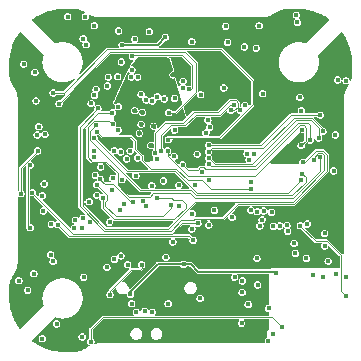
<source format=gbr>
%TF.GenerationSoftware,KiCad,Pcbnew,9.0.5*%
%TF.CreationDate,2025-10-07T19:58:38+02:00*%
%TF.ProjectId,Kolibri v0.6,4b6f6c69-6272-4692-9076-302e362e6b69,rev?*%
%TF.SameCoordinates,Original*%
%TF.FileFunction,Copper,L3,Inr*%
%TF.FilePolarity,Positive*%
%FSLAX46Y46*%
G04 Gerber Fmt 4.6, Leading zero omitted, Abs format (unit mm)*
G04 Created by KiCad (PCBNEW 9.0.5) date 2025-10-07 19:58:38*
%MOMM*%
%LPD*%
G01*
G04 APERTURE LIST*
%TA.AperFunction,ComponentPad*%
%ADD10O,1.200000X1.800000*%
%TD*%
%TA.AperFunction,ViaPad*%
%ADD11C,0.450000*%
%TD*%
%TA.AperFunction,Conductor*%
%ADD12C,0.110000*%
%TD*%
%TA.AperFunction,Conductor*%
%ADD13C,0.200000*%
%TD*%
%TA.AperFunction,Conductor*%
%ADD14C,0.090000*%
%TD*%
G04 APERTURE END LIST*
D10*
%TO.N,GND*%
%TO.C,J1*%
X102270000Y-112797500D03*
X93630000Y-112797500D03*
%TD*%
D11*
%TO.N,/SPI0.MOSI*%
X111250000Y-98250000D03*
%TO.N,GND*%
X109250000Y-102500000D03*
%TO.N,+3V3*%
X107050000Y-102580000D03*
%TO.N,GND*%
X103200000Y-112000000D03*
X112900000Y-105050000D03*
X106050000Y-113200000D03*
X95750000Y-96800000D03*
X104135001Y-105356681D03*
X108500000Y-102650000D03*
X97700000Y-95400000D03*
X91849286Y-93011156D03*
X101267108Y-98546000D03*
X104550000Y-95850000D03*
X93834998Y-105072000D03*
X113500000Y-88250000D03*
X96750000Y-94250000D03*
X86450000Y-88750000D03*
X92850000Y-102450000D03*
X93350000Y-87750000D03*
X108550000Y-87300000D03*
X106700000Y-111230000D03*
X91100000Y-112200000D03*
X111249000Y-101600000D03*
X96650000Y-95250000D03*
X96100000Y-94100000D03*
X90885000Y-106972740D03*
X97476514Y-97050000D03*
X91080000Y-96510705D03*
X95747880Y-100893008D03*
X104350000Y-92650000D03*
X104900000Y-87000000D03*
X101700000Y-93600000D03*
X100635000Y-91100000D03*
X112500000Y-93500000D03*
X110200000Y-87850000D03*
X87850000Y-105350000D03*
X100113102Y-90169999D03*
X103350000Y-108650000D03*
X102900000Y-107000000D03*
X88650000Y-94000000D03*
X90515000Y-106550000D03*
X89169546Y-96605667D03*
X90515000Y-107373324D03*
X90550000Y-100900000D03*
X102379581Y-106702796D03*
X89248729Y-98280001D03*
X89730884Y-92959999D03*
X96700000Y-109050000D03*
X101330000Y-102300000D03*
X102250000Y-90250000D03*
X90850000Y-99500000D03*
X99711630Y-90561630D03*
X103082581Y-104444159D03*
X103393370Y-107306630D03*
X91080000Y-97035000D03*
X104450000Y-94650000D03*
X106835000Y-104850000D03*
X92950000Y-108650000D03*
X108100000Y-93500000D03*
X102300000Y-88050000D03*
X86550000Y-111650000D03*
X99350000Y-91070000D03*
X94850000Y-96750000D03*
X89150000Y-97150000D03*
X101112059Y-107970318D03*
X89100000Y-99100000D03*
X88550000Y-86800000D03*
X94339196Y-107539197D03*
X105350000Y-90200000D03*
X96500000Y-96000000D03*
X109850000Y-107150000D03*
X96750000Y-87100000D03*
X107650000Y-91550000D03*
X112700000Y-97100000D03*
X89850000Y-100350000D03*
X101500000Y-108550000D03*
X87800000Y-99350000D03*
X104050000Y-97900000D03*
X97956281Y-99885000D03*
X96478391Y-103729000D03*
%TO.N,+1V1*%
X97700000Y-90050000D03*
X99391787Y-94780000D03*
X97200000Y-97980000D03*
X94720000Y-94750000D03*
X98150000Y-89750000D03*
%TO.N,+3V3*%
X100950000Y-104115000D03*
X97100000Y-102200000D03*
X110650000Y-106600000D03*
X102450000Y-95500000D03*
X91653548Y-113250706D03*
X100975000Y-102830000D03*
X107451466Y-110835000D03*
X98750000Y-106500000D03*
X100950000Y-88250000D03*
X99500000Y-93050000D03*
X94720000Y-93750000D03*
X93975053Y-103533281D03*
X111179120Y-108020000D03*
X99480000Y-95750000D03*
X96650000Y-92720000D03*
X101796219Y-99266037D03*
X106950000Y-92650000D03*
X101400000Y-97770000D03*
X91082828Y-103367342D03*
X91750000Y-88000000D03*
X92900000Y-101240000D03*
X94720000Y-95750000D03*
X99450000Y-97980000D03*
X104350000Y-103130000D03*
X96350000Y-98100000D03*
%TO.N,Net-(U1-XIN)*%
X96200000Y-99600000D03*
%TO.N,Net-(C15-Pad2)*%
X97560000Y-100450000D03*
%TO.N,+4V5*%
X98016535Y-92918630D03*
X101650000Y-110000000D03*
X95421548Y-98185438D03*
%TO.N,+5V*%
X110125000Y-103846353D03*
X87750000Y-93265000D03*
X87850000Y-96150000D03*
X88285000Y-113400000D03*
X105720000Y-110500000D03*
X112950000Y-99200000D03*
X90435000Y-86150000D03*
X103980000Y-88311630D03*
X114000000Y-91550000D03*
X109885000Y-86632264D03*
X114015000Y-109813705D03*
X87570736Y-107898143D03*
X87650000Y-90850000D03*
X106508639Y-108853320D03*
X105221925Y-108515000D03*
X107415002Y-113600000D03*
X106635000Y-86900000D03*
X86300000Y-108500000D03*
%TO.N,/ELRS/WIFI_ANTENNA*%
X107800000Y-113000000D03*
%TO.N,Net-(IC1-DCC_FB)*%
X88440000Y-100300000D03*
X91700000Y-103220000D03*
%TO.N,Net-(IC5-BOOT)*%
X109600000Y-105330000D03*
%TO.N,Net-(IC5-SW_1)*%
X109050000Y-104300000D03*
X108400000Y-103850000D03*
X109000000Y-103800000D03*
X107850000Y-103900000D03*
%TO.N,+5V_BUCK*%
X102382658Y-103782828D03*
X104566434Y-108188629D03*
%TO.N,VCC*%
X106465000Y-106600000D03*
X110212500Y-94106105D03*
X94950000Y-106400000D03*
X94393117Y-106683594D03*
X92002181Y-88520630D03*
X113100000Y-96150000D03*
%TO.N,Net-(IC6-SW_1)*%
X92288370Y-103561630D03*
X91000000Y-104050000D03*
X91650000Y-104000000D03*
%TO.N,+10V*%
X110100000Y-92980000D03*
X103661834Y-92175000D03*
X89000000Y-106300000D03*
X89200000Y-106850000D03*
X106400000Y-88800000D03*
X94977261Y-89977261D03*
%TO.N,Net-(U5-VIN)*%
X102139999Y-95983949D03*
%TO.N,Net-(U5-VOUT)*%
X101700000Y-92750000D03*
%TO.N,Net-(U5-SAG)*%
X102308030Y-94905796D03*
%TO.N,Net-(U5-CLKIN)*%
X105434998Y-93650000D03*
%TO.N,Net-(U5-XFB)*%
X105062933Y-94085001D03*
%TO.N,/RP2350/LED*%
X98600000Y-93100000D03*
%TO.N,Net-(D1-DOUT)*%
X91940000Y-86150000D03*
%TO.N,Net-(D3-DOUT)*%
X86700000Y-90150000D03*
X87050000Y-109300000D03*
%TO.N,Net-(D5-DOUT)*%
X92400000Y-113650000D03*
X108550000Y-112400000D03*
%TO.N,Net-(D7-DOUT)*%
X113300000Y-91500000D03*
X114015000Y-108186921D03*
%TO.N,/Connectors/LED*%
X109800000Y-86000000D03*
%TO.N,/Spk.+*%
X98700000Y-87900000D03*
X95050000Y-88540000D03*
%TO.N,/Spk.-*%
X96100000Y-88050000D03*
X92700000Y-86900000D03*
%TO.N,/ELRS/RADIO_RST*%
X87450000Y-101050000D03*
X101449168Y-103630772D03*
%TO.N,/ELRS/RADIO_BUSY*%
X89050000Y-103700000D03*
X99856845Y-102186999D03*
%TO.N,/ELRS/RADIO_DIO1*%
X101063344Y-105072089D03*
X89600000Y-103750000D03*
%TO.N,/ELRS/RADIO_MISO*%
X93407058Y-101475135D03*
X98002022Y-101515000D03*
%TO.N,/ELRS/RADIO_MOSI*%
X99176000Y-102065000D03*
X92900000Y-100375000D03*
%TO.N,Net-(IC1-DCC_SW)*%
X92250000Y-101800000D03*
%TO.N,Net-(IC1-XTA)*%
X88300000Y-101300000D03*
%TO.N,Net-(IC1-XTB)*%
X88380573Y-102581913D03*
%TO.N,/ELRS/RADIO_SCK*%
X96800000Y-101750000D03*
X92782802Y-99570000D03*
%TO.N,Net-(IC5-RT{slash}SYNC)*%
X109714609Y-106184270D03*
%TO.N,Net-(IC6-RT{slash}SYNC)*%
X91784998Y-108200000D03*
%TO.N,Net-(J1-CC2)*%
X95860000Y-110450000D03*
%TO.N,+5V_USB*%
X108100000Y-107850000D03*
X100245871Y-107104129D03*
X95750000Y-109650000D03*
%TO.N,Net-(J1-CC1)*%
X98940000Y-110450000D03*
%TO.N,/USB.D-*%
X106892353Y-103343841D03*
X97600000Y-111150000D03*
%TO.N,/USB.D+*%
X96950000Y-111100000D03*
X106700000Y-103850000D03*
%TO.N,/Motor.3*%
X102359998Y-98105006D03*
X113187661Y-107912339D03*
X111681102Y-96400622D03*
%TO.N,/Motor.1*%
X102359998Y-97025000D03*
X112184998Y-104500000D03*
X111833921Y-94466105D03*
%TO.N,/Motor.4*%
X112050000Y-108200000D03*
X110991000Y-96590747D03*
X102359998Y-98645009D03*
%TO.N,/Motor.2*%
X102360250Y-97565003D03*
X112200000Y-105550000D03*
X112050000Y-95850000D03*
%TO.N,/U1.TX*%
X94382723Y-97482724D03*
X87250000Y-98700000D03*
X87251064Y-104001619D03*
%TO.N,/U1.RX*%
X92700000Y-97500000D03*
X87900000Y-97500000D03*
X86480000Y-101135000D03*
%TO.N,/I2C0.SDA*%
X98965000Y-96547978D03*
X89200000Y-92600000D03*
X98545803Y-100040069D03*
X88000000Y-95450000D03*
%TO.N,/I2C0.SCL*%
X102849545Y-102535000D03*
X88500000Y-96100000D03*
X89700000Y-93500000D03*
X99000000Y-94273947D03*
%TO.N,/U2.TX*%
X103800000Y-86950000D03*
X94912951Y-97585000D03*
%TO.N,/U2.RX*%
X105400000Y-88700000D03*
X92684889Y-98039789D03*
%TO.N,/SWDIO*%
X97958527Y-98212470D03*
%TO.N,/SWCLK*%
X94200000Y-100800000D03*
%TO.N,/U0.TX*%
X92700000Y-92800000D03*
X95512237Y-107142499D03*
%TO.N,/U0.RX*%
X96700000Y-107131445D03*
X94017243Y-109675605D03*
X92415000Y-93493376D03*
%TO.N,/RP2350/Speaker*%
X97350000Y-87400000D03*
X100200000Y-91600000D03*
%TO.N,Net-(U1-USB_DP)*%
X105950000Y-102520000D03*
X97076053Y-93200000D03*
%TO.N,Net-(U1-USB_DM)*%
X97610822Y-93275000D03*
X106472626Y-102655882D03*
%TO.N,Net-(U4-PR1)*%
X105200000Y-109485000D03*
%TO.N,Net-(U5-HSYNC)*%
X102359998Y-100007037D03*
%TO.N,Net-(U5-VSYNC)*%
X101250000Y-100425000D03*
%TO.N,Net-(U5-LOS)*%
X105959000Y-100160998D03*
%TO.N,Net-(U1-QSPI_SS)*%
X93800000Y-92000000D03*
%TO.N,/ELRS/ELRS_BUTTON*%
X105151574Y-112084013D03*
X95196988Y-102033513D03*
%TO.N,Net-(U1-QSPI_SD0)*%
X95880158Y-90649149D03*
%TO.N,Net-(U1-QSPI_SCLK)*%
X95818432Y-91234135D03*
%TO.N,Net-(U1-QSPI_SD1)*%
X93875000Y-91250000D03*
%TO.N,/RP2350/Gyro_SS*%
X110300000Y-99450000D03*
X92801440Y-95320487D03*
%TO.N,Net-(U1-QSPI_SD2)*%
X94660758Y-91212500D03*
%TO.N,/SPI1.SCLK*%
X95719080Y-97515002D03*
X105625006Y-97739141D03*
%TO.N,/SPI1.MISO*%
X93215841Y-98869248D03*
X107700000Y-102700000D03*
%TO.N,/SPI1.MOSI*%
X105800000Y-98250000D03*
X95025000Y-99950457D03*
%TO.N,Net-(U1-QSPI_SD3)*%
X96358133Y-91252190D03*
%TO.N,/RP2350/OSD_SS*%
X94250000Y-99826053D03*
X106250000Y-97765002D03*
%TO.N,/SPI0.SCLK*%
X93000000Y-93900000D03*
X110348000Y-98450000D03*
%TO.N,Net-(R33-Pad2)*%
X92848350Y-92280774D03*
X96250000Y-111150000D03*
%TO.N,+1V8*%
X110710233Y-103688956D03*
%TO.N,/ADC/VBat_ADC*%
X95900000Y-89510000D03*
X100685359Y-92285000D03*
%TO.N,Net-(C33-Pad1)*%
X99343390Y-105206020D03*
%TO.N,Net-(U8-+)*%
X94750000Y-87350000D03*
%TO.N,/ELRS/ELRS_LED_RGB*%
X93201000Y-99911630D03*
X95930000Y-101836630D03*
%TO.N,/Power/DCDC_EN*%
X100165000Y-92140676D03*
X99849501Y-100411189D03*
%TO.N,/SPI0.MISO*%
X94250729Y-95237932D03*
X111800000Y-98050000D03*
%TO.N,/SPI0.MOSI*%
X94200000Y-94285000D03*
%TO.N,/RP2350/Flash_SS*%
X100165000Y-98696498D03*
X110200000Y-97050000D03*
%TO.N,/SPI_Flash.SCLK*%
X104250000Y-94084998D03*
X97846514Y-97684214D03*
%TO.N,/SPI_Flash.IO0*%
X104500000Y-93600000D03*
X98360297Y-97517993D03*
%TO.N,/RP2350/Gyro_FSync*%
X110200000Y-100000000D03*
X92700000Y-96450000D03*
%TO.N,/SPI_Flash.IO1*%
X98900000Y-97500000D03*
X110250000Y-95700000D03*
%TO.N,/RP2350/Gyro_Int*%
X105997146Y-100701001D03*
X92934130Y-95867026D03*
%TO.N,/PWM.1*%
X112480659Y-106830456D03*
X94893258Y-102480000D03*
%TO.N,/PWM.2*%
X93750000Y-107350000D03*
X89500000Y-112150000D03*
%TD*%
D12*
%TO.N,/RP2350/Gyro_Int*%
X99612582Y-99028000D02*
X97465326Y-99028000D01*
X105997146Y-100701001D02*
X105960001Y-100701001D01*
X100584582Y-100000000D02*
X99612582Y-99028000D01*
X102528287Y-100700000D02*
X101828287Y-100000000D01*
X105959000Y-100700000D02*
X102528287Y-100700000D01*
X97465326Y-99028000D02*
X96750000Y-98312674D01*
X105960001Y-100701001D02*
X105959000Y-100700000D01*
X101828287Y-100000000D02*
X100584582Y-100000000D01*
X96750000Y-98312674D02*
X96750000Y-97950000D01*
X96750000Y-97950000D02*
X96150000Y-97350000D01*
X96150000Y-97350000D02*
X96150000Y-96650000D01*
X96150000Y-96650000D02*
X95796326Y-96296326D01*
X95796326Y-96296326D02*
X93363430Y-96296326D01*
X93363430Y-96296326D02*
X92934130Y-95867026D01*
%TO.N,/SPI0.SCLK*%
X101077862Y-103396701D02*
X100053299Y-103396701D01*
X103600000Y-103250000D02*
X101224563Y-103250000D01*
X101224563Y-103250000D02*
X101077862Y-103396701D01*
X109577442Y-102000000D02*
X104850000Y-102000000D01*
X104850000Y-102000000D02*
X103600000Y-103250000D01*
X112372000Y-99205442D02*
X109577442Y-102000000D01*
X112372000Y-97813069D02*
X112372000Y-99205442D01*
X112036930Y-97478000D02*
X112372000Y-97813069D01*
X111497326Y-97478000D02*
X112036930Y-97478000D01*
X110525326Y-98450000D02*
X111497326Y-97478000D01*
X110348000Y-98450000D02*
X110525326Y-98450000D01*
X100053299Y-103396701D02*
X99150000Y-104300000D01*
X99150000Y-104300000D02*
X93550000Y-104300000D01*
X93550000Y-104300000D02*
X91450000Y-102200000D01*
X91450000Y-102200000D02*
X91450000Y-95450000D01*
X91450000Y-95450000D02*
X93000000Y-93900000D01*
%TO.N,+5V*%
X112400000Y-105150000D02*
X111428647Y-105150000D01*
X111428647Y-105150000D02*
X110125000Y-103846353D01*
X113600000Y-106350000D02*
X112400000Y-105150000D01*
X113600000Y-109398705D02*
X113600000Y-106350000D01*
X114015000Y-109813705D02*
X113600000Y-109398705D01*
%TO.N,Net-(D5-DOUT)*%
X92400000Y-113650000D02*
X92400000Y-112600000D01*
X92400000Y-112600000D02*
X93400000Y-111600000D01*
X107750000Y-111600000D02*
X108550000Y-112400000D01*
X93400000Y-111600000D02*
X107750000Y-111600000D01*
D13*
%TO.N,/Spk.+*%
X98060000Y-88540000D02*
X98700000Y-87900000D01*
X95050000Y-88540000D02*
X98060000Y-88540000D01*
D12*
%TO.N,/ELRS/RADIO_RST*%
X101449168Y-103630772D02*
X101416097Y-103597701D01*
X101416097Y-103597701D02*
X100136555Y-103597701D01*
X100136555Y-103597701D02*
X99233256Y-104501000D01*
X90901000Y-104501000D02*
X87450000Y-101050000D01*
X99233256Y-104501000D02*
X90901000Y-104501000D01*
%TO.N,/ELRS/RADIO_DIO1*%
X101063344Y-105072089D02*
X100693255Y-104702000D01*
X100693255Y-104702000D02*
X90552000Y-104702000D01*
X90552000Y-104702000D02*
X89600000Y-103750000D01*
%TO.N,/ELRS/RADIO_MISO*%
X100432872Y-102001934D02*
X100432872Y-102332872D01*
X94350000Y-103300000D02*
X93407058Y-102357058D01*
X99465744Y-103300000D02*
X94350000Y-103300000D01*
X99372804Y-101650000D02*
X100080938Y-101650000D01*
X93407058Y-102357058D02*
X93407058Y-101475135D01*
X99237804Y-101515000D02*
X99372804Y-101650000D01*
X100080938Y-101650000D02*
X100432872Y-102001934D01*
X100432872Y-102332872D02*
X99465744Y-103300000D01*
X98002022Y-101515000D02*
X99237804Y-101515000D01*
%TO.N,/ELRS/RADIO_MOSI*%
X93778058Y-101253058D02*
X92900000Y-100375000D01*
X93608058Y-101798809D02*
X93778058Y-101628809D01*
X98469492Y-103050000D02*
X94500000Y-103050000D01*
X93778058Y-101628809D02*
X93778058Y-101253058D01*
X94500000Y-103050000D02*
X93608058Y-102158058D01*
X93608058Y-102158058D02*
X93608058Y-101798809D01*
X99176000Y-102343492D02*
X98469492Y-103050000D01*
X99176000Y-102065000D02*
X99176000Y-102343492D01*
D13*
%TO.N,+5V_USB*%
X101452684Y-107722630D02*
X100834183Y-107104129D01*
X108017336Y-107850000D02*
X107889966Y-107722630D01*
X98057558Y-107104129D02*
X95750000Y-109411687D01*
X95750000Y-109411687D02*
X95750000Y-109650000D01*
X100834183Y-107104129D02*
X100245871Y-107104129D01*
X100245871Y-107104129D02*
X98057558Y-107104129D01*
X108100000Y-107850000D02*
X108017336Y-107850000D01*
X107889966Y-107722630D02*
X101452684Y-107722630D01*
D14*
%TO.N,/Motor.3*%
X111050000Y-94900000D02*
X111681102Y-95531102D01*
X106004991Y-98645009D02*
X109750000Y-94900000D01*
X109750000Y-94900000D02*
X111050000Y-94900000D01*
X111681102Y-95531102D02*
X111681102Y-96400622D01*
X102359998Y-98105006D02*
X102900001Y-98645009D01*
X102900001Y-98645009D02*
X106004991Y-98645009D01*
%TO.N,/Motor.1*%
X106775000Y-97025000D02*
X102359998Y-97025000D01*
X111833921Y-94466105D02*
X109333895Y-94466105D01*
X109333895Y-94466105D02*
X106775000Y-97025000D01*
%TO.N,/Motor.4*%
X102539998Y-98825009D02*
X106274991Y-98825009D01*
X110788000Y-95138000D02*
X110991000Y-95341000D01*
X106274991Y-98825009D02*
X109962000Y-95138000D01*
X109962000Y-95138000D02*
X110788000Y-95138000D01*
X102359998Y-98645009D02*
X102539998Y-98825009D01*
X110991000Y-95341000D02*
X110991000Y-96590747D01*
%TO.N,/Motor.2*%
X102625001Y-97300000D02*
X102360250Y-97564751D01*
X112150000Y-95750000D02*
X112150000Y-95744028D01*
X111124972Y-94719000D02*
X109581000Y-94719000D01*
X102360250Y-97564751D02*
X102360250Y-97565003D01*
X109581000Y-94719000D02*
X107000000Y-97300000D01*
X112050000Y-95850000D02*
X112150000Y-95750000D01*
X107000000Y-97300000D02*
X102625001Y-97300000D01*
X112150000Y-95744028D02*
X111124972Y-94719000D01*
D12*
%TO.N,/U1.TX*%
X87250000Y-98700000D02*
X87079000Y-98871000D01*
X87079000Y-98871000D02*
X87079000Y-103829555D01*
X87079000Y-103829555D02*
X87251064Y-104001619D01*
%TO.N,/U1.RX*%
X86480000Y-98920000D02*
X87900000Y-97500000D01*
X86480000Y-101135000D02*
X86480000Y-98920000D01*
D14*
%TO.N,/I2C0.SDA*%
X93789468Y-88900000D02*
X90089468Y-92600000D01*
X98965000Y-96547978D02*
X99112978Y-96400000D01*
X90089468Y-92600000D02*
X89200000Y-92600000D01*
X103258466Y-96400000D02*
X106100000Y-93558466D01*
X103450000Y-88900000D02*
X93789468Y-88900000D01*
X106100000Y-91550000D02*
X103450000Y-88900000D01*
X106100000Y-93558466D02*
X106100000Y-91550000D01*
X99112978Y-96400000D02*
X103258466Y-96400000D01*
%TO.N,/I2C0.SCL*%
X100400000Y-89150000D02*
X94050000Y-89150000D01*
X101300000Y-92500000D02*
X101300000Y-90050000D01*
X99526052Y-94273948D02*
X101300000Y-92500000D01*
X99000000Y-94273947D02*
X99000001Y-94273948D01*
X101300000Y-90050000D02*
X100400000Y-89150000D01*
X94050000Y-89150000D02*
X89700000Y-93500000D01*
X99000001Y-94273948D02*
X99526052Y-94273948D01*
D12*
%TO.N,/U0.RX*%
X96700000Y-107131445D02*
X96700000Y-107442015D01*
X96592015Y-107550000D02*
X95825842Y-107550000D01*
X96700000Y-107442015D02*
X96592015Y-107550000D01*
X94017243Y-109358599D02*
X94017243Y-109675605D01*
X95825842Y-107550000D02*
X94017243Y-109358599D01*
%TO.N,/RP2350/Gyro_SS*%
X110571000Y-100153674D02*
X110571000Y-99721000D01*
X92329000Y-95792927D02*
X92329000Y-96604326D01*
X100867496Y-100851426D02*
X101288070Y-101272000D01*
X110571000Y-99721000D02*
X110300000Y-99450000D01*
X92801440Y-95320487D02*
X92329000Y-95792927D01*
X92329000Y-96604326D02*
X96576100Y-100851426D01*
X96576100Y-100851426D02*
X100867496Y-100851426D01*
X109452674Y-101272000D02*
X110571000Y-100153674D01*
X101288070Y-101272000D02*
X109452674Y-101272000D01*
D14*
%TO.N,/ADC/VBat_ADC*%
X96021000Y-89389000D02*
X95900000Y-89510000D01*
X100685359Y-92285000D02*
X100693847Y-92293488D01*
X100693847Y-92293488D02*
X100859592Y-92293488D01*
X100996000Y-90246000D02*
X100139000Y-89389000D01*
X100139000Y-89389000D02*
X96021000Y-89389000D01*
X100859592Y-92293488D02*
X100996000Y-92157080D01*
X100996000Y-92157080D02*
X100996000Y-90246000D01*
D12*
%TO.N,/ELRS/ELRS_LED_RGB*%
X93200707Y-99950707D02*
X93200707Y-99911923D01*
X93574674Y-100324674D02*
X93200707Y-99950707D01*
X94265678Y-100324674D02*
X93574674Y-100324674D01*
X95815004Y-101874000D02*
X94265678Y-100324674D01*
X93200707Y-99911923D02*
X93201000Y-99911630D01*
X95892630Y-101874000D02*
X95815004Y-101874000D01*
X95930000Y-101836630D02*
X95892630Y-101874000D01*
%TO.N,/SPI0.MISO*%
X92531215Y-98410789D02*
X93702658Y-98410789D01*
X94250729Y-95237932D02*
X93962284Y-94949487D01*
X101231814Y-101500000D02*
X109508930Y-101500000D01*
X100784240Y-101052426D02*
X101231814Y-101500000D01*
X109508930Y-101500000D02*
X111800000Y-99208930D01*
X111800000Y-99208930D02*
X111800000Y-98050000D01*
X92128000Y-95469253D02*
X92128000Y-98007574D01*
X92647766Y-94949487D02*
X92128000Y-95469253D01*
X94654000Y-100428740D02*
X95601360Y-101376100D01*
X93702658Y-98410789D02*
X94654000Y-99362131D01*
X92128000Y-98007574D02*
X92531215Y-98410789D01*
X95601360Y-101376100D02*
X97373510Y-101376100D01*
X93962284Y-94949487D02*
X92647766Y-94949487D01*
X94654000Y-99362131D02*
X94654000Y-100428740D01*
X97373510Y-101376100D02*
X97697184Y-101052426D01*
X97697184Y-101052426D02*
X100784240Y-101052426D01*
%TO.N,/RP2350/Flash_SS*%
X102070865Y-99016009D02*
X106409317Y-99016009D01*
X100580865Y-99112363D02*
X101425219Y-99112363D01*
X100165000Y-98696498D02*
X100580865Y-99112363D01*
X101949893Y-98895037D02*
X102070865Y-99016009D01*
X101642545Y-98895037D02*
X101949893Y-98895037D01*
X106409317Y-99016009D02*
X110096326Y-95329000D01*
X101425219Y-99112363D02*
X101642545Y-98895037D01*
X110403674Y-95329000D02*
X110621000Y-95546326D01*
X110096326Y-95329000D02*
X110403674Y-95329000D01*
X110621000Y-95546326D02*
X110621000Y-96629000D01*
X110621000Y-96629000D02*
X110200000Y-97050000D01*
%TO.N,/SPI_Flash.SCLK*%
X98700000Y-95150000D02*
X100199070Y-95150000D01*
X101099070Y-94250000D02*
X103150000Y-94250000D01*
X104171000Y-93229000D02*
X104653674Y-93229000D01*
X97846514Y-96003486D02*
X98700000Y-95150000D01*
X104871000Y-93753674D02*
X104539676Y-94084998D01*
X104653674Y-93229000D02*
X104871000Y-93446326D01*
X97846514Y-97684214D02*
X97846514Y-96003486D01*
X100199070Y-95150000D02*
X101099070Y-94250000D01*
X104871000Y-93446326D02*
X104871000Y-93753674D01*
X104539676Y-94084998D02*
X104250000Y-94084998D01*
X103150000Y-94250000D02*
X104171000Y-93229000D01*
%TO.N,/SPI_Flash.IO0*%
X99200000Y-95350000D02*
X100404674Y-95350000D01*
X98360297Y-97517993D02*
X98360297Y-96189703D01*
X104210324Y-93600000D02*
X104500000Y-93600000D01*
X100404674Y-95350000D02*
X101283674Y-94471000D01*
X103339324Y-94471000D02*
X104210324Y-93600000D01*
X98360297Y-96189703D02*
X99200000Y-95350000D01*
X101283674Y-94471000D02*
X103339324Y-94471000D01*
%TO.N,/RP2350/Gyro_FSync*%
X109129000Y-101071000D02*
X110200000Y-100000000D01*
X101371326Y-101071000D02*
X109129000Y-101071000D01*
X99529326Y-99229000D02*
X101371326Y-101071000D01*
X92700000Y-96450000D02*
X95479000Y-99229000D01*
X95479000Y-99229000D02*
X99529326Y-99229000D01*
%TO.N,/SPI_Flash.IO1*%
X98900000Y-97956172D02*
X100580865Y-99637037D01*
X98900000Y-97500000D02*
X98900000Y-97956172D01*
X100580865Y-99637037D02*
X106312963Y-99637037D01*
X106312963Y-99637037D02*
X110250000Y-95700000D01*
%TO.N,/SPI0.MOSI*%
X93633256Y-104099000D02*
X98951000Y-104099000D01*
X111250000Y-98075326D02*
X111250000Y-98250000D01*
X98951000Y-104099000D02*
X101250000Y-101800000D01*
X101250000Y-101800000D02*
X109493186Y-101800000D01*
X109493186Y-101800000D02*
X112171000Y-99122186D01*
X112171000Y-99122186D02*
X112171000Y-97896326D01*
X112171000Y-97896326D02*
X111953674Y-97679000D01*
X93027997Y-94285000D02*
X91700000Y-95612997D01*
X111953674Y-97679000D02*
X111646326Y-97679000D01*
X111646326Y-97679000D02*
X111250000Y-98075326D01*
X91700000Y-95612997D02*
X91700000Y-102165744D01*
X91700000Y-102165744D02*
X93633256Y-104099000D01*
X94200000Y-94285000D02*
X93027997Y-94285000D01*
%TD*%
%TA.AperFunction,Conductor*%
%TO.N,GND*%
G36*
X90998095Y-85487896D02*
G01*
X91076177Y-85489729D01*
X91078490Y-85489839D01*
X91149926Y-85494945D01*
X91152215Y-85495163D01*
X91220355Y-85503354D01*
X91222623Y-85503683D01*
X91287729Y-85514706D01*
X91289942Y-85515134D01*
X91352561Y-85528810D01*
X91354696Y-85529328D01*
X91415103Y-85545453D01*
X91417143Y-85546046D01*
X91475827Y-85564499D01*
X91477676Y-85565123D01*
X91533005Y-85585054D01*
X91535479Y-85586023D01*
X91649615Y-85634361D01*
X91652273Y-85635582D01*
X91762212Y-85690140D01*
X91764029Y-85691089D01*
X91774272Y-85696718D01*
X91874270Y-85751671D01*
X91875052Y-85752112D01*
X91877536Y-85753550D01*
X91900332Y-85783327D01*
X91895395Y-85820504D01*
X91865670Y-85843286D01*
X91865617Y-85843300D01*
X91865616Y-85843301D01*
X91865614Y-85843300D01*
X91818223Y-85856000D01*
X91818219Y-85856001D01*
X91746284Y-85897534D01*
X91746275Y-85897541D01*
X91687541Y-85956275D01*
X91687534Y-85956284D01*
X91646001Y-86028219D01*
X91645999Y-86028225D01*
X91624500Y-86108461D01*
X91624500Y-86191538D01*
X91645999Y-86271774D01*
X91646001Y-86271780D01*
X91687534Y-86343715D01*
X91687536Y-86343717D01*
X91687538Y-86343721D01*
X91746279Y-86402462D01*
X91746283Y-86402464D01*
X91746284Y-86402465D01*
X91818219Y-86443998D01*
X91818225Y-86444000D01*
X91898461Y-86465500D01*
X91898464Y-86465500D01*
X91981538Y-86465500D01*
X92061774Y-86444000D01*
X92061772Y-86444000D01*
X92061778Y-86443999D01*
X92133721Y-86402462D01*
X92192462Y-86343721D01*
X92232717Y-86273999D01*
X92233998Y-86271780D01*
X92234000Y-86271774D01*
X92255500Y-86191538D01*
X92255500Y-86108461D01*
X92255499Y-86108460D01*
X92240115Y-86051044D01*
X92242403Y-86033661D01*
X92243758Y-86016172D01*
X92244826Y-86015257D01*
X92245010Y-86013862D01*
X92258919Y-86003189D01*
X92272244Y-85991779D01*
X92273647Y-85991887D01*
X92274763Y-85991032D01*
X92309635Y-85994675D01*
X92309950Y-85994835D01*
X92317351Y-86000294D01*
X92317472Y-86000121D01*
X92321440Y-86002865D01*
X92352648Y-86016378D01*
X92382995Y-86031690D01*
X92389053Y-86032142D01*
X92396631Y-86035424D01*
X92396635Y-86035425D01*
X92443507Y-86055720D01*
X92451050Y-86060637D01*
X92451220Y-86060362D01*
X92455335Y-86062886D01*
X92455337Y-86062888D01*
X92473849Y-86069731D01*
X92486371Y-86074360D01*
X92488120Y-86075045D01*
X92488504Y-86075204D01*
X92519192Y-86088492D01*
X92520667Y-86088515D01*
X92525194Y-86090389D01*
X92527460Y-86091121D01*
X92527462Y-86091123D01*
X92560555Y-86101823D01*
X92562366Y-86102451D01*
X92594988Y-86114510D01*
X92599519Y-86116185D01*
X92599510Y-86116207D01*
X92635455Y-86126093D01*
X92637536Y-86126716D01*
X92662869Y-86134907D01*
X92670185Y-86137273D01*
X92674803Y-86138766D01*
X92674752Y-86138923D01*
X92675337Y-86139083D01*
X92675355Y-86139006D01*
X92697848Y-86144075D01*
X92713292Y-86147555D01*
X92715466Y-86148099D01*
X92748339Y-86157141D01*
X92748340Y-86157140D01*
X92751643Y-86158049D01*
X92758761Y-86159647D01*
X92760805Y-86160004D01*
X92760806Y-86160005D01*
X92794158Y-86165841D01*
X92796467Y-86166303D01*
X92829472Y-86173742D01*
X92829481Y-86173740D01*
X92829835Y-86173750D01*
X92844039Y-86176227D01*
X92844640Y-86176426D01*
X92844645Y-86176429D01*
X92878128Y-86180593D01*
X92880453Y-86180941D01*
X92913695Y-86186758D01*
X92913700Y-86186756D01*
X92915555Y-86186714D01*
X92929787Y-86188482D01*
X92931665Y-86189002D01*
X92931669Y-86189004D01*
X92965270Y-86191491D01*
X92967630Y-86191725D01*
X93001077Y-86195886D01*
X93001082Y-86195884D01*
X93004445Y-86195640D01*
X93010873Y-86195594D01*
X93018898Y-86196064D01*
X93021969Y-86197425D01*
X93056497Y-86198266D01*
X93057316Y-86198314D01*
X93057345Y-86198328D01*
X93058058Y-86198363D01*
X93080914Y-86200056D01*
X93091687Y-86200854D01*
X93091687Y-86200853D01*
X93091689Y-86200854D01*
X93091690Y-86200853D01*
X93096480Y-86200264D01*
X93096557Y-86200893D01*
X93103338Y-86199850D01*
X93109388Y-86199938D01*
X93110744Y-86200500D01*
X93147973Y-86200500D01*
X93148316Y-86200505D01*
X93148325Y-86200509D01*
X93148797Y-86200515D01*
X93185611Y-86201412D01*
X93185611Y-86201411D01*
X93185613Y-86201412D01*
X93185614Y-86201411D01*
X93186701Y-86201223D01*
X93195087Y-86200500D01*
X99959938Y-86200500D01*
X106811664Y-86200500D01*
X106814027Y-86201412D01*
X106851459Y-86200500D01*
X106888896Y-86200500D01*
X106893727Y-86200500D01*
X106893727Y-86201170D01*
X106902982Y-86201732D01*
X106903163Y-86200264D01*
X106907949Y-86200853D01*
X106907951Y-86200854D01*
X106907952Y-86200853D01*
X106907954Y-86200854D01*
X106920138Y-86199951D01*
X106941616Y-86198360D01*
X106942322Y-86198314D01*
X106943140Y-86198266D01*
X106977671Y-86197425D01*
X106980741Y-86196063D01*
X106988766Y-86195594D01*
X106990006Y-86196024D01*
X106995194Y-86195640D01*
X106998556Y-86195884D01*
X106998562Y-86195886D01*
X107031999Y-86191726D01*
X107034373Y-86191491D01*
X107067970Y-86189004D01*
X107067978Y-86188999D01*
X107069850Y-86188482D01*
X107075896Y-86187210D01*
X107083208Y-86186147D01*
X107085945Y-86186758D01*
X107119878Y-86180819D01*
X107120548Y-86180722D01*
X107120584Y-86180731D01*
X107121507Y-86180593D01*
X107154994Y-86176429D01*
X107154998Y-86176426D01*
X107155601Y-86176227D01*
X107169796Y-86173751D01*
X107170162Y-86173741D01*
X107170168Y-86173742D01*
X107203180Y-86166301D01*
X107204569Y-86166010D01*
X107205046Y-86165916D01*
X107238834Y-86160005D01*
X107240340Y-86159047D01*
X107246555Y-86157838D01*
X107247806Y-86158092D01*
X107248008Y-86158046D01*
X107251299Y-86157140D01*
X107251302Y-86157141D01*
X107284172Y-86148099D01*
X107286356Y-86147553D01*
X107319575Y-86140067D01*
X107319575Y-86140066D01*
X107320381Y-86139885D01*
X107323078Y-86138870D01*
X107328434Y-86137201D01*
X107329429Y-86137281D01*
X107362489Y-86126590D01*
X107362609Y-86126553D01*
X107362632Y-86126555D01*
X107364151Y-86126101D01*
X107397315Y-86116980D01*
X107397316Y-86116978D01*
X107400130Y-86116205D01*
X107400123Y-86116184D01*
X107404651Y-86114509D01*
X107404652Y-86114510D01*
X107437270Y-86102452D01*
X107439052Y-86101833D01*
X107472177Y-86091123D01*
X107472293Y-86091024D01*
X107476987Y-86089498D01*
X107477948Y-86089573D01*
X107480444Y-86088492D01*
X107480447Y-86088492D01*
X107510804Y-86075346D01*
X107513253Y-86074364D01*
X107544302Y-86062888D01*
X107544305Y-86062884D01*
X107548415Y-86060363D01*
X107548585Y-86060641D01*
X107556129Y-86055720D01*
X107610580Y-86032144D01*
X107616643Y-86031691D01*
X107646998Y-86016374D01*
X107678199Y-86002865D01*
X107678201Y-86002863D01*
X107682170Y-86000119D01*
X107682296Y-86000301D01*
X107689801Y-85994777D01*
X107731809Y-85973582D01*
X107739319Y-85971344D01*
X107739097Y-85970651D01*
X107743691Y-85969176D01*
X107743696Y-85969176D01*
X107762992Y-85958461D01*
X109484500Y-85958461D01*
X109484500Y-86041538D01*
X109505999Y-86121774D01*
X109506001Y-86121780D01*
X109547534Y-86193715D01*
X109547536Y-86193717D01*
X109547538Y-86193721D01*
X109606279Y-86252462D01*
X109606283Y-86252464D01*
X109606284Y-86252465D01*
X109628151Y-86265090D01*
X109678222Y-86293999D01*
X109678228Y-86294000D01*
X109680912Y-86295113D01*
X109707430Y-86321633D01*
X109707429Y-86359136D01*
X109693417Y-86377398D01*
X109693550Y-86377531D01*
X109692541Y-86378539D01*
X109691994Y-86379253D01*
X109691279Y-86379801D01*
X109632541Y-86438539D01*
X109632534Y-86438548D01*
X109591001Y-86510483D01*
X109590999Y-86510489D01*
X109569500Y-86590725D01*
X109569500Y-86673802D01*
X109590999Y-86754038D01*
X109591001Y-86754044D01*
X109632534Y-86825979D01*
X109632536Y-86825981D01*
X109632538Y-86825985D01*
X109691279Y-86884726D01*
X109691283Y-86884728D01*
X109691284Y-86884729D01*
X109763219Y-86926262D01*
X109763225Y-86926264D01*
X109843461Y-86947764D01*
X109843464Y-86947764D01*
X109926538Y-86947764D01*
X110006774Y-86926264D01*
X110006772Y-86926264D01*
X110006778Y-86926263D01*
X110078721Y-86884726D01*
X110137462Y-86825985D01*
X110177705Y-86756284D01*
X110178998Y-86754044D01*
X110179000Y-86754038D01*
X110200500Y-86673802D01*
X110200500Y-86590725D01*
X110179000Y-86510489D01*
X110178998Y-86510483D01*
X110137465Y-86438548D01*
X110137464Y-86438547D01*
X110137462Y-86438543D01*
X110078721Y-86379802D01*
X110078717Y-86379800D01*
X110078715Y-86379798D01*
X110006778Y-86338264D01*
X110004083Y-86337148D01*
X109977568Y-86310626D01*
X109977572Y-86273123D01*
X109991584Y-86254867D01*
X109991450Y-86254733D01*
X109992473Y-86253709D01*
X109993018Y-86253000D01*
X109993709Y-86252468D01*
X109993721Y-86252462D01*
X110052462Y-86193721D01*
X110093999Y-86121778D01*
X110099173Y-86102470D01*
X110115500Y-86041538D01*
X110115500Y-85958461D01*
X110094000Y-85878225D01*
X110093998Y-85878219D01*
X110052465Y-85806284D01*
X110052464Y-85806283D01*
X110052462Y-85806279D01*
X109993721Y-85747538D01*
X109993717Y-85747536D01*
X109993715Y-85747534D01*
X109921780Y-85706001D01*
X109921774Y-85705999D01*
X109841539Y-85684500D01*
X109841536Y-85684500D01*
X109758464Y-85684500D01*
X109758461Y-85684500D01*
X109678225Y-85705999D01*
X109678219Y-85706001D01*
X109606284Y-85747534D01*
X109606275Y-85747541D01*
X109547541Y-85806275D01*
X109547534Y-85806284D01*
X109506001Y-85878219D01*
X109505999Y-85878225D01*
X109484500Y-85958461D01*
X107762992Y-85958461D01*
X107774254Y-85952207D01*
X107775945Y-85951313D01*
X107788874Y-85944789D01*
X107807162Y-85935563D01*
X107807164Y-85935560D01*
X107810966Y-85932588D01*
X107811419Y-85933167D01*
X107817483Y-85928206D01*
X107855645Y-85907018D01*
X107863217Y-85903653D01*
X107863364Y-85903567D01*
X107863367Y-85903567D01*
X107895814Y-85884725D01*
X107896615Y-85884271D01*
X107929371Y-85866085D01*
X107929372Y-85866083D01*
X107929524Y-85865999D01*
X107936283Y-85861226D01*
X108012380Y-85817049D01*
X108012429Y-85817011D01*
X108124585Y-85752113D01*
X108125353Y-85751679D01*
X108235669Y-85691057D01*
X108237412Y-85690146D01*
X108347374Y-85635576D01*
X108349962Y-85634386D01*
X108464202Y-85586005D01*
X108466620Y-85585059D01*
X108521976Y-85565117D01*
X108523796Y-85564503D01*
X108582507Y-85546042D01*
X108584522Y-85545457D01*
X108644966Y-85529322D01*
X108647081Y-85528809D01*
X108709703Y-85515132D01*
X108711901Y-85514707D01*
X108777020Y-85503682D01*
X108779276Y-85503355D01*
X108847427Y-85495163D01*
X108849708Y-85494945D01*
X108921151Y-85489839D01*
X108923460Y-85489729D01*
X109001546Y-85487896D01*
X109002696Y-85487882D01*
X110126639Y-85487882D01*
X110130572Y-85488039D01*
X110306616Y-85502220D01*
X110308486Y-85502408D01*
X110488473Y-85524030D01*
X110490336Y-85524292D01*
X110668877Y-85552861D01*
X110670758Y-85553199D01*
X110759231Y-85570919D01*
X110847710Y-85588641D01*
X110849563Y-85589049D01*
X111024763Y-85631299D01*
X111026568Y-85631772D01*
X111147781Y-85666041D01*
X111199827Y-85680756D01*
X111201648Y-85681310D01*
X111228441Y-85690022D01*
X111372720Y-85736937D01*
X111374443Y-85737534D01*
X111543207Y-85799754D01*
X111544955Y-85800438D01*
X111711145Y-85869148D01*
X111712889Y-85869909D01*
X111760596Y-85891839D01*
X111876337Y-85945043D01*
X111877993Y-85945843D01*
X112038577Y-86027359D01*
X112040238Y-86028244D01*
X112173366Y-86102470D01*
X112197619Y-86115992D01*
X112199264Y-86116951D01*
X112214721Y-86126376D01*
X112353359Y-86210912D01*
X112354971Y-86211939D01*
X112505574Y-86312030D01*
X112507148Y-86313121D01*
X112576686Y-86363362D01*
X112596366Y-86395285D01*
X112587708Y-86431775D01*
X112582638Y-86437727D01*
X110630810Y-88389554D01*
X110596162Y-88403906D01*
X110577948Y-88400395D01*
X110574379Y-88398966D01*
X110574378Y-88398965D01*
X110574376Y-88398965D01*
X110574373Y-88398965D01*
X110572559Y-88398626D01*
X110565911Y-88396894D01*
X110564445Y-88396400D01*
X110563179Y-88395954D01*
X110562344Y-88395647D01*
X110561743Y-88395425D01*
X110555480Y-88392609D01*
X110553851Y-88391734D01*
X110542632Y-88388307D01*
X110542632Y-88388306D01*
X110541292Y-88387896D01*
X110529027Y-88383381D01*
X110526798Y-88383469D01*
X110520553Y-88381562D01*
X110520542Y-88381560D01*
X110519626Y-88381280D01*
X110519040Y-88381101D01*
X110517718Y-88380677D01*
X110516340Y-88380213D01*
X110510022Y-88377581D01*
X110508372Y-88376754D01*
X110497068Y-88373646D01*
X110494434Y-88372842D01*
X110483287Y-88369091D01*
X110481444Y-88368854D01*
X110474722Y-88367502D01*
X110473315Y-88367115D01*
X110472011Y-88366737D01*
X110470595Y-88366305D01*
X110464179Y-88363844D01*
X110462510Y-88363065D01*
X110451091Y-88360268D01*
X110448438Y-88359538D01*
X110437189Y-88356102D01*
X110435343Y-88355917D01*
X110428614Y-88354763D01*
X110427403Y-88354467D01*
X110427178Y-88354411D01*
X110425824Y-88354060D01*
X110424433Y-88353677D01*
X110417984Y-88351406D01*
X110416280Y-88350668D01*
X110404764Y-88348189D01*
X110403416Y-88347899D01*
X110390771Y-88344423D01*
X110388553Y-88344700D01*
X110382137Y-88343318D01*
X110381307Y-88343140D01*
X110380757Y-88343021D01*
X110379401Y-88342709D01*
X110377942Y-88342351D01*
X110371441Y-88340266D01*
X110369730Y-88339582D01*
X110358199Y-88337437D01*
X110355510Y-88336858D01*
X110344050Y-88334052D01*
X110342167Y-88333969D01*
X110335372Y-88333191D01*
X110333974Y-88332931D01*
X110332627Y-88332661D01*
X110331200Y-88332354D01*
X110324609Y-88330444D01*
X110322859Y-88329801D01*
X110311223Y-88327973D01*
X110311223Y-88327974D01*
X110309856Y-88327759D01*
X110297051Y-88325003D01*
X110294855Y-88325403D01*
X110288375Y-88324386D01*
X110288374Y-88324385D01*
X110286948Y-88324162D01*
X110285596Y-88323930D01*
X110284126Y-88323657D01*
X110277476Y-88321933D01*
X110275727Y-88321345D01*
X110275726Y-88321345D01*
X110275724Y-88321344D01*
X110275722Y-88321344D01*
X110264096Y-88319852D01*
X110261376Y-88319425D01*
X110249815Y-88317275D01*
X110247952Y-88317298D01*
X110241129Y-88316904D01*
X110239670Y-88316717D01*
X110238303Y-88316523D01*
X110236799Y-88316287D01*
X110230114Y-88314752D01*
X110228344Y-88314212D01*
X110216665Y-88313047D01*
X110216665Y-88313046D01*
X110215276Y-88312907D01*
X110202356Y-88310879D01*
X110200187Y-88311402D01*
X110193660Y-88310751D01*
X110193658Y-88310750D01*
X110193657Y-88310750D01*
X110192135Y-88310598D01*
X110190785Y-88310445D01*
X110189261Y-88310250D01*
X110182526Y-88308903D01*
X110180744Y-88308414D01*
X110180743Y-88308414D01*
X110180741Y-88308413D01*
X110180738Y-88308413D01*
X110167671Y-88307480D01*
X110154712Y-88305818D01*
X110152559Y-88306401D01*
X110146022Y-88305935D01*
X110146020Y-88305934D01*
X110144486Y-88305825D01*
X110143096Y-88305706D01*
X110141494Y-88305546D01*
X110134759Y-88304395D01*
X110132944Y-88303952D01*
X110121233Y-88303448D01*
X110121233Y-88303447D01*
X110119839Y-88303387D01*
X110106907Y-88302097D01*
X110104778Y-88302739D01*
X110098239Y-88302458D01*
X110098236Y-88302456D01*
X110098232Y-88302457D01*
X110096612Y-88302387D01*
X110095242Y-88302309D01*
X110093559Y-88302189D01*
X110086786Y-88301227D01*
X110084989Y-88300842D01*
X110073346Y-88300669D01*
X110070591Y-88300550D01*
X110058968Y-88299721D01*
X110057122Y-88299953D01*
X110050321Y-88300329D01*
X110048648Y-88300305D01*
X110047227Y-88300264D01*
X110045475Y-88300188D01*
X110039187Y-88298891D01*
X110039092Y-88299446D01*
X110034337Y-88298629D01*
X110020435Y-88298994D01*
X110020433Y-88298994D01*
X110018725Y-88299038D01*
X110010922Y-88298703D01*
X110009324Y-88299284D01*
X110003599Y-88299434D01*
X110003595Y-88299435D01*
X109999613Y-88299540D01*
X109997599Y-88299552D01*
X109958565Y-88298976D01*
X109949344Y-88299258D01*
X109948415Y-88299145D01*
X109914831Y-88301702D01*
X109913570Y-88301781D01*
X109912965Y-88301811D01*
X109878743Y-88302709D01*
X109876664Y-88303634D01*
X109869845Y-88303977D01*
X109868665Y-88303556D01*
X109863931Y-88303917D01*
X109863409Y-88303880D01*
X109829961Y-88308104D01*
X109827544Y-88308348D01*
X109793977Y-88310904D01*
X109793798Y-88310955D01*
X109788095Y-88312185D01*
X109781519Y-88313198D01*
X109779464Y-88312744D01*
X109745772Y-88318706D01*
X109745213Y-88318793D01*
X109745174Y-88318783D01*
X109743892Y-88318978D01*
X109709943Y-88323267D01*
X109697349Y-88325495D01*
X109663805Y-88333152D01*
X109662390Y-88333453D01*
X109661850Y-88333559D01*
X109628230Y-88339510D01*
X109626671Y-88340503D01*
X109620394Y-88341743D01*
X109619182Y-88341500D01*
X109616819Y-88342039D01*
X109582728Y-88351601D01*
X109580403Y-88352192D01*
X109547166Y-88359781D01*
X109542863Y-88361413D01*
X109536896Y-88363284D01*
X109535195Y-88363165D01*
X109502711Y-88374011D01*
X109502289Y-88374144D01*
X109502252Y-88374140D01*
X109500857Y-88374569D01*
X109465253Y-88384559D01*
X109459838Y-88386366D01*
X109425164Y-88399846D01*
X109423686Y-88400394D01*
X109423270Y-88400540D01*
X109390839Y-88411371D01*
X109389694Y-88412364D01*
X109383960Y-88414384D01*
X109382827Y-88414322D01*
X109348893Y-88429436D01*
X109346715Y-88430344D01*
X109314576Y-88442840D01*
X109311510Y-88444552D01*
X109306135Y-88447160D01*
X109304739Y-88447265D01*
X109274230Y-88462648D01*
X109273810Y-88462852D01*
X109273779Y-88462853D01*
X109272351Y-88463531D01*
X109236980Y-88479287D01*
X109236972Y-88479269D01*
X109235691Y-88479914D01*
X109235706Y-88479939D01*
X109201974Y-88499018D01*
X109200516Y-88499811D01*
X109200207Y-88499971D01*
X109169625Y-88515393D01*
X109168788Y-88516363D01*
X109163586Y-88519078D01*
X109162702Y-88519156D01*
X109131512Y-88538810D01*
X109129517Y-88540003D01*
X109099252Y-88557123D01*
X109097036Y-88558822D01*
X109092242Y-88562077D01*
X109091064Y-88562337D01*
X109063014Y-88581924D01*
X109062673Y-88582157D01*
X109062643Y-88582162D01*
X109061270Y-88583074D01*
X109028448Y-88603759D01*
X109028402Y-88603686D01*
X109027819Y-88604093D01*
X109027874Y-88604164D01*
X108997133Y-88627866D01*
X108995766Y-88628883D01*
X108995487Y-88629082D01*
X108967401Y-88648698D01*
X108966784Y-88649662D01*
X108962117Y-88653009D01*
X108961387Y-88653179D01*
X108933404Y-88676935D01*
X108931614Y-88678384D01*
X108903938Y-88699724D01*
X108902240Y-88701459D01*
X108898017Y-88705305D01*
X108896975Y-88705696D01*
X108871980Y-88729022D01*
X108871673Y-88729303D01*
X108871647Y-88729312D01*
X108870390Y-88730432D01*
X108840780Y-88755572D01*
X108840708Y-88755487D01*
X108840394Y-88755781D01*
X108840475Y-88755860D01*
X108813345Y-88783673D01*
X108812129Y-88784877D01*
X108811886Y-88785108D01*
X108786837Y-88808489D01*
X108786380Y-88809492D01*
X108782255Y-88813436D01*
X108781581Y-88813697D01*
X108757230Y-88841131D01*
X108755665Y-88842813D01*
X108728552Y-88870616D01*
X108728473Y-88870539D01*
X108728154Y-88870898D01*
X108728238Y-88870966D01*
X108703856Y-88901188D01*
X108702370Y-88902945D01*
X108679793Y-88928385D01*
X108679792Y-88928386D01*
X108676592Y-88931993D01*
X108676515Y-88931924D01*
X108676156Y-88932368D01*
X108676236Y-88932427D01*
X108653318Y-88963751D01*
X108651911Y-88965582D01*
X108627535Y-88995802D01*
X108627464Y-88995745D01*
X108627044Y-88996319D01*
X108627116Y-88996367D01*
X108605713Y-89028730D01*
X108604389Y-89030632D01*
X108581480Y-89061947D01*
X108581420Y-89061903D01*
X108580919Y-89062660D01*
X108580978Y-89062695D01*
X108578512Y-89066838D01*
X108578512Y-89066839D01*
X108576409Y-89070374D01*
X108561153Y-89096012D01*
X108559917Y-89097981D01*
X108538527Y-89130330D01*
X108538482Y-89130300D01*
X108537895Y-89131286D01*
X108537936Y-89131308D01*
X108519734Y-89165512D01*
X108518589Y-89167546D01*
X108498773Y-89200854D01*
X108498747Y-89200839D01*
X108498074Y-89202104D01*
X108498093Y-89202113D01*
X108481571Y-89237112D01*
X108480519Y-89239209D01*
X108462324Y-89273408D01*
X108461481Y-89275193D01*
X108446748Y-89310752D01*
X108445792Y-89312911D01*
X108429566Y-89347287D01*
X108428140Y-89350731D01*
X108415392Y-89386284D01*
X108414537Y-89388499D01*
X108400294Y-89422877D01*
X108398370Y-89428246D01*
X108387598Y-89463631D01*
X108386847Y-89465896D01*
X108374587Y-89500092D01*
X108372289Y-89507645D01*
X108363481Y-89542661D01*
X108362839Y-89544973D01*
X108352535Y-89578829D01*
X108350036Y-89588770D01*
X108343144Y-89623270D01*
X108342613Y-89625622D01*
X108334219Y-89658997D01*
X108331723Y-89671494D01*
X108326684Y-89705371D01*
X108326268Y-89707757D01*
X108319667Y-89740808D01*
X108319667Y-89740944D01*
X108317563Y-89755100D01*
X108317510Y-89755273D01*
X108314214Y-89788801D01*
X108313916Y-89791214D01*
X108308960Y-89824534D01*
X108308986Y-89825058D01*
X108307587Y-89839299D01*
X108307452Y-89839837D01*
X108305830Y-89873468D01*
X108305652Y-89875899D01*
X108302358Y-89909410D01*
X108302832Y-89914209D01*
X108302389Y-89914252D01*
X108303449Y-89922821D01*
X108302842Y-89935411D01*
X108302505Y-89937685D01*
X108301899Y-89949577D01*
X108299357Y-89961395D01*
X108298833Y-89964325D01*
X108298833Y-89964327D01*
X108298833Y-89964328D01*
X108299008Y-89973244D01*
X108299368Y-89991644D01*
X108299322Y-89994921D01*
X108299302Y-89995328D01*
X108298384Y-90009704D01*
X108298592Y-90010318D01*
X108298351Y-90015426D01*
X108298314Y-90015503D01*
X108298328Y-90015866D01*
X108297905Y-90023362D01*
X108298014Y-90025809D01*
X108297806Y-90029895D01*
X108298505Y-90034672D01*
X108298217Y-90034714D01*
X108299231Y-90039713D01*
X108300790Y-90066142D01*
X108300866Y-90068068D01*
X108301363Y-90093462D01*
X108301205Y-90097499D01*
X108301315Y-90098615D01*
X108301540Y-90102440D01*
X108301562Y-90103556D01*
X108302195Y-90107562D01*
X108304683Y-90132825D01*
X108304834Y-90134743D01*
X108306324Y-90160011D01*
X108306324Y-90164084D01*
X108306480Y-90165210D01*
X108306854Y-90169006D01*
X108306922Y-90170165D01*
X108307718Y-90174164D01*
X108310120Y-90191536D01*
X108311186Y-90199247D01*
X108311411Y-90201153D01*
X108313889Y-90226312D01*
X108314049Y-90230396D01*
X108314252Y-90231530D01*
X108314774Y-90235304D01*
X108314890Y-90236480D01*
X108315845Y-90240458D01*
X108320284Y-90265337D01*
X108320584Y-90267232D01*
X108324047Y-90292274D01*
X108324590Y-90296206D01*
X108324477Y-90296844D01*
X108325024Y-90299345D01*
X108325283Y-90301214D01*
X108325286Y-90301230D01*
X108325448Y-90302401D01*
X108326556Y-90306330D01*
X108331968Y-90331010D01*
X108332343Y-90332897D01*
X108336791Y-90357820D01*
X108337488Y-90361724D01*
X108337399Y-90362371D01*
X108338046Y-90364853D01*
X108338382Y-90366736D01*
X108338384Y-90366744D01*
X108338584Y-90367864D01*
X108339836Y-90371716D01*
X108339850Y-90371770D01*
X108346230Y-90396229D01*
X108346679Y-90398103D01*
X108352112Y-90422888D01*
X108352113Y-90422888D01*
X108352958Y-90426744D01*
X108352896Y-90427382D01*
X108353627Y-90429795D01*
X108354037Y-90431662D01*
X108354280Y-90432771D01*
X108355681Y-90436569D01*
X108363043Y-90460849D01*
X108363564Y-90462699D01*
X108372395Y-90496554D01*
X108372983Y-90497767D01*
X108375370Y-90503628D01*
X108378506Y-90513021D01*
X108380459Y-90521217D01*
X108386097Y-90537064D01*
X108386822Y-90539269D01*
X108390957Y-90552904D01*
X108390957Y-90552936D01*
X108391006Y-90553067D01*
X108391457Y-90554555D01*
X108391460Y-90554562D01*
X108393157Y-90560159D01*
X108393472Y-90560748D01*
X108396086Y-90566509D01*
X108398138Y-90571937D01*
X108398781Y-90573743D01*
X108400603Y-90579199D01*
X108401756Y-90583649D01*
X108403213Y-90587286D01*
X108404198Y-90589971D01*
X108405449Y-90593715D01*
X108407442Y-90597846D01*
X108409587Y-90603200D01*
X108410267Y-90604999D01*
X108412191Y-90610407D01*
X108413432Y-90614837D01*
X108413726Y-90615531D01*
X108415534Y-90619802D01*
X108417076Y-90624135D01*
X108417626Y-90624744D01*
X108419394Y-90628920D01*
X108419398Y-90628928D01*
X108421654Y-90634254D01*
X108422357Y-90636010D01*
X108424074Y-90640553D01*
X108424396Y-90641405D01*
X108425713Y-90645779D01*
X108427318Y-90649372D01*
X108428404Y-90652011D01*
X108429542Y-90655018D01*
X108429809Y-90655725D01*
X108431966Y-90659779D01*
X108434294Y-90664991D01*
X108435039Y-90666752D01*
X108437195Y-90672135D01*
X108438603Y-90676498D01*
X108438926Y-90677184D01*
X108440893Y-90681366D01*
X108442608Y-90685648D01*
X108443183Y-90686237D01*
X108445114Y-90690343D01*
X108445116Y-90690346D01*
X108446127Y-90692496D01*
X108447440Y-90695287D01*
X108447572Y-90695566D01*
X108448356Y-90697323D01*
X108450597Y-90702616D01*
X108452096Y-90706965D01*
X108453847Y-90710506D01*
X108453846Y-90710506D01*
X108454491Y-90711811D01*
X108456275Y-90716023D01*
X108456858Y-90716596D01*
X108458875Y-90720674D01*
X108458880Y-90720683D01*
X108461435Y-90725852D01*
X108462248Y-90727582D01*
X108465689Y-90735286D01*
X108466506Y-90737501D01*
X108467019Y-90738484D01*
X108468317Y-90741169D01*
X108470568Y-90746210D01*
X108473868Y-90751608D01*
X108474035Y-90751928D01*
X108474936Y-90753744D01*
X108480465Y-90765500D01*
X108481115Y-90767165D01*
X108481372Y-90767635D01*
X108482696Y-90770244D01*
X108483610Y-90772186D01*
X108484545Y-90774300D01*
X108492881Y-90794426D01*
X108493623Y-90795536D01*
X108498487Y-90801539D01*
X108500054Y-90803949D01*
X108500807Y-90805472D01*
X108501356Y-90805952D01*
X108503392Y-90809084D01*
X108503442Y-90809357D01*
X108504831Y-90811440D01*
X108507344Y-90815828D01*
X108508251Y-90817485D01*
X108510896Y-90822554D01*
X108510898Y-90822557D01*
X108512739Y-90826768D01*
X108514775Y-90830168D01*
X108516169Y-90832659D01*
X108518009Y-90836183D01*
X108520642Y-90839961D01*
X108523571Y-90844851D01*
X108524525Y-90846517D01*
X108527258Y-90851514D01*
X108529187Y-90855698D01*
X108529582Y-90856330D01*
X108529583Y-90856332D01*
X108532058Y-90860286D01*
X108534283Y-90864353D01*
X108534927Y-90864870D01*
X108537350Y-90868742D01*
X108540376Y-90873577D01*
X108541357Y-90875214D01*
X108544182Y-90880145D01*
X108546196Y-90884297D01*
X108546603Y-90884921D01*
X108546604Y-90884922D01*
X108549150Y-90888818D01*
X108551460Y-90892851D01*
X108552116Y-90893358D01*
X108554602Y-90897163D01*
X108554605Y-90897167D01*
X108557746Y-90901973D01*
X108558725Y-90903537D01*
X108561669Y-90908451D01*
X108563758Y-90912555D01*
X108564181Y-90913175D01*
X108566798Y-90917014D01*
X108569189Y-90921005D01*
X108569856Y-90921499D01*
X108572428Y-90925271D01*
X108572428Y-90925272D01*
X108572432Y-90925277D01*
X108575641Y-90929985D01*
X108576685Y-90931582D01*
X108579705Y-90936406D01*
X108581875Y-90940471D01*
X108584173Y-90943704D01*
X108585005Y-90944874D01*
X108587469Y-90948810D01*
X108588144Y-90949290D01*
X108590786Y-90953006D01*
X108590786Y-90953007D01*
X108590789Y-90953011D01*
X108594072Y-90957630D01*
X108595153Y-90959215D01*
X108599285Y-90965539D01*
X108600694Y-90968058D01*
X108601499Y-90969145D01*
X108601500Y-90969146D01*
X108601872Y-90969649D01*
X108603491Y-90971974D01*
X108606287Y-90976252D01*
X108606288Y-90976252D01*
X108608828Y-90980140D01*
X108613077Y-90988189D01*
X108615869Y-90994930D01*
X108629265Y-91008325D01*
X108634557Y-91014586D01*
X108638059Y-91019513D01*
X108639754Y-91022283D01*
X108641228Y-91024118D01*
X108642963Y-91026413D01*
X108645801Y-91030406D01*
X108649464Y-91034374D01*
X108650159Y-91035239D01*
X108653236Y-91039071D01*
X108654402Y-91040583D01*
X108657862Y-91045254D01*
X108660325Y-91049107D01*
X108662815Y-91052085D01*
X108664602Y-91054355D01*
X108666923Y-91057490D01*
X108670084Y-91060784D01*
X108673822Y-91065256D01*
X108675010Y-91066735D01*
X108678592Y-91071379D01*
X108681123Y-91075173D01*
X108683670Y-91078101D01*
X108685493Y-91080326D01*
X108686326Y-91081406D01*
X108687419Y-91082823D01*
X108687881Y-91083421D01*
X108691109Y-91086655D01*
X108694959Y-91091082D01*
X108696161Y-91092520D01*
X108699806Y-91097059D01*
X108702426Y-91100824D01*
X108704418Y-91103026D01*
X108706022Y-91104798D01*
X108708875Y-91108351D01*
X108709589Y-91108742D01*
X108712630Y-91112103D01*
X108712632Y-91112105D01*
X108714188Y-91113824D01*
X108716569Y-91116456D01*
X108717794Y-91117865D01*
X108720723Y-91121369D01*
X108721540Y-91122346D01*
X108724212Y-91126032D01*
X108726869Y-91128855D01*
X108728779Y-91131008D01*
X108730815Y-91133444D01*
X108731300Y-91134024D01*
X108734664Y-91137140D01*
X108738635Y-91141361D01*
X108739918Y-91142779D01*
X108743758Y-91147194D01*
X108746520Y-91150850D01*
X108747130Y-91151473D01*
X108750266Y-91154677D01*
X108753249Y-91158107D01*
X108753978Y-91158470D01*
X108755094Y-91159610D01*
X108757150Y-91161711D01*
X108757150Y-91161712D01*
X108761264Y-91165915D01*
X108762568Y-91167300D01*
X108765880Y-91170961D01*
X108766444Y-91171584D01*
X108769649Y-91175675D01*
X108772901Y-91178857D01*
X108773977Y-91179910D01*
X108776166Y-91182330D01*
X108776717Y-91182591D01*
X108785011Y-91190707D01*
X108786413Y-91192137D01*
X108790593Y-91196581D01*
X108793319Y-91199902D01*
X108795725Y-91202166D01*
X108797830Y-91204271D01*
X108800108Y-91206692D01*
X108803441Y-91209426D01*
X108807861Y-91213586D01*
X108809295Y-91214993D01*
X108814471Y-91220281D01*
X108816955Y-91223187D01*
X108817672Y-91223836D01*
X108817673Y-91223837D01*
X108818999Y-91225036D01*
X108821138Y-91227093D01*
X108823766Y-91229778D01*
X108824323Y-91230189D01*
X108826117Y-91231613D01*
X108826281Y-91231909D01*
X108828525Y-91233655D01*
X108832720Y-91237450D01*
X108834124Y-91238771D01*
X108838287Y-91242846D01*
X108841318Y-91246249D01*
X108841889Y-91246746D01*
X108841890Y-91246747D01*
X108842795Y-91247534D01*
X108844254Y-91248803D01*
X108846371Y-91250757D01*
X108849160Y-91253487D01*
X108852807Y-91256241D01*
X108857203Y-91260065D01*
X108858613Y-91261341D01*
X108862864Y-91265341D01*
X108865972Y-91268696D01*
X108866553Y-91269182D01*
X108866554Y-91269183D01*
X108870078Y-91272128D01*
X108873404Y-91275258D01*
X108874169Y-91275548D01*
X108874516Y-91275838D01*
X108877651Y-91278458D01*
X108882129Y-91282200D01*
X108883583Y-91283464D01*
X108887886Y-91287357D01*
X108891059Y-91290651D01*
X108891650Y-91291125D01*
X108891651Y-91291127D01*
X108895228Y-91293999D01*
X108898622Y-91297070D01*
X108899394Y-91297345D01*
X108902931Y-91300185D01*
X108902933Y-91300187D01*
X108907463Y-91303824D01*
X108908947Y-91305065D01*
X108913346Y-91308892D01*
X108916571Y-91312112D01*
X108919653Y-91314489D01*
X108921877Y-91316311D01*
X108924255Y-91318379D01*
X108924256Y-91318379D01*
X108924831Y-91318879D01*
X108928632Y-91321415D01*
X108933247Y-91324975D01*
X108934736Y-91326171D01*
X108939205Y-91329905D01*
X108942508Y-91333075D01*
X108943121Y-91333529D01*
X108943122Y-91333530D01*
X108946804Y-91336256D01*
X108950309Y-91339186D01*
X108951090Y-91339430D01*
X108959455Y-91345625D01*
X108960941Y-91346771D01*
X108965141Y-91350144D01*
X108965612Y-91350522D01*
X108969595Y-91354198D01*
X108969973Y-91354466D01*
X108969974Y-91354468D01*
X108973600Y-91357045D01*
X108973599Y-91357045D01*
X108974743Y-91357858D01*
X108974773Y-91357879D01*
X108976764Y-91359478D01*
X108977200Y-91359604D01*
X108978537Y-91360554D01*
X108985214Y-91365300D01*
X108991537Y-91370655D01*
X109003475Y-91382639D01*
X109004739Y-91383908D01*
X109011690Y-91386802D01*
X109019713Y-91391057D01*
X109023732Y-91393692D01*
X109023744Y-91393710D01*
X109027906Y-91396430D01*
X109028115Y-91396567D01*
X109028118Y-91396571D01*
X109030387Y-91398150D01*
X109030859Y-91398500D01*
X109030860Y-91398500D01*
X109031976Y-91399326D01*
X109034473Y-91400721D01*
X109040766Y-91404833D01*
X109042342Y-91405908D01*
X109046986Y-91409209D01*
X109050547Y-91412129D01*
X109053890Y-91414221D01*
X109056285Y-91415819D01*
X109059530Y-91418125D01*
X109063587Y-91420291D01*
X109068413Y-91423312D01*
X109070010Y-91424356D01*
X109070933Y-91424985D01*
X109074721Y-91427567D01*
X109078350Y-91430426D01*
X109081753Y-91432464D01*
X109082987Y-91433203D01*
X109086818Y-91435815D01*
X109087630Y-91435984D01*
X109096478Y-91441284D01*
X109098011Y-91442243D01*
X109102825Y-91445389D01*
X109106491Y-91448163D01*
X109107144Y-91448537D01*
X109107146Y-91448539D01*
X109111182Y-91450851D01*
X109115074Y-91453394D01*
X109115891Y-91453547D01*
X109119858Y-91455819D01*
X109124772Y-91458634D01*
X109126412Y-91459616D01*
X109131261Y-91462651D01*
X109134986Y-91465357D01*
X109135646Y-91465718D01*
X109135647Y-91465719D01*
X109139727Y-91467951D01*
X109143662Y-91470414D01*
X109144481Y-91470551D01*
X109153513Y-91475492D01*
X109155142Y-91476425D01*
X109160023Y-91479349D01*
X109160037Y-91479357D01*
X109163830Y-91481999D01*
X109164487Y-91482342D01*
X109164489Y-91482344D01*
X109168632Y-91484506D01*
X109172585Y-91486874D01*
X109173400Y-91486994D01*
X109182553Y-91491770D01*
X109184190Y-91492666D01*
X109188566Y-91495173D01*
X109194076Y-91498846D01*
X109198343Y-91502127D01*
X109198325Y-91502150D01*
X109201547Y-91504461D01*
X109201564Y-91504437D01*
X109205571Y-91507114D01*
X109205575Y-91507118D01*
X109208818Y-91508461D01*
X109225683Y-91515446D01*
X109227750Y-91516359D01*
X109229797Y-91517322D01*
X109232382Y-91518635D01*
X109232921Y-91518929D01*
X109234587Y-91519575D01*
X109246317Y-91525093D01*
X109247992Y-91525921D01*
X109248279Y-91526071D01*
X109253784Y-91529428D01*
X109258842Y-91531687D01*
X109261541Y-91532993D01*
X109262554Y-91533522D01*
X109264774Y-91534336D01*
X109272416Y-91537750D01*
X109274147Y-91538565D01*
X109279322Y-91541124D01*
X109283276Y-91543430D01*
X109283976Y-91543726D01*
X109283977Y-91543727D01*
X109286881Y-91544956D01*
X109289503Y-91546158D01*
X109292355Y-91547569D01*
X109292356Y-91547569D01*
X109293032Y-91547903D01*
X109297373Y-91549399D01*
X109302675Y-91551644D01*
X109304421Y-91552423D01*
X109309639Y-91554877D01*
X109313652Y-91557114D01*
X109314350Y-91557393D01*
X109314352Y-91557395D01*
X109318649Y-91559116D01*
X109322812Y-91561074D01*
X109323633Y-91561111D01*
X109327850Y-91562801D01*
X109327858Y-91562804D01*
X109333248Y-91564963D01*
X109335006Y-91565708D01*
X109340216Y-91568034D01*
X109344276Y-91570194D01*
X109347935Y-91571576D01*
X109350609Y-91572677D01*
X109353521Y-91573978D01*
X109353522Y-91573978D01*
X109354214Y-91574287D01*
X109358614Y-91575612D01*
X109363961Y-91577633D01*
X109365731Y-91578341D01*
X109371070Y-91580602D01*
X109375149Y-91582671D01*
X109375867Y-91582926D01*
X109375869Y-91582928D01*
X109378856Y-91583990D01*
X109381527Y-91585030D01*
X109384469Y-91586276D01*
X109384470Y-91586276D01*
X109385167Y-91586571D01*
X109389592Y-91587809D01*
X109394984Y-91589728D01*
X109396767Y-91590401D01*
X109402152Y-91592558D01*
X109406296Y-91594558D01*
X109407004Y-91594794D01*
X109407005Y-91594795D01*
X109411405Y-91596263D01*
X109415658Y-91597967D01*
X109416478Y-91597957D01*
X109426323Y-91601243D01*
X109428066Y-91601863D01*
X109433512Y-91603921D01*
X109439269Y-91606535D01*
X109439845Y-91606843D01*
X109445266Y-91608486D01*
X109446899Y-91608981D01*
X109447067Y-91609045D01*
X109447104Y-91609043D01*
X109460729Y-91613175D01*
X109462916Y-91613896D01*
X109478776Y-91619538D01*
X109486986Y-91621492D01*
X109496358Y-91624621D01*
X109502217Y-91627008D01*
X109503442Y-91627601D01*
X109503444Y-91627603D01*
X109524726Y-91633153D01*
X109537276Y-91636426D01*
X109539129Y-91636948D01*
X109563435Y-91644318D01*
X109563434Y-91644318D01*
X109567215Y-91645464D01*
X109567737Y-91645828D01*
X109570179Y-91646363D01*
X109572618Y-91647103D01*
X109572622Y-91647102D01*
X109573118Y-91647253D01*
X109577131Y-91647887D01*
X109601939Y-91653327D01*
X109603737Y-91653759D01*
X109628281Y-91660159D01*
X109632153Y-91661418D01*
X109633258Y-91661615D01*
X109637038Y-91662443D01*
X109637633Y-91662599D01*
X109637633Y-91662598D01*
X109638128Y-91662728D01*
X109642161Y-91663203D01*
X109667116Y-91667657D01*
X109668981Y-91668029D01*
X109693672Y-91673444D01*
X109697594Y-91674549D01*
X109698101Y-91674619D01*
X109698103Y-91674620D01*
X109698720Y-91674705D01*
X109702506Y-91675381D01*
X109703640Y-91675629D01*
X109707736Y-91675951D01*
X109732782Y-91679414D01*
X109734618Y-91679704D01*
X109759529Y-91684150D01*
X109759531Y-91684151D01*
X109763451Y-91684850D01*
X109764027Y-91685159D01*
X109766585Y-91685410D01*
X109768488Y-91685750D01*
X109768494Y-91685751D01*
X109768864Y-91685817D01*
X109769105Y-91685860D01*
X109769105Y-91685859D01*
X109769605Y-91685949D01*
X109773673Y-91686108D01*
X109798874Y-91688589D01*
X109800694Y-91688804D01*
X109829748Y-91692822D01*
X109830331Y-91693105D01*
X109832878Y-91693255D01*
X109835408Y-91693605D01*
X109835409Y-91693604D01*
X109835914Y-91693674D01*
X109839987Y-91693674D01*
X109865302Y-91695166D01*
X109867155Y-91695312D01*
X109896361Y-91698188D01*
X109896957Y-91698449D01*
X109899513Y-91698499D01*
X109901991Y-91698743D01*
X109901992Y-91698742D01*
X109902523Y-91698795D01*
X109906535Y-91698636D01*
X109931955Y-91699133D01*
X109933857Y-91699208D01*
X109968768Y-91701268D01*
X109968775Y-91701265D01*
X109969569Y-91701156D01*
X109975756Y-91700695D01*
X109979925Y-91700650D01*
X109986414Y-91701170D01*
X109987516Y-91701141D01*
X109987518Y-91701142D01*
X110005408Y-91700678D01*
X110011912Y-91701100D01*
X110012998Y-91701055D01*
X110013002Y-91701057D01*
X110017091Y-91700889D01*
X110019992Y-91700858D01*
X110035675Y-91701166D01*
X110035678Y-91701164D01*
X110036119Y-91701086D01*
X110042002Y-91700396D01*
X110050351Y-91699929D01*
X110052482Y-91699859D01*
X110060336Y-91699773D01*
X110062085Y-91699881D01*
X110062613Y-91699843D01*
X110062651Y-91699841D01*
X110064179Y-91699731D01*
X110064268Y-91699731D01*
X110064282Y-91699724D01*
X110067100Y-91699523D01*
X110075768Y-91698907D01*
X110077916Y-91698803D01*
X110085850Y-91698598D01*
X110087566Y-91698677D01*
X110088009Y-91698638D01*
X110091119Y-91698463D01*
X110091737Y-91698447D01*
X110093468Y-91698166D01*
X110101179Y-91697503D01*
X110103302Y-91697369D01*
X110113056Y-91696971D01*
X110114829Y-91696899D01*
X110114850Y-91696906D01*
X110114962Y-91696894D01*
X110116486Y-91696833D01*
X110116487Y-91696833D01*
X110116524Y-91696831D01*
X110117023Y-91696811D01*
X110118733Y-91696512D01*
X110126586Y-91695718D01*
X110128772Y-91695547D01*
X110136743Y-91695101D01*
X110136800Y-91695097D01*
X110136887Y-91695092D01*
X110140249Y-91694911D01*
X110140260Y-91694915D01*
X110140313Y-91694908D01*
X110141975Y-91694819D01*
X110141994Y-91694825D01*
X110142228Y-91694806D01*
X110142471Y-91694794D01*
X110144261Y-91694448D01*
X110150520Y-91693721D01*
X110152017Y-91693547D01*
X110154188Y-91693343D01*
X110155577Y-91693245D01*
X110162713Y-91693886D01*
X110162736Y-91693462D01*
X110167554Y-91693719D01*
X110167559Y-91693721D01*
X110180512Y-91691859D01*
X110190965Y-91691487D01*
X110204017Y-91692420D01*
X110220652Y-91686881D01*
X110229150Y-91684873D01*
X110233994Y-91684177D01*
X110242377Y-91684434D01*
X110242381Y-91683902D01*
X110247202Y-91683935D01*
X110247208Y-91683937D01*
X110270824Y-91679412D01*
X110280673Y-91677525D01*
X110282443Y-91677219D01*
X110282605Y-91677194D01*
X110316636Y-91672306D01*
X110317427Y-91671836D01*
X110322910Y-91670993D01*
X110323406Y-91671114D01*
X110325668Y-91670570D01*
X110325672Y-91670571D01*
X110358819Y-91662606D01*
X110361014Y-91662132D01*
X110394506Y-91655716D01*
X110394509Y-91655714D01*
X110395699Y-91655486D01*
X110396870Y-91655086D01*
X110402088Y-91653620D01*
X110402850Y-91653705D01*
X110435947Y-91644110D01*
X110435988Y-91644099D01*
X110436010Y-91644101D01*
X110437740Y-91643643D01*
X110470957Y-91635663D01*
X110470959Y-91635661D01*
X110474794Y-91634740D01*
X110478649Y-91633426D01*
X110478654Y-91633427D01*
X110511036Y-91622396D01*
X110512817Y-91621829D01*
X110545887Y-91612245D01*
X110546310Y-91611906D01*
X110551330Y-91610419D01*
X110551433Y-91610429D01*
X110552981Y-91609820D01*
X110552985Y-91609821D01*
X110584794Y-91597327D01*
X110586857Y-91596572D01*
X110616223Y-91586571D01*
X110620616Y-91585075D01*
X110620650Y-91585058D01*
X110625346Y-91582986D01*
X110625757Y-91582975D01*
X110657154Y-91568955D01*
X110657164Y-91568955D01*
X110658958Y-91568203D01*
X110690842Y-91555682D01*
X110690844Y-91555679D01*
X110693838Y-91554504D01*
X110696871Y-91552980D01*
X110696875Y-91552980D01*
X110727479Y-91537608D01*
X110729337Y-91536724D01*
X110760691Y-91522727D01*
X110760860Y-91522548D01*
X110764472Y-91520924D01*
X110766255Y-91519924D01*
X110766260Y-91519924D01*
X110796185Y-91503156D01*
X110798035Y-91502174D01*
X110828676Y-91486787D01*
X110828677Y-91486784D01*
X110830637Y-91485801D01*
X110833677Y-91483919D01*
X110833825Y-91483895D01*
X110862994Y-91465777D01*
X110862996Y-91465777D01*
X110864779Y-91464724D01*
X110894715Y-91447953D01*
X110894716Y-91447950D01*
X110897110Y-91446610D01*
X110899482Y-91444984D01*
X110899484Y-91444984D01*
X110927794Y-91425588D01*
X110929550Y-91424441D01*
X110958732Y-91406318D01*
X110958754Y-91406286D01*
X110961093Y-91404833D01*
X110963156Y-91403279D01*
X110963161Y-91403278D01*
X110990616Y-91382606D01*
X110992320Y-91381382D01*
X111020646Y-91361978D01*
X111020647Y-91361975D01*
X111022723Y-91360554D01*
X111024765Y-91358868D01*
X111024770Y-91358867D01*
X111051287Y-91336985D01*
X111052908Y-91335708D01*
X111080383Y-91315024D01*
X111080385Y-91315020D01*
X111082366Y-91313529D01*
X111084242Y-91311835D01*
X111084246Y-91311834D01*
X111109763Y-91288797D01*
X111111346Y-91287431D01*
X111137864Y-91265552D01*
X111137865Y-91265550D01*
X111139711Y-91264027D01*
X111141487Y-91262273D01*
X111141490Y-91262273D01*
X111165964Y-91238125D01*
X111167516Y-91236661D01*
X111193022Y-91213637D01*
X111193023Y-91213634D01*
X111194805Y-91212026D01*
X111196439Y-91210264D01*
X111196442Y-91210263D01*
X111219832Y-91185046D01*
X111221286Y-91183545D01*
X111245772Y-91159389D01*
X111245773Y-91159384D01*
X111247463Y-91157718D01*
X111249010Y-91155893D01*
X111249016Y-91155891D01*
X111271242Y-91129692D01*
X111272680Y-91128073D01*
X111282126Y-91117889D01*
X111296048Y-91102881D01*
X111296048Y-91102879D01*
X111297660Y-91101142D01*
X111299126Y-91099250D01*
X111299130Y-91099248D01*
X111320200Y-91072059D01*
X111321512Y-91070440D01*
X111343771Y-91044206D01*
X111343772Y-91044201D01*
X111345339Y-91042355D01*
X111346710Y-91040412D01*
X111346717Y-91040409D01*
X111366578Y-91012288D01*
X111367798Y-91010641D01*
X111388866Y-90983457D01*
X111388866Y-90983454D01*
X111390386Y-90981494D01*
X111391686Y-90979466D01*
X111391688Y-90979466D01*
X111410242Y-90950549D01*
X111411429Y-90948786D01*
X111431260Y-90920711D01*
X111431261Y-90920705D01*
X111432744Y-90918606D01*
X111433966Y-90916500D01*
X111433968Y-90916499D01*
X111451208Y-90886798D01*
X111452321Y-90884975D01*
X111470874Y-90856066D01*
X111470874Y-90856061D01*
X111472292Y-90853853D01*
X111473468Y-90851599D01*
X111473472Y-90851597D01*
X111489368Y-90821157D01*
X111490387Y-90819307D01*
X111507633Y-90789601D01*
X111507633Y-90789600D01*
X111509016Y-90787218D01*
X111510228Y-90784620D01*
X111524630Y-90753736D01*
X111525573Y-90751828D01*
X111541459Y-90721413D01*
X111541459Y-90721409D01*
X111542798Y-90718846D01*
X111543838Y-90716324D01*
X111543840Y-90716323D01*
X111556921Y-90684618D01*
X111557775Y-90682673D01*
X111572275Y-90651585D01*
X111572275Y-90651582D01*
X111573553Y-90648843D01*
X111574530Y-90646131D01*
X111574532Y-90646130D01*
X111586153Y-90613898D01*
X111586927Y-90611894D01*
X111600001Y-90580211D01*
X111600000Y-90580208D01*
X111600782Y-90578316D01*
X111601964Y-90574537D01*
X111602123Y-90574347D01*
X111612287Y-90541551D01*
X111612291Y-90541546D01*
X111612957Y-90539563D01*
X111625705Y-90504211D01*
X111626522Y-90501074D01*
X111626524Y-90501072D01*
X111635147Y-90467967D01*
X111635757Y-90465830D01*
X111645873Y-90433197D01*
X111645872Y-90433195D01*
X111646936Y-90429766D01*
X111647650Y-90426397D01*
X111647652Y-90426395D01*
X111654743Y-90392945D01*
X111655256Y-90390778D01*
X111663861Y-90357749D01*
X111663860Y-90357747D01*
X111664826Y-90354042D01*
X111665421Y-90350415D01*
X111665423Y-90350413D01*
X111670958Y-90316698D01*
X111671362Y-90314555D01*
X111678448Y-90281137D01*
X111678447Y-90281136D01*
X111679292Y-90277157D01*
X111679784Y-90272955D01*
X111683712Y-90239357D01*
X111684027Y-90237118D01*
X111684325Y-90235304D01*
X111689556Y-90203457D01*
X111689555Y-90203455D01*
X111689755Y-90202241D01*
X111689782Y-90201049D01*
X111690207Y-90195633D01*
X111690558Y-90194932D01*
X111692955Y-90160700D01*
X111692969Y-90160527D01*
X111692978Y-90160507D01*
X111693150Y-90158675D01*
X111697111Y-90124818D01*
X111697110Y-90124816D01*
X111697648Y-90120221D01*
X111697754Y-90115645D01*
X111697756Y-90115643D01*
X111698550Y-90081565D01*
X111698654Y-90079334D01*
X111701038Y-90045321D01*
X111701037Y-90045319D01*
X111701109Y-90044301D01*
X111700968Y-90042276D01*
X111700903Y-90037335D01*
X111700960Y-90037193D01*
X111700440Y-90001960D01*
X111700441Y-90001956D01*
X111700449Y-90000189D01*
X111700494Y-89998243D01*
X111700528Y-89996752D01*
X111701091Y-89990398D01*
X111701295Y-89989079D01*
X111701297Y-89989074D01*
X111700983Y-89981799D01*
X111700952Y-89978606D01*
X111701268Y-89965078D01*
X111701266Y-89965073D01*
X111700484Y-89960599D01*
X111699798Y-89954270D01*
X111699731Y-89952720D01*
X111699692Y-89951345D01*
X111699668Y-89949664D01*
X111700046Y-89942848D01*
X111700273Y-89941035D01*
X111700275Y-89941031D01*
X111699445Y-89929408D01*
X111699328Y-89926693D01*
X111699157Y-89915015D01*
X111699155Y-89915010D01*
X111698770Y-89913211D01*
X111697806Y-89906431D01*
X111697687Y-89904766D01*
X111697607Y-89903380D01*
X111697538Y-89901777D01*
X111697724Y-89894914D01*
X111697900Y-89893098D01*
X111697902Y-89893093D01*
X111696605Y-89880098D01*
X111696044Y-89867055D01*
X111695102Y-89865032D01*
X111694289Y-89856889D01*
X111694176Y-89855573D01*
X111694061Y-89853954D01*
X111694054Y-89847111D01*
X111694179Y-89845293D01*
X111694181Y-89845288D01*
X111692689Y-89833668D01*
X111692422Y-89830987D01*
X111691586Y-89819261D01*
X111691583Y-89819256D01*
X111691095Y-89817473D01*
X111689749Y-89810749D01*
X111689552Y-89809214D01*
X111689395Y-89807837D01*
X111689246Y-89806342D01*
X111689045Y-89799485D01*
X111689118Y-89797648D01*
X111689120Y-89797644D01*
X111687087Y-89784699D01*
X111685786Y-89771657D01*
X111684729Y-89769687D01*
X111683465Y-89761636D01*
X111683284Y-89760364D01*
X111683248Y-89760082D01*
X111683094Y-89758884D01*
X111682699Y-89752029D01*
X111682721Y-89750188D01*
X111682723Y-89750183D01*
X111681004Y-89740944D01*
X111680575Y-89738638D01*
X111680574Y-89738635D01*
X111680321Y-89737277D01*
X111678654Y-89724274D01*
X111677542Y-89722333D01*
X111676286Y-89715581D01*
X111676068Y-89714406D01*
X111675846Y-89713114D01*
X111675612Y-89711629D01*
X111675024Y-89704781D01*
X111674995Y-89702953D01*
X111674996Y-89702948D01*
X111672523Y-89691464D01*
X111672022Y-89688763D01*
X111671158Y-89683260D01*
X111670197Y-89677140D01*
X111670193Y-89677133D01*
X111669557Y-89675401D01*
X111667639Y-89668776D01*
X111667335Y-89667360D01*
X111667071Y-89666047D01*
X111667064Y-89666010D01*
X111666807Y-89664628D01*
X111666027Y-89657802D01*
X111665945Y-89655952D01*
X111665946Y-89655948D01*
X111662822Y-89643194D01*
X111662811Y-89643149D01*
X111660417Y-89630275D01*
X111659199Y-89628404D01*
X111657640Y-89622035D01*
X111657291Y-89620610D01*
X111656986Y-89619286D01*
X111656677Y-89617851D01*
X111655707Y-89611053D01*
X111655576Y-89609229D01*
X111654549Y-89605493D01*
X111652463Y-89597907D01*
X111651811Y-89595241D01*
X111649330Y-89583720D01*
X111648591Y-89582011D01*
X111646322Y-89575568D01*
X111645934Y-89574159D01*
X111645587Y-89572825D01*
X111645583Y-89572808D01*
X111645243Y-89571419D01*
X111644078Y-89564637D01*
X111643894Y-89562812D01*
X111643895Y-89562808D01*
X111640055Y-89550238D01*
X111636934Y-89537492D01*
X111635612Y-89535690D01*
X111633269Y-89528018D01*
X111632905Y-89526765D01*
X111632497Y-89525283D01*
X111631142Y-89518538D01*
X111630907Y-89516711D01*
X111627164Y-89505589D01*
X111626358Y-89502950D01*
X111623244Y-89491624D01*
X111622416Y-89489972D01*
X111619780Y-89483647D01*
X111619300Y-89482221D01*
X111618889Y-89480938D01*
X111618439Y-89479465D01*
X111616906Y-89472802D01*
X111616617Y-89470976D01*
X111616618Y-89470973D01*
X111612086Y-89458664D01*
X111608263Y-89446147D01*
X111606842Y-89444423D01*
X111604575Y-89438264D01*
X111604041Y-89436814D01*
X111603590Y-89435534D01*
X111603555Y-89435430D01*
X111603105Y-89434094D01*
X111601371Y-89427435D01*
X111601033Y-89425628D01*
X111601034Y-89425624D01*
X111599596Y-89422033D01*
X111600034Y-89384536D01*
X111610426Y-89369175D01*
X113562255Y-87416903D01*
X113566057Y-87415328D01*
X113568217Y-87411826D01*
X113582929Y-87408337D01*
X113596901Y-87402548D01*
X113600703Y-87404122D01*
X113604708Y-87403173D01*
X113617579Y-87411110D01*
X113631551Y-87416896D01*
X113636629Y-87422858D01*
X113686805Y-87492328D01*
X113687896Y-87493902D01*
X113787934Y-87644469D01*
X113788957Y-87646076D01*
X113855962Y-87755999D01*
X113882904Y-87800197D01*
X113883865Y-87801846D01*
X113971602Y-87959262D01*
X113972497Y-87960944D01*
X113990352Y-87996130D01*
X114052149Y-88117914D01*
X114053943Y-88121448D01*
X114054747Y-88123110D01*
X114124842Y-88275655D01*
X114129863Y-88286582D01*
X114130623Y-88288326D01*
X114199296Y-88454494D01*
X114199989Y-88456266D01*
X114262167Y-88624998D01*
X114262790Y-88626796D01*
X114318386Y-88797858D01*
X114318939Y-88799680D01*
X114367878Y-88972884D01*
X114368360Y-88974728D01*
X114410569Y-89149892D01*
X114410980Y-89151756D01*
X114446391Y-89328704D01*
X114446730Y-89330586D01*
X114475262Y-89509117D01*
X114475527Y-89511015D01*
X114497106Y-89690931D01*
X114497298Y-89692842D01*
X114507957Y-89825500D01*
X114510552Y-89857803D01*
X114511444Y-89868898D01*
X114511601Y-89872822D01*
X114511601Y-90997317D01*
X114511587Y-90998468D01*
X114509753Y-91076528D01*
X114509642Y-91078868D01*
X114504540Y-91150289D01*
X114504315Y-91152641D01*
X114496143Y-91220681D01*
X114495806Y-91223012D01*
X114484793Y-91288105D01*
X114484353Y-91290378D01*
X114470706Y-91352913D01*
X114470177Y-91355096D01*
X114454068Y-91415484D01*
X114453471Y-91417543D01*
X114435037Y-91476208D01*
X114434394Y-91478114D01*
X114414497Y-91533391D01*
X114413519Y-91535891D01*
X114410714Y-91542519D01*
X114410089Y-91543998D01*
X114409626Y-91545091D01*
X114382907Y-91571407D01*
X114345405Y-91571122D01*
X114319089Y-91544403D01*
X114315500Y-91525996D01*
X114315500Y-91508461D01*
X114294000Y-91428225D01*
X114293998Y-91428219D01*
X114252465Y-91356284D01*
X114252464Y-91356283D01*
X114252462Y-91356279D01*
X114193721Y-91297538D01*
X114193717Y-91297536D01*
X114193715Y-91297534D01*
X114121780Y-91256001D01*
X114121774Y-91255999D01*
X114041539Y-91234500D01*
X114041536Y-91234500D01*
X113958464Y-91234500D01*
X113958461Y-91234500D01*
X113878225Y-91255999D01*
X113878219Y-91256001D01*
X113806284Y-91297534D01*
X113806275Y-91297541D01*
X113747541Y-91356275D01*
X113747534Y-91356284D01*
X113706001Y-91428219D01*
X113705999Y-91428226D01*
X113704027Y-91435584D01*
X113681194Y-91465335D01*
X113644012Y-91470227D01*
X113614261Y-91447394D01*
X113609368Y-91435580D01*
X113607910Y-91430140D01*
X113603852Y-91414994D01*
X113594000Y-91378224D01*
X113593998Y-91378219D01*
X113552465Y-91306284D01*
X113552464Y-91306283D01*
X113552462Y-91306279D01*
X113493721Y-91247538D01*
X113493717Y-91247536D01*
X113493715Y-91247534D01*
X113421780Y-91206001D01*
X113421774Y-91205999D01*
X113341539Y-91184500D01*
X113341536Y-91184500D01*
X113258464Y-91184500D01*
X113258461Y-91184500D01*
X113178225Y-91205999D01*
X113178219Y-91206001D01*
X113106284Y-91247534D01*
X113106275Y-91247541D01*
X113047541Y-91306275D01*
X113047534Y-91306284D01*
X113006001Y-91378219D01*
X113005999Y-91378225D01*
X112984500Y-91458461D01*
X112984500Y-91541538D01*
X113005999Y-91621774D01*
X113006001Y-91621780D01*
X113047534Y-91693715D01*
X113047536Y-91693717D01*
X113047538Y-91693721D01*
X113106279Y-91752462D01*
X113106283Y-91752464D01*
X113106284Y-91752465D01*
X113178219Y-91793998D01*
X113178225Y-91794000D01*
X113258461Y-91815500D01*
X113258464Y-91815500D01*
X113341538Y-91815500D01*
X113421774Y-91794000D01*
X113421772Y-91794000D01*
X113421778Y-91793999D01*
X113422255Y-91793724D01*
X113442188Y-91782215D01*
X113493721Y-91752462D01*
X113552462Y-91693721D01*
X113590977Y-91627013D01*
X113593998Y-91621780D01*
X113594000Y-91621774D01*
X113595970Y-91614418D01*
X113618800Y-91584666D01*
X113655982Y-91579770D01*
X113685736Y-91602600D01*
X113690631Y-91614419D01*
X113705999Y-91671774D01*
X113706001Y-91671780D01*
X113747534Y-91743715D01*
X113747536Y-91743717D01*
X113747538Y-91743721D01*
X113806279Y-91802462D01*
X113806283Y-91802464D01*
X113806284Y-91802465D01*
X113878219Y-91843998D01*
X113878225Y-91844000D01*
X113958461Y-91865500D01*
X113958464Y-91865500D01*
X114041538Y-91865500D01*
X114121774Y-91844000D01*
X114121773Y-91844000D01*
X114121778Y-91843999D01*
X114179312Y-91810780D01*
X114216493Y-91805885D01*
X114246247Y-91828715D01*
X114251143Y-91865897D01*
X114246231Y-91877744D01*
X114182553Y-91987871D01*
X114182516Y-91987935D01*
X114138525Y-92063749D01*
X114133743Y-92070528D01*
X114115463Y-92103475D01*
X114115000Y-92104291D01*
X114096118Y-92136835D01*
X114092752Y-92144410D01*
X114071584Y-92182563D01*
X114066652Y-92188649D01*
X114067206Y-92189082D01*
X114064236Y-92192883D01*
X114048505Y-92224081D01*
X114047602Y-92225788D01*
X114030640Y-92256363D01*
X114029167Y-92260959D01*
X114028496Y-92260743D01*
X114026240Y-92268241D01*
X114005065Y-92310240D01*
X113999544Y-92317749D01*
X113999727Y-92317876D01*
X113996983Y-92321845D01*
X113984052Y-92351729D01*
X113982836Y-92354327D01*
X113968172Y-92383413D01*
X113966881Y-92388067D01*
X113966667Y-92388007D01*
X113964440Y-92397053D01*
X113944164Y-92443910D01*
X113944165Y-92443911D01*
X113940843Y-92451586D01*
X113937004Y-92455738D01*
X113925079Y-92488017D01*
X113924546Y-92489251D01*
X113909883Y-92523143D01*
X113910274Y-92523270D01*
X113898112Y-92560908D01*
X113897451Y-92562819D01*
X113883748Y-92599920D01*
X113883725Y-92599911D01*
X113873847Y-92635846D01*
X113873227Y-92637921D01*
X113861183Y-92675203D01*
X113861027Y-92675152D01*
X113860869Y-92675728D01*
X113860946Y-92675746D01*
X113852404Y-92713673D01*
X113851849Y-92715892D01*
X113841916Y-92752033D01*
X113840325Y-92759122D01*
X113834135Y-92794517D01*
X113833671Y-92796838D01*
X113826234Y-92829863D01*
X113826225Y-92830233D01*
X113823756Y-92844404D01*
X113823553Y-92845015D01*
X113819393Y-92878475D01*
X113819035Y-92880868D01*
X113813228Y-92914078D01*
X113813272Y-92915944D01*
X113811508Y-92930156D01*
X113810986Y-92932038D01*
X113808502Y-92965605D01*
X113808262Y-92968030D01*
X113804108Y-93001454D01*
X113804354Y-93004829D01*
X113804399Y-93011243D01*
X113803929Y-93019266D01*
X113802572Y-93022332D01*
X113801731Y-93056847D01*
X113801682Y-93057695D01*
X113801667Y-93057724D01*
X113801632Y-93058449D01*
X113799146Y-93092055D01*
X113799736Y-93096847D01*
X113799113Y-93096923D01*
X113800149Y-93103700D01*
X113800061Y-93109747D01*
X113799500Y-93111103D01*
X113799500Y-93148338D01*
X113799495Y-93148682D01*
X113799490Y-93148691D01*
X113799485Y-93149163D01*
X113798588Y-93185975D01*
X113798777Y-93187060D01*
X113799500Y-93195447D01*
X113799500Y-106225434D01*
X113785149Y-106260083D01*
X113750501Y-106274435D01*
X113715852Y-106260084D01*
X113703302Y-106247534D01*
X113682419Y-106226651D01*
X113101268Y-105645500D01*
X112482421Y-105026652D01*
X112428943Y-105004500D01*
X112428942Y-105004500D01*
X111509211Y-105004500D01*
X111474563Y-104990148D01*
X110942876Y-104458461D01*
X111869498Y-104458461D01*
X111869498Y-104541538D01*
X111890997Y-104621774D01*
X111890999Y-104621780D01*
X111932532Y-104693715D01*
X111932534Y-104693717D01*
X111932536Y-104693721D01*
X111991277Y-104752462D01*
X111991281Y-104752464D01*
X111991282Y-104752465D01*
X112063217Y-104793998D01*
X112063223Y-104794000D01*
X112143459Y-104815500D01*
X112143462Y-104815500D01*
X112226536Y-104815500D01*
X112306772Y-104794000D01*
X112306770Y-104794000D01*
X112306776Y-104793999D01*
X112378719Y-104752462D01*
X112437460Y-104693721D01*
X112478997Y-104621778D01*
X112486440Y-104594000D01*
X112500498Y-104541538D01*
X112500498Y-104458461D01*
X112478998Y-104378225D01*
X112478996Y-104378219D01*
X112437463Y-104306284D01*
X112437462Y-104306283D01*
X112437460Y-104306279D01*
X112378719Y-104247538D01*
X112378715Y-104247536D01*
X112378713Y-104247534D01*
X112306778Y-104206001D01*
X112306772Y-104205999D01*
X112226537Y-104184500D01*
X112226534Y-104184500D01*
X112143462Y-104184500D01*
X112143459Y-104184500D01*
X112063223Y-104205999D01*
X112063217Y-104206001D01*
X111991282Y-104247534D01*
X111991273Y-104247541D01*
X111932539Y-104306275D01*
X111932532Y-104306284D01*
X111890999Y-104378219D01*
X111890997Y-104378225D01*
X111869498Y-104458461D01*
X110942876Y-104458461D01*
X110552358Y-104067943D01*
X110538006Y-104033295D01*
X110552358Y-103998647D01*
X110587006Y-103984295D01*
X110599687Y-103985964D01*
X110616466Y-103990460D01*
X110668695Y-104004456D01*
X110668697Y-104004456D01*
X110751771Y-104004456D01*
X110832007Y-103982956D01*
X110832005Y-103982956D01*
X110832011Y-103982955D01*
X110903954Y-103941418D01*
X110962695Y-103882677D01*
X110996363Y-103824364D01*
X111004231Y-103810736D01*
X111004233Y-103810730D01*
X111025733Y-103730494D01*
X111025733Y-103647417D01*
X111004233Y-103567181D01*
X111004231Y-103567175D01*
X110962698Y-103495240D01*
X110962697Y-103495239D01*
X110962695Y-103495235D01*
X110903954Y-103436494D01*
X110903950Y-103436492D01*
X110903948Y-103436490D01*
X110832013Y-103394957D01*
X110832007Y-103394955D01*
X110751772Y-103373456D01*
X110751769Y-103373456D01*
X110668697Y-103373456D01*
X110668694Y-103373456D01*
X110588458Y-103394955D01*
X110588452Y-103394957D01*
X110516517Y-103436490D01*
X110516508Y-103436497D01*
X110457774Y-103495231D01*
X110457767Y-103495240D01*
X110416234Y-103567175D01*
X110416233Y-103567178D01*
X110411947Y-103583175D01*
X110389116Y-103612927D01*
X110351933Y-103617821D01*
X110329969Y-103605139D01*
X110318724Y-103593894D01*
X110318721Y-103593891D01*
X110318717Y-103593889D01*
X110318715Y-103593887D01*
X110246780Y-103552354D01*
X110246774Y-103552352D01*
X110166539Y-103530853D01*
X110166536Y-103530853D01*
X110083464Y-103530853D01*
X110083461Y-103530853D01*
X110003225Y-103552352D01*
X110003219Y-103552354D01*
X109931284Y-103593887D01*
X109931275Y-103593894D01*
X109872541Y-103652628D01*
X109872534Y-103652637D01*
X109831001Y-103724572D01*
X109830999Y-103724578D01*
X109809500Y-103804814D01*
X109809500Y-103887891D01*
X109830999Y-103968127D01*
X109831001Y-103968133D01*
X109872534Y-104040068D01*
X109872536Y-104040070D01*
X109872538Y-104040074D01*
X109931279Y-104098815D01*
X109931283Y-104098817D01*
X109931284Y-104098818D01*
X110003219Y-104140351D01*
X110003225Y-104140353D01*
X110083461Y-104161853D01*
X110083464Y-104161853D01*
X110166537Y-104161853D01*
X110174731Y-104159657D01*
X110192994Y-104154763D01*
X110230174Y-104159657D01*
X110240324Y-104167445D01*
X111346225Y-105273347D01*
X111346226Y-105273347D01*
X111346228Y-105273349D01*
X111399705Y-105295500D01*
X111457589Y-105295500D01*
X111897758Y-105295500D01*
X111932406Y-105309852D01*
X111946758Y-105344500D01*
X111940193Y-105369000D01*
X111906001Y-105428219D01*
X111905999Y-105428225D01*
X111884500Y-105508461D01*
X111884500Y-105591538D01*
X111905999Y-105671774D01*
X111906001Y-105671780D01*
X111947534Y-105743715D01*
X111947536Y-105743717D01*
X111947538Y-105743721D01*
X112006279Y-105802462D01*
X112006283Y-105802464D01*
X112006284Y-105802465D01*
X112078219Y-105843998D01*
X112078225Y-105844000D01*
X112158461Y-105865500D01*
X112158464Y-105865500D01*
X112241538Y-105865500D01*
X112321774Y-105844000D01*
X112321772Y-105844000D01*
X112321778Y-105843999D01*
X112393721Y-105802462D01*
X112452462Y-105743721D01*
X112493999Y-105671778D01*
X112506801Y-105624000D01*
X112515500Y-105591538D01*
X112515500Y-105589564D01*
X112515880Y-105588644D01*
X112515919Y-105588355D01*
X112515996Y-105588365D01*
X112529852Y-105554916D01*
X112564500Y-105540564D01*
X112599148Y-105554916D01*
X113440148Y-106395916D01*
X113454500Y-106430564D01*
X113454500Y-107401000D01*
X113440148Y-107435648D01*
X113405500Y-107450000D01*
X107650000Y-107450000D01*
X107582222Y-107517778D01*
X107547574Y-107532130D01*
X101551888Y-107532130D01*
X101517240Y-107517778D01*
X101002573Y-107003112D01*
X101002572Y-107003110D01*
X101002572Y-107003111D01*
X100995681Y-106996219D01*
X100942093Y-106942631D01*
X100930259Y-106937729D01*
X100872077Y-106913629D01*
X100872076Y-106913629D01*
X100521850Y-106913629D01*
X100487202Y-106899277D01*
X100439595Y-106851670D01*
X100439592Y-106851667D01*
X100439588Y-106851665D01*
X100439586Y-106851663D01*
X100367651Y-106810130D01*
X100367645Y-106810128D01*
X100287410Y-106788629D01*
X100287407Y-106788629D01*
X100204335Y-106788629D01*
X100204332Y-106788629D01*
X100124096Y-106810128D01*
X100124090Y-106810130D01*
X100052155Y-106851663D01*
X100052146Y-106851670D01*
X100004540Y-106899277D01*
X99969892Y-106913629D01*
X98019663Y-106913629D01*
X97949647Y-106942631D01*
X97922854Y-106969425D01*
X97896060Y-106996219D01*
X95669148Y-109223131D01*
X95634500Y-109237483D01*
X95599852Y-109223131D01*
X95585500Y-109188483D01*
X95585500Y-109068314D01*
X95585499Y-109068313D01*
X95575436Y-109030756D01*
X95549688Y-108934664D01*
X95549687Y-108934663D01*
X95549687Y-108934661D01*
X95496943Y-108843306D01*
X95480505Y-108814835D01*
X95382665Y-108716995D01*
X95375732Y-108712992D01*
X95262838Y-108647812D01*
X95262834Y-108647811D01*
X95129186Y-108612000D01*
X95129183Y-108612000D01*
X95087905Y-108612000D01*
X95053257Y-108597648D01*
X95038905Y-108563000D01*
X95053257Y-108528352D01*
X95431002Y-108150608D01*
X95871758Y-107709852D01*
X95906406Y-107695500D01*
X96620955Y-107695500D01*
X96620957Y-107695500D01*
X96674434Y-107673349D01*
X96674436Y-107673347D01*
X96674437Y-107673347D01*
X96823347Y-107524437D01*
X96823347Y-107524436D01*
X96823349Y-107524434D01*
X96845500Y-107470957D01*
X96845500Y-107440037D01*
X96859852Y-107405389D01*
X96869998Y-107397603D01*
X96893721Y-107383907D01*
X96952462Y-107325166D01*
X96993999Y-107253223D01*
X97005126Y-107211698D01*
X97015500Y-107172983D01*
X97015500Y-107089906D01*
X96994000Y-107009670D01*
X96993998Y-107009664D01*
X96952465Y-106937729D01*
X96952464Y-106937728D01*
X96952462Y-106937724D01*
X96893721Y-106878983D01*
X96893717Y-106878981D01*
X96893715Y-106878979D01*
X96821780Y-106837446D01*
X96821774Y-106837444D01*
X96741539Y-106815945D01*
X96741536Y-106815945D01*
X96658464Y-106815945D01*
X96658461Y-106815945D01*
X96578225Y-106837444D01*
X96578219Y-106837446D01*
X96506284Y-106878979D01*
X96506275Y-106878986D01*
X96447541Y-106937720D01*
X96447534Y-106937729D01*
X96406001Y-107009664D01*
X96405999Y-107009670D01*
X96384500Y-107089906D01*
X96384500Y-107172983D01*
X96405999Y-107253219D01*
X96406001Y-107253225D01*
X96447536Y-107325163D01*
X96447925Y-107325670D01*
X96448008Y-107325981D01*
X96449144Y-107327948D01*
X96448616Y-107328252D01*
X96457632Y-107361895D01*
X96438881Y-107394374D01*
X96409051Y-107404500D01*
X95810148Y-107404500D01*
X95775500Y-107390148D01*
X95761148Y-107355500D01*
X95767713Y-107331000D01*
X95806235Y-107264279D01*
X95806237Y-107264273D01*
X95827737Y-107184037D01*
X95827737Y-107100960D01*
X95806237Y-107020724D01*
X95806235Y-107020718D01*
X95764702Y-106948783D01*
X95764701Y-106948782D01*
X95764699Y-106948778D01*
X95705958Y-106890037D01*
X95705954Y-106890035D01*
X95705952Y-106890033D01*
X95634017Y-106848500D01*
X95634011Y-106848498D01*
X95553776Y-106826999D01*
X95553773Y-106826999D01*
X95470701Y-106826999D01*
X95470698Y-106826999D01*
X95390462Y-106848498D01*
X95390456Y-106848500D01*
X95318521Y-106890033D01*
X95318512Y-106890040D01*
X95259778Y-106948774D01*
X95259771Y-106948783D01*
X95218238Y-107020718D01*
X95218236Y-107020724D01*
X95196737Y-107100960D01*
X95196737Y-107184037D01*
X95218236Y-107264273D01*
X95218238Y-107264279D01*
X95259771Y-107336214D01*
X95259773Y-107336216D01*
X95259775Y-107336220D01*
X95318516Y-107394961D01*
X95318520Y-107394963D01*
X95318521Y-107394964D01*
X95390456Y-107436497D01*
X95390462Y-107436499D01*
X95470698Y-107457999D01*
X95470701Y-107457999D01*
X95553775Y-107457999D01*
X95583625Y-107450000D01*
X95593376Y-107447387D01*
X95630558Y-107452281D01*
X95653389Y-107482034D01*
X95648495Y-107519216D01*
X95640707Y-107529365D01*
X94361121Y-108808953D01*
X93934824Y-109235250D01*
X93923491Y-109246583D01*
X93893894Y-109276179D01*
X93871743Y-109329655D01*
X93871743Y-109367012D01*
X93857391Y-109401660D01*
X93847245Y-109409446D01*
X93842538Y-109412164D01*
X93823525Y-109423141D01*
X93823518Y-109423146D01*
X93764784Y-109481880D01*
X93764777Y-109481889D01*
X93723244Y-109553824D01*
X93723242Y-109553830D01*
X93701743Y-109634066D01*
X93701743Y-109717143D01*
X93723242Y-109797379D01*
X93723244Y-109797385D01*
X93764777Y-109869320D01*
X93764779Y-109869322D01*
X93764781Y-109869326D01*
X93823522Y-109928067D01*
X93823526Y-109928069D01*
X93823527Y-109928070D01*
X93895462Y-109969603D01*
X93895468Y-109969605D01*
X93975704Y-109991105D01*
X93975707Y-109991105D01*
X94058781Y-109991105D01*
X94139017Y-109969605D01*
X94139015Y-109969605D01*
X94139021Y-109969604D01*
X94146128Y-109965501D01*
X94174766Y-109948966D01*
X94210964Y-109928067D01*
X94269705Y-109869326D01*
X94311242Y-109797383D01*
X94318892Y-109768834D01*
X94332743Y-109717143D01*
X94332743Y-109634066D01*
X94311243Y-109553830D01*
X94311241Y-109553824D01*
X94269708Y-109481889D01*
X94269707Y-109481888D01*
X94269705Y-109481884D01*
X94219363Y-109431542D01*
X94205011Y-109396894D01*
X94219363Y-109362246D01*
X94450852Y-109130757D01*
X94485500Y-109116405D01*
X94520148Y-109130757D01*
X94534500Y-109165405D01*
X94534500Y-109206686D01*
X94570311Y-109340334D01*
X94570312Y-109340338D01*
X94632163Y-109447465D01*
X94639495Y-109460165D01*
X94737335Y-109558005D01*
X94764977Y-109573964D01*
X94857161Y-109627187D01*
X94857163Y-109627187D01*
X94857164Y-109627188D01*
X94928536Y-109646312D01*
X94990813Y-109662999D01*
X94990814Y-109663000D01*
X94990817Y-109663000D01*
X95129186Y-109663000D01*
X95129186Y-109662999D01*
X95262836Y-109627188D01*
X95361002Y-109570511D01*
X95398182Y-109565617D01*
X95427935Y-109588447D01*
X95434500Y-109612947D01*
X95434500Y-109691538D01*
X95455999Y-109771774D01*
X95456001Y-109771780D01*
X95497534Y-109843715D01*
X95497536Y-109843717D01*
X95497538Y-109843721D01*
X95556279Y-109902462D01*
X95556283Y-109902464D01*
X95556284Y-109902465D01*
X95628219Y-109943998D01*
X95628225Y-109944000D01*
X95708461Y-109965500D01*
X95708464Y-109965500D01*
X95791538Y-109965500D01*
X95817807Y-109958461D01*
X101334500Y-109958461D01*
X101334500Y-110041538D01*
X101355999Y-110121774D01*
X101356001Y-110121780D01*
X101397534Y-110193715D01*
X101397536Y-110193717D01*
X101397538Y-110193721D01*
X101456279Y-110252462D01*
X101456283Y-110252464D01*
X101456284Y-110252465D01*
X101528219Y-110293998D01*
X101528225Y-110294000D01*
X101608461Y-110315500D01*
X101608464Y-110315500D01*
X101691538Y-110315500D01*
X101762293Y-110296540D01*
X101771778Y-110293999D01*
X101777851Y-110290493D01*
X101802797Y-110276090D01*
X101843721Y-110252462D01*
X101902462Y-110193721D01*
X101943999Y-110121778D01*
X101955856Y-110077528D01*
X101965500Y-110041538D01*
X101965500Y-109958461D01*
X101944000Y-109878225D01*
X101943998Y-109878219D01*
X101902465Y-109806284D01*
X101902464Y-109806283D01*
X101902462Y-109806279D01*
X101843721Y-109747538D01*
X101843717Y-109747536D01*
X101843715Y-109747534D01*
X101771780Y-109706001D01*
X101771774Y-109705999D01*
X101691539Y-109684500D01*
X101691536Y-109684500D01*
X101608464Y-109684500D01*
X101608461Y-109684500D01*
X101528225Y-109705999D01*
X101528219Y-109706001D01*
X101456284Y-109747534D01*
X101456275Y-109747541D01*
X101397541Y-109806275D01*
X101397534Y-109806284D01*
X101356001Y-109878219D01*
X101355999Y-109878225D01*
X101334500Y-109958461D01*
X95817807Y-109958461D01*
X95871774Y-109944000D01*
X95871772Y-109944000D01*
X95871778Y-109943999D01*
X95888704Y-109934227D01*
X95925786Y-109912817D01*
X95936029Y-109906903D01*
X95943721Y-109902462D01*
X96002462Y-109843721D01*
X96039830Y-109778999D01*
X96043998Y-109771780D01*
X96044000Y-109771774D01*
X96065500Y-109691538D01*
X96065500Y-109608461D01*
X96044000Y-109528225D01*
X96043999Y-109528223D01*
X96043999Y-109528222D01*
X96011140Y-109471310D01*
X96006245Y-109434131D01*
X96018926Y-109412166D01*
X96362779Y-109068313D01*
X100314500Y-109068313D01*
X100314500Y-109206686D01*
X100350311Y-109340334D01*
X100350312Y-109340338D01*
X100412163Y-109447465D01*
X100419495Y-109460165D01*
X100517335Y-109558005D01*
X100544977Y-109573964D01*
X100637161Y-109627187D01*
X100637163Y-109627187D01*
X100637164Y-109627188D01*
X100708536Y-109646312D01*
X100770813Y-109662999D01*
X100770814Y-109663000D01*
X100770817Y-109663000D01*
X100909186Y-109663000D01*
X100909186Y-109662999D01*
X101042836Y-109627188D01*
X101162665Y-109558005D01*
X101260505Y-109460165D01*
X101270149Y-109443461D01*
X104884500Y-109443461D01*
X104884500Y-109526538D01*
X104905999Y-109606774D01*
X104906001Y-109606780D01*
X104947534Y-109678715D01*
X104947536Y-109678717D01*
X104947538Y-109678721D01*
X105006279Y-109737462D01*
X105006283Y-109737464D01*
X105006284Y-109737465D01*
X105078219Y-109778998D01*
X105078225Y-109779000D01*
X105158461Y-109800500D01*
X105158464Y-109800500D01*
X105241538Y-109800500D01*
X105321774Y-109779000D01*
X105321772Y-109779000D01*
X105321778Y-109778999D01*
X105334282Y-109771780D01*
X105352369Y-109761337D01*
X105393721Y-109737462D01*
X105452462Y-109678721D01*
X105493999Y-109606778D01*
X105501845Y-109577496D01*
X105515500Y-109526538D01*
X105515500Y-109443461D01*
X105494000Y-109363225D01*
X105493998Y-109363219D01*
X105452465Y-109291284D01*
X105452464Y-109291283D01*
X105452462Y-109291279D01*
X105393721Y-109232538D01*
X105393717Y-109232536D01*
X105393715Y-109232534D01*
X105321780Y-109191001D01*
X105321774Y-109190999D01*
X105241539Y-109169500D01*
X105241536Y-109169500D01*
X105158464Y-109169500D01*
X105158461Y-109169500D01*
X105078225Y-109190999D01*
X105078219Y-109191001D01*
X105006284Y-109232534D01*
X105006275Y-109232541D01*
X104947541Y-109291275D01*
X104947534Y-109291284D01*
X104906001Y-109363219D01*
X104905999Y-109363225D01*
X104884500Y-109443461D01*
X101270149Y-109443461D01*
X101281906Y-109423097D01*
X101286147Y-109415752D01*
X101329687Y-109340338D01*
X101329687Y-109340337D01*
X101329688Y-109340336D01*
X101365499Y-109206686D01*
X101365500Y-109206686D01*
X101365500Y-109068314D01*
X101365499Y-109068313D01*
X101355436Y-109030756D01*
X101329688Y-108934664D01*
X101329687Y-108934663D01*
X101329687Y-108934661D01*
X101276943Y-108843306D01*
X101260505Y-108814835D01*
X101162665Y-108716995D01*
X101155732Y-108712992D01*
X101042838Y-108647812D01*
X101042834Y-108647811D01*
X100909186Y-108612000D01*
X100909183Y-108612000D01*
X100770817Y-108612000D01*
X100770814Y-108612000D01*
X100637165Y-108647811D01*
X100637161Y-108647812D01*
X100517334Y-108716995D01*
X100517334Y-108716996D01*
X100419496Y-108814834D01*
X100419495Y-108814834D01*
X100350312Y-108934661D01*
X100350311Y-108934665D01*
X100314500Y-109068313D01*
X96362779Y-109068313D01*
X98122113Y-107308981D01*
X98156761Y-107294629D01*
X99969892Y-107294629D01*
X100004540Y-107308981D01*
X100052150Y-107356591D01*
X100052154Y-107356593D01*
X100052155Y-107356594D01*
X100124090Y-107398127D01*
X100124096Y-107398129D01*
X100204332Y-107419629D01*
X100204335Y-107419629D01*
X100287409Y-107419629D01*
X100367645Y-107398129D01*
X100367643Y-107398129D01*
X100367649Y-107398128D01*
X100368436Y-107397674D01*
X100425848Y-107364526D01*
X100439592Y-107356591D01*
X100487202Y-107308981D01*
X100521850Y-107294629D01*
X100734980Y-107294629D01*
X100769628Y-107308981D01*
X101344772Y-107884127D01*
X101344773Y-107884127D01*
X101344775Y-107884129D01*
X101414792Y-107913131D01*
X101414794Y-107913131D01*
X101496278Y-107913131D01*
X101496286Y-107913130D01*
X104277454Y-107913130D01*
X104312102Y-107927482D01*
X104326454Y-107962130D01*
X104314412Y-107991201D01*
X104315926Y-107992363D01*
X104313968Y-107994913D01*
X104272435Y-108066848D01*
X104272433Y-108066854D01*
X104250934Y-108147090D01*
X104250934Y-108230167D01*
X104272433Y-108310403D01*
X104272435Y-108310409D01*
X104313968Y-108382344D01*
X104313970Y-108382346D01*
X104313972Y-108382350D01*
X104372713Y-108441091D01*
X104372717Y-108441093D01*
X104372718Y-108441094D01*
X104444653Y-108482627D01*
X104444659Y-108482629D01*
X104524895Y-108504129D01*
X104524898Y-108504129D01*
X104607972Y-108504129D01*
X104681364Y-108484463D01*
X104688212Y-108482628D01*
X104692011Y-108480435D01*
X104704090Y-108473461D01*
X104906425Y-108473461D01*
X104906425Y-108556538D01*
X104927924Y-108636774D01*
X104927926Y-108636780D01*
X104969459Y-108708715D01*
X104969461Y-108708717D01*
X104969463Y-108708721D01*
X105028204Y-108767462D01*
X105028208Y-108767464D01*
X105028209Y-108767465D01*
X105100144Y-108808998D01*
X105100150Y-108809000D01*
X105180386Y-108830500D01*
X105180389Y-108830500D01*
X105263463Y-108830500D01*
X105333321Y-108811781D01*
X106193139Y-108811781D01*
X106193139Y-108894858D01*
X106214638Y-108975094D01*
X106214640Y-108975100D01*
X106256173Y-109047035D01*
X106256175Y-109047037D01*
X106256177Y-109047041D01*
X106314918Y-109105782D01*
X106314922Y-109105784D01*
X106314923Y-109105785D01*
X106386858Y-109147318D01*
X106386864Y-109147320D01*
X106467100Y-109168820D01*
X106467103Y-109168820D01*
X106550177Y-109168820D01*
X106630413Y-109147320D01*
X106630411Y-109147320D01*
X106630417Y-109147319D01*
X106631812Y-109146514D01*
X106650914Y-109135485D01*
X106702360Y-109105782D01*
X106761101Y-109047041D01*
X106801215Y-108977563D01*
X106802637Y-108975100D01*
X106802639Y-108975094D01*
X106824139Y-108894858D01*
X106824139Y-108811781D01*
X106802639Y-108731545D01*
X106802637Y-108731539D01*
X106761104Y-108659604D01*
X106761103Y-108659603D01*
X106761101Y-108659599D01*
X106702360Y-108600858D01*
X106702356Y-108600856D01*
X106702354Y-108600854D01*
X106630419Y-108559321D01*
X106630413Y-108559319D01*
X106550178Y-108537820D01*
X106550175Y-108537820D01*
X106467103Y-108537820D01*
X106467100Y-108537820D01*
X106386864Y-108559319D01*
X106386858Y-108559321D01*
X106314923Y-108600854D01*
X106314914Y-108600861D01*
X106256180Y-108659595D01*
X106256173Y-108659604D01*
X106214640Y-108731539D01*
X106214638Y-108731545D01*
X106193139Y-108811781D01*
X105333321Y-108811781D01*
X105343699Y-108809000D01*
X105343697Y-108809000D01*
X105343703Y-108808999D01*
X105415646Y-108767462D01*
X105474387Y-108708721D01*
X105510661Y-108645893D01*
X105515923Y-108636780D01*
X105515925Y-108636774D01*
X105537425Y-108556538D01*
X105537425Y-108473461D01*
X105515925Y-108393225D01*
X105515923Y-108393219D01*
X105474390Y-108321284D01*
X105474389Y-108321283D01*
X105474387Y-108321279D01*
X105415646Y-108262538D01*
X105415642Y-108262536D01*
X105415640Y-108262534D01*
X105343705Y-108221001D01*
X105343699Y-108220999D01*
X105263464Y-108199500D01*
X105263461Y-108199500D01*
X105180389Y-108199500D01*
X105180386Y-108199500D01*
X105100150Y-108220999D01*
X105100144Y-108221001D01*
X105028209Y-108262534D01*
X105028200Y-108262541D01*
X104969466Y-108321275D01*
X104969459Y-108321284D01*
X104927926Y-108393219D01*
X104927924Y-108393225D01*
X104906425Y-108473461D01*
X104704090Y-108473461D01*
X104723564Y-108462217D01*
X104760155Y-108441091D01*
X104818896Y-108382350D01*
X104853136Y-108323045D01*
X104860432Y-108310409D01*
X104860434Y-108310403D01*
X104861762Y-108305449D01*
X104878887Y-108241538D01*
X104881934Y-108230167D01*
X104881934Y-108147090D01*
X104860434Y-108066854D01*
X104860432Y-108066848D01*
X104818899Y-107994913D01*
X104818898Y-107994912D01*
X104818896Y-107994908D01*
X104818892Y-107994904D01*
X104816942Y-107992363D01*
X104818455Y-107991201D01*
X104806414Y-107962130D01*
X104820766Y-107927482D01*
X104855414Y-107913130D01*
X107451000Y-107913130D01*
X107485648Y-107927482D01*
X107500000Y-107962130D01*
X107500000Y-110470500D01*
X107485648Y-110505148D01*
X107451000Y-110519500D01*
X107409927Y-110519500D01*
X107329691Y-110540999D01*
X107329685Y-110541001D01*
X107257750Y-110582534D01*
X107257741Y-110582541D01*
X107199007Y-110641275D01*
X107199000Y-110641284D01*
X107157467Y-110713219D01*
X107157465Y-110713225D01*
X107135966Y-110793461D01*
X107135966Y-110876538D01*
X107157465Y-110956774D01*
X107157467Y-110956780D01*
X107199000Y-111028715D01*
X107199002Y-111028717D01*
X107199004Y-111028721D01*
X107257745Y-111087462D01*
X107257749Y-111087464D01*
X107257750Y-111087465D01*
X107329685Y-111128998D01*
X107329691Y-111129000D01*
X107409927Y-111150500D01*
X107451000Y-111150500D01*
X107485648Y-111164852D01*
X107500000Y-111199500D01*
X107500000Y-111405500D01*
X107485648Y-111440148D01*
X107451000Y-111454500D01*
X97859979Y-111454500D01*
X97825331Y-111440148D01*
X97810979Y-111405500D01*
X97825331Y-111370852D01*
X97833118Y-111363065D01*
X97852462Y-111343721D01*
X97893999Y-111271778D01*
X97901286Y-111244584D01*
X97915500Y-111191538D01*
X97915500Y-111108461D01*
X97894000Y-111028225D01*
X97893998Y-111028219D01*
X97852465Y-110956284D01*
X97852464Y-110956283D01*
X97852462Y-110956279D01*
X97793721Y-110897538D01*
X97793717Y-110897536D01*
X97793715Y-110897534D01*
X97721780Y-110856001D01*
X97721774Y-110855999D01*
X97641539Y-110834500D01*
X97641536Y-110834500D01*
X97558464Y-110834500D01*
X97558461Y-110834500D01*
X97478225Y-110855999D01*
X97478219Y-110856001D01*
X97406284Y-110897534D01*
X97406275Y-110897541D01*
X97347541Y-110956275D01*
X97347534Y-110956284D01*
X97331638Y-110983816D01*
X97301884Y-111006645D01*
X97264702Y-111001748D01*
X97246206Y-110980655D01*
X97245605Y-110981003D01*
X97202465Y-110906284D01*
X97202464Y-110906283D01*
X97202462Y-110906279D01*
X97143721Y-110847538D01*
X97143717Y-110847536D01*
X97143715Y-110847534D01*
X97071780Y-110806001D01*
X97071774Y-110805999D01*
X96991539Y-110784500D01*
X96991536Y-110784500D01*
X96908464Y-110784500D01*
X96908461Y-110784500D01*
X96828225Y-110805999D01*
X96828219Y-110806001D01*
X96756284Y-110847534D01*
X96756275Y-110847541D01*
X96697541Y-110906275D01*
X96697534Y-110906284D01*
X96656001Y-110978219D01*
X96656000Y-110978223D01*
X96640631Y-111035581D01*
X96617801Y-111065333D01*
X96580618Y-111070228D01*
X96550866Y-111047398D01*
X96545971Y-111035580D01*
X96544000Y-111028225D01*
X96543998Y-111028219D01*
X96502465Y-110956284D01*
X96502464Y-110956283D01*
X96502462Y-110956279D01*
X96443721Y-110897538D01*
X96443717Y-110897536D01*
X96443715Y-110897534D01*
X96371780Y-110856001D01*
X96371774Y-110855999D01*
X96291539Y-110834500D01*
X96291536Y-110834500D01*
X96208464Y-110834500D01*
X96208461Y-110834500D01*
X96128225Y-110855999D01*
X96128219Y-110856001D01*
X96056284Y-110897534D01*
X96056275Y-110897541D01*
X95997541Y-110956275D01*
X95997534Y-110956284D01*
X95956001Y-111028219D01*
X95955999Y-111028225D01*
X95934500Y-111108461D01*
X95934500Y-111191538D01*
X95955999Y-111271774D01*
X95956001Y-111271780D01*
X95997534Y-111343715D01*
X95997536Y-111343717D01*
X95997538Y-111343721D01*
X95997541Y-111343724D01*
X96024669Y-111370852D01*
X96039021Y-111405500D01*
X96024669Y-111440148D01*
X95990021Y-111454500D01*
X93371056Y-111454500D01*
X93317579Y-111476652D01*
X93317578Y-111476652D01*
X92536490Y-112257742D01*
X92317581Y-112476651D01*
X92297116Y-112497116D01*
X92276651Y-112517580D01*
X92254500Y-112571056D01*
X92254500Y-113341407D01*
X92240148Y-113376055D01*
X92230001Y-113383842D01*
X92206282Y-113397536D01*
X92206275Y-113397541D01*
X92147541Y-113456275D01*
X92147534Y-113456284D01*
X92106001Y-113528219D01*
X92105999Y-113528225D01*
X92084500Y-113608461D01*
X92084500Y-113691538D01*
X92105999Y-113771774D01*
X92106001Y-113771780D01*
X92147534Y-113843715D01*
X92147536Y-113843717D01*
X92147538Y-113843721D01*
X92206279Y-113902462D01*
X92271222Y-113939957D01*
X92279795Y-113951130D01*
X92290471Y-113960323D01*
X92290861Y-113965551D01*
X92294052Y-113969710D01*
X92292213Y-113983674D01*
X92293262Y-113997722D01*
X92289841Y-114001694D01*
X92289157Y-114006892D01*
X92268791Y-114026141D01*
X92267893Y-114026594D01*
X92260384Y-114028849D01*
X92260601Y-114029526D01*
X92256006Y-114030999D01*
X92225455Y-114047949D01*
X92223746Y-114048854D01*
X92192525Y-114064596D01*
X92192524Y-114064596D01*
X92192522Y-114064598D01*
X92188721Y-114067568D01*
X92188286Y-114067012D01*
X92182201Y-114071946D01*
X92144051Y-114093112D01*
X92136473Y-114096478D01*
X92103909Y-114115372D01*
X92103094Y-114115835D01*
X92070171Y-114134103D01*
X92063397Y-114138879D01*
X91987693Y-114182807D01*
X91987628Y-114182844D01*
X91875171Y-114247868D01*
X91874230Y-114248399D01*
X91764081Y-114308888D01*
X91762264Y-114309837D01*
X91652338Y-114364349D01*
X91649667Y-114365575D01*
X91535535Y-114413877D01*
X91533032Y-114414856D01*
X91477758Y-114434752D01*
X91475851Y-114435395D01*
X91417184Y-114453829D01*
X91415143Y-114454421D01*
X91382261Y-114463193D01*
X91354724Y-114470539D01*
X91352542Y-114471067D01*
X91290021Y-114484711D01*
X91287749Y-114485151D01*
X91222655Y-114496165D01*
X91220323Y-114496502D01*
X91152271Y-114504675D01*
X91149919Y-114504900D01*
X91078509Y-114510001D01*
X91076169Y-114510112D01*
X90998109Y-114511946D01*
X90996958Y-114511960D01*
X89879093Y-114511960D01*
X89875206Y-114511806D01*
X89698688Y-114497759D01*
X89696774Y-114497568D01*
X89516544Y-114476081D01*
X89514644Y-114475817D01*
X89360375Y-114451267D01*
X89335754Y-114447349D01*
X89333888Y-114447014D01*
X89244544Y-114429191D01*
X89156609Y-114411648D01*
X89154743Y-114411238D01*
X88979179Y-114369032D01*
X88977342Y-114368551D01*
X88828045Y-114326446D01*
X88803814Y-114319612D01*
X88801989Y-114319059D01*
X88630600Y-114263437D01*
X88628799Y-114262814D01*
X88459752Y-114200588D01*
X88457977Y-114199895D01*
X88416595Y-114182807D01*
X88291488Y-114131145D01*
X88289748Y-114130387D01*
X88241164Y-114108076D01*
X88153254Y-114067705D01*
X88125989Y-114055184D01*
X88124271Y-114054354D01*
X87963477Y-113972791D01*
X87961792Y-113971895D01*
X87804102Y-113884024D01*
X87802450Y-113883061D01*
X87648090Y-113788970D01*
X87646475Y-113787942D01*
X87495595Y-113687685D01*
X87494030Y-113686600D01*
X87423965Y-113635979D01*
X87404287Y-113604057D01*
X87412944Y-113567567D01*
X87418009Y-113561621D01*
X87621169Y-113358461D01*
X87969500Y-113358461D01*
X87969500Y-113441538D01*
X87990999Y-113521774D01*
X87991001Y-113521780D01*
X88032534Y-113593715D01*
X88032536Y-113593717D01*
X88032538Y-113593721D01*
X88091279Y-113652462D01*
X88091283Y-113652464D01*
X88091284Y-113652465D01*
X88163219Y-113693998D01*
X88163225Y-113694000D01*
X88243461Y-113715500D01*
X88243464Y-113715500D01*
X88326538Y-113715500D01*
X88406774Y-113694000D01*
X88406772Y-113694000D01*
X88406778Y-113693999D01*
X88478721Y-113652462D01*
X88537462Y-113593721D01*
X88575277Y-113528225D01*
X88578998Y-113521780D01*
X88579000Y-113521774D01*
X88600500Y-113441538D01*
X88600500Y-113358461D01*
X88579000Y-113278225D01*
X88578999Y-113278223D01*
X88578999Y-113278222D01*
X88539129Y-113209167D01*
X91338048Y-113209167D01*
X91338048Y-113292244D01*
X91359547Y-113372480D01*
X91359549Y-113372486D01*
X91401082Y-113444421D01*
X91401084Y-113444423D01*
X91401086Y-113444427D01*
X91459827Y-113503168D01*
X91459831Y-113503170D01*
X91459832Y-113503171D01*
X91531767Y-113544704D01*
X91531773Y-113544706D01*
X91612009Y-113566206D01*
X91612012Y-113566206D01*
X91695086Y-113566206D01*
X91775322Y-113544706D01*
X91775320Y-113544706D01*
X91775326Y-113544705D01*
X91847269Y-113503168D01*
X91906010Y-113444427D01*
X91947547Y-113372484D01*
X91951304Y-113358464D01*
X91969048Y-113292244D01*
X91969048Y-113209167D01*
X91947548Y-113128931D01*
X91947546Y-113128925D01*
X91906013Y-113056990D01*
X91906012Y-113056989D01*
X91906010Y-113056985D01*
X91847269Y-112998244D01*
X91847265Y-112998242D01*
X91847263Y-112998240D01*
X91775328Y-112956707D01*
X91775322Y-112956705D01*
X91695087Y-112935206D01*
X91695084Y-112935206D01*
X91612012Y-112935206D01*
X91612009Y-112935206D01*
X91531773Y-112956705D01*
X91531767Y-112956707D01*
X91459832Y-112998240D01*
X91459823Y-112998247D01*
X91401089Y-113056981D01*
X91401082Y-113056990D01*
X91359549Y-113128925D01*
X91359547Y-113128931D01*
X91338048Y-113209167D01*
X88539129Y-113209167D01*
X88537462Y-113206279D01*
X88478721Y-113147538D01*
X88478717Y-113147536D01*
X88478715Y-113147534D01*
X88406780Y-113106001D01*
X88406774Y-113105999D01*
X88326539Y-113084500D01*
X88326536Y-113084500D01*
X88243464Y-113084500D01*
X88243461Y-113084500D01*
X88163225Y-113105999D01*
X88163219Y-113106001D01*
X88091284Y-113147534D01*
X88091275Y-113147541D01*
X88032541Y-113206275D01*
X88032534Y-113206284D01*
X87991001Y-113278219D01*
X87990999Y-113278225D01*
X87969500Y-113358461D01*
X87621169Y-113358461D01*
X88871168Y-112108461D01*
X89184500Y-112108461D01*
X89184500Y-112191538D01*
X89205999Y-112271774D01*
X89206001Y-112271780D01*
X89247534Y-112343715D01*
X89247536Y-112343717D01*
X89247538Y-112343721D01*
X89306279Y-112402462D01*
X89306283Y-112402464D01*
X89306284Y-112402465D01*
X89378219Y-112443998D01*
X89378225Y-112444000D01*
X89458461Y-112465500D01*
X89458464Y-112465500D01*
X89541538Y-112465500D01*
X89621774Y-112444000D01*
X89621772Y-112444000D01*
X89621778Y-112443999D01*
X89693721Y-112402462D01*
X89752462Y-112343721D01*
X89793999Y-112271778D01*
X89797760Y-112257742D01*
X89815500Y-112191538D01*
X89815500Y-112108461D01*
X89794000Y-112028225D01*
X89793998Y-112028219D01*
X89752465Y-111956284D01*
X89752464Y-111956283D01*
X89752462Y-111956279D01*
X89693721Y-111897538D01*
X89693717Y-111897536D01*
X89693715Y-111897534D01*
X89621780Y-111856001D01*
X89621774Y-111855999D01*
X89541539Y-111834500D01*
X89541536Y-111834500D01*
X89458464Y-111834500D01*
X89458461Y-111834500D01*
X89378225Y-111855999D01*
X89378219Y-111856001D01*
X89306284Y-111897534D01*
X89306275Y-111897541D01*
X89247541Y-111956275D01*
X89247534Y-111956284D01*
X89206001Y-112028219D01*
X89205999Y-112028225D01*
X89184500Y-112108461D01*
X88871168Y-112108461D01*
X89368828Y-111610801D01*
X89375695Y-111607956D01*
X89380418Y-111602214D01*
X89390945Y-111601640D01*
X89403475Y-111596450D01*
X89417744Y-111598574D01*
X89419759Y-111599187D01*
X89425265Y-111601393D01*
X89426938Y-111601372D01*
X89432366Y-111603025D01*
X89432512Y-111603145D01*
X89433737Y-111603464D01*
X89435180Y-111603950D01*
X89436447Y-111604396D01*
X89437893Y-111604928D01*
X89444167Y-111607750D01*
X89445782Y-111608617D01*
X89445784Y-111608619D01*
X89457000Y-111612044D01*
X89459598Y-111612919D01*
X89470612Y-111616975D01*
X89470614Y-111616975D01*
X89470619Y-111616977D01*
X89470623Y-111616976D01*
X89472435Y-111617262D01*
X89479134Y-111618806D01*
X89480577Y-111619247D01*
X89481860Y-111619658D01*
X89483278Y-111620135D01*
X89489613Y-111622774D01*
X89491268Y-111623604D01*
X89503935Y-111627086D01*
X89516353Y-111631265D01*
X89518581Y-111631112D01*
X89526391Y-111633259D01*
X89527630Y-111633619D01*
X89529056Y-111634054D01*
X89535468Y-111636516D01*
X89537135Y-111637293D01*
X89537137Y-111637295D01*
X89537138Y-111637295D01*
X89537140Y-111637296D01*
X89548534Y-111640086D01*
X89551197Y-111640818D01*
X89562445Y-111644254D01*
X89562452Y-111644253D01*
X89564282Y-111644437D01*
X89571068Y-111645603D01*
X89572094Y-111645854D01*
X89572490Y-111645952D01*
X89573769Y-111646284D01*
X89575187Y-111646674D01*
X89581656Y-111648950D01*
X89583356Y-111649685D01*
X89583357Y-111649685D01*
X89583360Y-111649687D01*
X89594871Y-111652164D01*
X89597517Y-111652813D01*
X89604284Y-111654674D01*
X89608865Y-111655934D01*
X89608866Y-111655934D01*
X89608870Y-111655935D01*
X89608873Y-111655934D01*
X89610710Y-111656067D01*
X89617503Y-111657038D01*
X89618925Y-111657344D01*
X89620249Y-111657647D01*
X89621660Y-111657993D01*
X89628199Y-111660090D01*
X89629919Y-111660778D01*
X89641492Y-111662930D01*
X89642847Y-111663182D01*
X89655594Y-111666304D01*
X89657803Y-111665964D01*
X89665671Y-111667427D01*
X89666998Y-111667693D01*
X89668389Y-111667993D01*
X89668477Y-111668012D01*
X89675046Y-111669917D01*
X89676771Y-111670550D01*
X89676776Y-111670553D01*
X89688391Y-111672377D01*
X89691047Y-111672871D01*
X89702584Y-111675355D01*
X89702588Y-111675354D01*
X89704430Y-111675383D01*
X89711278Y-111675971D01*
X89712762Y-111676204D01*
X89714024Y-111676421D01*
X89715520Y-111676699D01*
X89722158Y-111678423D01*
X89723915Y-111679013D01*
X89736949Y-111680685D01*
X89749829Y-111683081D01*
X89752013Y-111682618D01*
X89759985Y-111683641D01*
X89761282Y-111683825D01*
X89762829Y-111684068D01*
X89769542Y-111685609D01*
X89771294Y-111686142D01*
X89771298Y-111686145D01*
X89782961Y-111687308D01*
X89785681Y-111687656D01*
X89797280Y-111689479D01*
X89797280Y-111689478D01*
X89797282Y-111689479D01*
X89799132Y-111689404D01*
X89805991Y-111689605D01*
X89807477Y-111689754D01*
X89808809Y-111689904D01*
X89810390Y-111690107D01*
X89817114Y-111691454D01*
X89818897Y-111691942D01*
X89818902Y-111691945D01*
X89831973Y-111692877D01*
X89844929Y-111694540D01*
X89847081Y-111693955D01*
X89855214Y-111694535D01*
X89856530Y-111694648D01*
X89857921Y-111694787D01*
X89858179Y-111694813D01*
X89864903Y-111695965D01*
X89866692Y-111696401D01*
X89866696Y-111696403D01*
X89878374Y-111696905D01*
X89881095Y-111697099D01*
X89892734Y-111698261D01*
X89892739Y-111698259D01*
X89894555Y-111698083D01*
X89901413Y-111697897D01*
X89903050Y-111697967D01*
X89904407Y-111698046D01*
X89906072Y-111698165D01*
X89912852Y-111699129D01*
X89914651Y-111699514D01*
X89914656Y-111699516D01*
X89927702Y-111699708D01*
X89940672Y-111700634D01*
X89942782Y-111699931D01*
X89951019Y-111700051D01*
X89952356Y-111700090D01*
X89954141Y-111700166D01*
X89960446Y-111701484D01*
X89960545Y-111700911D01*
X89965299Y-111701728D01*
X89965300Y-111701727D01*
X89965301Y-111701728D01*
X89980892Y-111701319D01*
X89988715Y-111701656D01*
X89990315Y-111701072D01*
X90000067Y-111700815D01*
X90002007Y-111700804D01*
X90036834Y-111701319D01*
X90036836Y-111701318D01*
X90041101Y-111701381D01*
X90050309Y-111701100D01*
X90051229Y-111701211D01*
X90051231Y-111701212D01*
X90051232Y-111701211D01*
X90051234Y-111701212D01*
X90084808Y-111698655D01*
X90086073Y-111698575D01*
X90086638Y-111698546D01*
X90120898Y-111697649D01*
X90122976Y-111696723D01*
X90129794Y-111696381D01*
X90130974Y-111696801D01*
X90135712Y-111696441D01*
X90136230Y-111696477D01*
X90136232Y-111696478D01*
X90136233Y-111696477D01*
X90136237Y-111696478D01*
X90169659Y-111692255D01*
X90172062Y-111692010D01*
X90205660Y-111689453D01*
X90205669Y-111689448D01*
X90205820Y-111689407D01*
X90211547Y-111688171D01*
X90218118Y-111687158D01*
X90220178Y-111687614D01*
X90253882Y-111681647D01*
X90254439Y-111681562D01*
X90254475Y-111681570D01*
X90255753Y-111681377D01*
X90289205Y-111677152D01*
X90289206Y-111677151D01*
X90289739Y-111677084D01*
X90302246Y-111674871D01*
X90302936Y-111674713D01*
X90302940Y-111674714D01*
X90335873Y-111667194D01*
X90337250Y-111666902D01*
X90337662Y-111666820D01*
X90371411Y-111660848D01*
X90372972Y-111659851D01*
X90379246Y-111658613D01*
X90380467Y-111658857D01*
X90382794Y-111658327D01*
X90416928Y-111648751D01*
X90419250Y-111648160D01*
X90452154Y-111640649D01*
X90452155Y-111640648D01*
X90452476Y-111640575D01*
X90456776Y-111638945D01*
X90462740Y-111637073D01*
X90464442Y-111637193D01*
X90496981Y-111626326D01*
X90497338Y-111626215D01*
X90497374Y-111626218D01*
X90498750Y-111625796D01*
X90531323Y-111616659D01*
X90531324Y-111616657D01*
X90534443Y-111615783D01*
X90539767Y-111614006D01*
X90542948Y-111612768D01*
X90542950Y-111612769D01*
X90574462Y-111600516D01*
X90575941Y-111599969D01*
X90576371Y-111599817D01*
X90608799Y-111588990D01*
X90609947Y-111587992D01*
X90615684Y-111585972D01*
X90616813Y-111586033D01*
X90619800Y-111584702D01*
X90619803Y-111584702D01*
X90650768Y-111570908D01*
X90652924Y-111570011D01*
X90685066Y-111557515D01*
X90688122Y-111555808D01*
X90693498Y-111553198D01*
X90694902Y-111553094D01*
X90725522Y-111537653D01*
X90725834Y-111537502D01*
X90725866Y-111537500D01*
X90727297Y-111536822D01*
X90762663Y-111521071D01*
X90762671Y-111521091D01*
X90763943Y-111520450D01*
X90763928Y-111520423D01*
X90797674Y-111501334D01*
X90799135Y-111500540D01*
X90799414Y-111500394D01*
X90830017Y-111484964D01*
X90830853Y-111483992D01*
X90836051Y-111481281D01*
X90836936Y-111481202D01*
X90839393Y-111479653D01*
X90839396Y-111479653D01*
X90868137Y-111461540D01*
X90870088Y-111460375D01*
X90899668Y-111443645D01*
X90899668Y-111443644D01*
X90900382Y-111443241D01*
X90902606Y-111441536D01*
X90907397Y-111438281D01*
X90908576Y-111438022D01*
X90936749Y-111418346D01*
X90936947Y-111418212D01*
X90936977Y-111418205D01*
X90938329Y-111417307D01*
X90967112Y-111399171D01*
X90967112Y-111399169D01*
X90971196Y-111396597D01*
X90971243Y-111396671D01*
X90971820Y-111396268D01*
X90971764Y-111396195D01*
X90975586Y-111393247D01*
X90975588Y-111393247D01*
X91002541Y-111372464D01*
X91003871Y-111371476D01*
X91004099Y-111371312D01*
X91032240Y-111351661D01*
X91032856Y-111350695D01*
X91037523Y-111347350D01*
X91038254Y-111347179D01*
X91040313Y-111345430D01*
X91040315Y-111345430D01*
X91066297Y-111323371D01*
X91067986Y-111322004D01*
X91094967Y-111301202D01*
X91094967Y-111301200D01*
X91095704Y-111300633D01*
X91097399Y-111298902D01*
X91101621Y-111295054D01*
X91102663Y-111294665D01*
X91127757Y-111271242D01*
X91127955Y-111271063D01*
X91127979Y-111271054D01*
X91129225Y-111269945D01*
X91154753Y-111248275D01*
X91158867Y-111244783D01*
X91158941Y-111244870D01*
X91159248Y-111244584D01*
X91159165Y-111244503D01*
X91177287Y-111225922D01*
X91186300Y-111216679D01*
X91187510Y-111215482D01*
X91187693Y-111215306D01*
X91212802Y-111191874D01*
X91213260Y-111190866D01*
X91217385Y-111186924D01*
X91218060Y-111186661D01*
X91219822Y-111184675D01*
X91219825Y-111184674D01*
X91242422Y-111159211D01*
X91243971Y-111157547D01*
X91267724Y-111133194D01*
X91267723Y-111133194D01*
X91271096Y-111129737D01*
X91271176Y-111129815D01*
X91271486Y-111129466D01*
X91271401Y-111129397D01*
X91274431Y-111125639D01*
X91274433Y-111125639D01*
X91295807Y-111099140D01*
X91297255Y-111097430D01*
X91319848Y-111071975D01*
X91319847Y-111071975D01*
X91323055Y-111068362D01*
X91323131Y-111068430D01*
X91323482Y-111067995D01*
X91323402Y-111067936D01*
X91326253Y-111064039D01*
X91346333Y-111036590D01*
X91347715Y-111034792D01*
X91369078Y-111008310D01*
X91369077Y-111008310D01*
X91372110Y-111004552D01*
X91372183Y-111004610D01*
X91372596Y-111004046D01*
X91372523Y-111003998D01*
X91385867Y-110983816D01*
X91393940Y-110971606D01*
X91395223Y-110969762D01*
X91415312Y-110942305D01*
X91415312Y-110942303D01*
X91418162Y-110938409D01*
X91418224Y-110938454D01*
X91418719Y-110937706D01*
X91418659Y-110937671D01*
X91421129Y-110933520D01*
X91438528Y-110904276D01*
X91439703Y-110902405D01*
X91458454Y-110874052D01*
X91458453Y-110874052D01*
X91461119Y-110870023D01*
X91461165Y-110870053D01*
X91461745Y-110869078D01*
X91461702Y-110869056D01*
X91475535Y-110843057D01*
X91479913Y-110834828D01*
X91481035Y-110832835D01*
X91498402Y-110803650D01*
X91498402Y-110803648D01*
X91500871Y-110799500D01*
X91500898Y-110799516D01*
X91501566Y-110798259D01*
X91501546Y-110798250D01*
X91503807Y-110793461D01*
X91518078Y-110763225D01*
X91519121Y-110761145D01*
X91535052Y-110731209D01*
X91535052Y-110731207D01*
X91537320Y-110726946D01*
X91537323Y-110726947D01*
X91538129Y-110725238D01*
X91539929Y-110720892D01*
X91539931Y-110720891D01*
X91552912Y-110689556D01*
X91553824Y-110687498D01*
X91568304Y-110656824D01*
X91568304Y-110656822D01*
X91570091Y-110653037D01*
X91571489Y-110649660D01*
X91572831Y-110645915D01*
X91572833Y-110645914D01*
X91584264Y-110614025D01*
X91585090Y-110611887D01*
X91598053Y-110580602D01*
X91598053Y-110580599D01*
X91599363Y-110577438D01*
X91601251Y-110572170D01*
X91603494Y-110564804D01*
X91610739Y-110541001D01*
X91612039Y-110536730D01*
X91612791Y-110534460D01*
X91614612Y-110529382D01*
X91624196Y-110502651D01*
X91624195Y-110502649D01*
X91625079Y-110500186D01*
X91627343Y-110492744D01*
X91632826Y-110470943D01*
X91636161Y-110457683D01*
X91636794Y-110455403D01*
X91646632Y-110423089D01*
X91646713Y-110422823D01*
X91647655Y-110417197D01*
X91649008Y-110411479D01*
X91649891Y-110410162D01*
X91650231Y-110408461D01*
X95544500Y-110408461D01*
X95544500Y-110491538D01*
X95565999Y-110571774D01*
X95566001Y-110571780D01*
X95607534Y-110643715D01*
X95607536Y-110643717D01*
X95607538Y-110643721D01*
X95666279Y-110702462D01*
X95666283Y-110702464D01*
X95666284Y-110702465D01*
X95738219Y-110743998D01*
X95738225Y-110744000D01*
X95818461Y-110765500D01*
X95818464Y-110765500D01*
X95901538Y-110765500D01*
X95981774Y-110744000D01*
X95981772Y-110744000D01*
X95981778Y-110743999D01*
X96053721Y-110702462D01*
X96112462Y-110643721D01*
X96150109Y-110578516D01*
X96153998Y-110571780D01*
X96154000Y-110571774D01*
X96175500Y-110491538D01*
X96175500Y-110408461D01*
X98624500Y-110408461D01*
X98624500Y-110491538D01*
X98645999Y-110571774D01*
X98646001Y-110571780D01*
X98687534Y-110643715D01*
X98687536Y-110643717D01*
X98687538Y-110643721D01*
X98746279Y-110702462D01*
X98746283Y-110702464D01*
X98746284Y-110702465D01*
X98818219Y-110743998D01*
X98818225Y-110744000D01*
X98898461Y-110765500D01*
X98898464Y-110765500D01*
X98981538Y-110765500D01*
X99061774Y-110744000D01*
X99061772Y-110744000D01*
X99061778Y-110743999D01*
X99133721Y-110702462D01*
X99192462Y-110643721D01*
X99230109Y-110578516D01*
X99233998Y-110571780D01*
X99234000Y-110571774D01*
X99255500Y-110491538D01*
X99255500Y-110458461D01*
X105404500Y-110458461D01*
X105404500Y-110541538D01*
X105425999Y-110621774D01*
X105426001Y-110621780D01*
X105467534Y-110693715D01*
X105467536Y-110693717D01*
X105467538Y-110693721D01*
X105526279Y-110752462D01*
X105526283Y-110752464D01*
X105526284Y-110752465D01*
X105598219Y-110793998D01*
X105598225Y-110794000D01*
X105678461Y-110815500D01*
X105678464Y-110815500D01*
X105761538Y-110815500D01*
X105841774Y-110794000D01*
X105841772Y-110794000D01*
X105841778Y-110793999D01*
X105858231Y-110784500D01*
X105859763Y-110783614D01*
X105913721Y-110752462D01*
X105972462Y-110693721D01*
X106013999Y-110621778D01*
X106024513Y-110582541D01*
X106035500Y-110541538D01*
X106035500Y-110458461D01*
X106014000Y-110378225D01*
X106013998Y-110378219D01*
X105972465Y-110306284D01*
X105972464Y-110306283D01*
X105972462Y-110306279D01*
X105913721Y-110247538D01*
X105913717Y-110247536D01*
X105913715Y-110247534D01*
X105841780Y-110206001D01*
X105841774Y-110205999D01*
X105761539Y-110184500D01*
X105761536Y-110184500D01*
X105678464Y-110184500D01*
X105678461Y-110184500D01*
X105598225Y-110205999D01*
X105598219Y-110206001D01*
X105526284Y-110247534D01*
X105526275Y-110247541D01*
X105467541Y-110306275D01*
X105467534Y-110306284D01*
X105426001Y-110378219D01*
X105425999Y-110378225D01*
X105404500Y-110458461D01*
X99255500Y-110458461D01*
X99255500Y-110408461D01*
X99234000Y-110328225D01*
X99233998Y-110328219D01*
X99192465Y-110256284D01*
X99192464Y-110256283D01*
X99192462Y-110256279D01*
X99133721Y-110197538D01*
X99133717Y-110197536D01*
X99133715Y-110197534D01*
X99061780Y-110156001D01*
X99061774Y-110155999D01*
X98981539Y-110134500D01*
X98981536Y-110134500D01*
X98898464Y-110134500D01*
X98898461Y-110134500D01*
X98818225Y-110155999D01*
X98818219Y-110156001D01*
X98746284Y-110197534D01*
X98746275Y-110197541D01*
X98687541Y-110256275D01*
X98687534Y-110256284D01*
X98646001Y-110328219D01*
X98645999Y-110328225D01*
X98624500Y-110408461D01*
X96175500Y-110408461D01*
X96154000Y-110328225D01*
X96153998Y-110328219D01*
X96112465Y-110256284D01*
X96112464Y-110256283D01*
X96112462Y-110256279D01*
X96053721Y-110197538D01*
X96053717Y-110197536D01*
X96053715Y-110197534D01*
X95981780Y-110156001D01*
X95981774Y-110155999D01*
X95901539Y-110134500D01*
X95901536Y-110134500D01*
X95818464Y-110134500D01*
X95818461Y-110134500D01*
X95738225Y-110155999D01*
X95738219Y-110156001D01*
X95666284Y-110197534D01*
X95666275Y-110197541D01*
X95607541Y-110256275D01*
X95607534Y-110256284D01*
X95566001Y-110328219D01*
X95565999Y-110328225D01*
X95544500Y-110408461D01*
X91650231Y-110408461D01*
X91656499Y-110377070D01*
X91657023Y-110374747D01*
X91665258Y-110342012D01*
X91665257Y-110342009D01*
X91665430Y-110341325D01*
X91667916Y-110328869D01*
X91667995Y-110328337D01*
X91667996Y-110328336D01*
X91672953Y-110295000D01*
X91673369Y-110292614D01*
X91674358Y-110287663D01*
X91679973Y-110259554D01*
X91679972Y-110259549D01*
X91679973Y-110259423D01*
X91682081Y-110245246D01*
X91682132Y-110245077D01*
X91682698Y-110239322D01*
X91685428Y-110211536D01*
X91685720Y-110209164D01*
X91690680Y-110175824D01*
X91690678Y-110175818D01*
X91690654Y-110175306D01*
X91692055Y-110161046D01*
X91692184Y-110160524D01*
X91692187Y-110160519D01*
X91693808Y-110126893D01*
X91693986Y-110124460D01*
X91694194Y-110122344D01*
X91697281Y-110090945D01*
X91697279Y-110090941D01*
X91696807Y-110086141D01*
X91697251Y-110086097D01*
X91696189Y-110077528D01*
X91696375Y-110073686D01*
X91696723Y-110066458D01*
X91696829Y-110064549D01*
X91697213Y-110062036D01*
X91697378Y-110058733D01*
X91697379Y-110058732D01*
X91697779Y-110050719D01*
X91700170Y-110039598D01*
X91700806Y-110036037D01*
X91700805Y-110036036D01*
X91700807Y-110036034D01*
X91700308Y-110010602D01*
X91700350Y-110007434D01*
X91700373Y-110006926D01*
X91700829Y-110000206D01*
X91700697Y-109999816D01*
X91700914Y-109995085D01*
X91700977Y-109994948D01*
X91700956Y-109994308D01*
X91701210Y-109990200D01*
X91701208Y-109990197D01*
X91701410Y-109986938D01*
X91701305Y-109984307D01*
X91701534Y-109980219D01*
X91701532Y-109980215D01*
X91701718Y-109976905D01*
X91701602Y-109974361D01*
X91701807Y-109970280D01*
X91701805Y-109970276D01*
X91701806Y-109970275D01*
X91701103Y-109965501D01*
X91701409Y-109965455D01*
X91700399Y-109960504D01*
X91698849Y-109934213D01*
X91698774Y-109932302D01*
X91698509Y-109918782D01*
X91698277Y-109906899D01*
X91698436Y-109902873D01*
X91698384Y-109902351D01*
X91698385Y-109902350D01*
X91698327Y-109901772D01*
X91698101Y-109897925D01*
X91698090Y-109897316D01*
X91698089Y-109897313D01*
X91698079Y-109896813D01*
X91697443Y-109892784D01*
X91695133Y-109869326D01*
X91694953Y-109867505D01*
X91694805Y-109865613D01*
X91693316Y-109840348D01*
X91693316Y-109836274D01*
X91693246Y-109835770D01*
X91693247Y-109835769D01*
X91693161Y-109835154D01*
X91692783Y-109831318D01*
X91692747Y-109830694D01*
X91692745Y-109830691D01*
X91692715Y-109830172D01*
X91691919Y-109826173D01*
X91688449Y-109801072D01*
X91688226Y-109799185D01*
X91688048Y-109797379D01*
X91685753Y-109774057D01*
X91685592Y-109769962D01*
X91685391Y-109768834D01*
X91684862Y-109765008D01*
X91684801Y-109764386D01*
X91684799Y-109764382D01*
X91684749Y-109763874D01*
X91683795Y-109759899D01*
X91679353Y-109735008D01*
X91679053Y-109733111D01*
X91675594Y-109708093D01*
X91675275Y-109704021D01*
X91675163Y-109703512D01*
X91675164Y-109703511D01*
X91675027Y-109702889D01*
X91674351Y-109699098D01*
X91674264Y-109698465D01*
X91674263Y-109698463D01*
X91674195Y-109697971D01*
X91673083Y-109694022D01*
X91667665Y-109669317D01*
X91667298Y-109667471D01*
X91666500Y-109663000D01*
X91662152Y-109638633D01*
X91662241Y-109637992D01*
X91661596Y-109635520D01*
X91661148Y-109633008D01*
X91661147Y-109633006D01*
X91661057Y-109632502D01*
X91659795Y-109628618D01*
X91653410Y-109604132D01*
X91652967Y-109602286D01*
X91649932Y-109588447D01*
X91646681Y-109573619D01*
X91646745Y-109572974D01*
X91646003Y-109570528D01*
X91645470Y-109568096D01*
X91645468Y-109568094D01*
X91645357Y-109567583D01*
X91643965Y-109563808D01*
X91636590Y-109539488D01*
X91636067Y-109537632D01*
X91627246Y-109503804D01*
X91626650Y-109502576D01*
X91624258Y-109496706D01*
X91621135Y-109487349D01*
X91619179Y-109479134D01*
X91613533Y-109463263D01*
X91612814Y-109461082D01*
X91608684Y-109447465D01*
X91608686Y-109447425D01*
X91608616Y-109447241D01*
X91606481Y-109440199D01*
X91606480Y-109440198D01*
X91606480Y-109440197D01*
X91606176Y-109439627D01*
X91603565Y-109433876D01*
X91601502Y-109428418D01*
X91600878Y-109426661D01*
X91599035Y-109421138D01*
X91597893Y-109416730D01*
X91597607Y-109416018D01*
X91597608Y-109416016D01*
X91596440Y-109413100D01*
X91595451Y-109410404D01*
X91594437Y-109407365D01*
X91594435Y-109407363D01*
X91594199Y-109406654D01*
X91592197Y-109402506D01*
X91591858Y-109401660D01*
X91590039Y-109397117D01*
X91589385Y-109395387D01*
X91587449Y-109389946D01*
X91586214Y-109385531D01*
X91584673Y-109381892D01*
X91584670Y-109381884D01*
X91584112Y-109380567D01*
X91582569Y-109376227D01*
X91582015Y-109375613D01*
X91581212Y-109373716D01*
X91580241Y-109371422D01*
X91578373Y-109367012D01*
X91577988Y-109366103D01*
X91577283Y-109364342D01*
X91575251Y-109358965D01*
X91573929Y-109354574D01*
X91573618Y-109353877D01*
X91573618Y-109353876D01*
X91571729Y-109349649D01*
X91570102Y-109345342D01*
X91569537Y-109344741D01*
X91567681Y-109340584D01*
X91567680Y-109340583D01*
X91565334Y-109335329D01*
X91564601Y-109333600D01*
X91562445Y-109328219D01*
X91561042Y-109323863D01*
X91560658Y-109323047D01*
X91559365Y-109320298D01*
X91558216Y-109317656D01*
X91556757Y-109314013D01*
X91554520Y-109309998D01*
X91552062Y-109304773D01*
X91551282Y-109303026D01*
X91549046Y-109297747D01*
X91547553Y-109293409D01*
X91547210Y-109292715D01*
X91547210Y-109292714D01*
X91545164Y-109288577D01*
X91543369Y-109284337D01*
X91542781Y-109283758D01*
X91538208Y-109274510D01*
X91537400Y-109272792D01*
X91533980Y-109265138D01*
X91533166Y-109262920D01*
X91532635Y-109261902D01*
X91531338Y-109259221D01*
X91529068Y-109254141D01*
X91525779Y-109248765D01*
X91525630Y-109248480D01*
X91524715Y-109246636D01*
X91519235Y-109234987D01*
X91518580Y-109233295D01*
X91518284Y-109232754D01*
X91516940Y-109230108D01*
X91516028Y-109228170D01*
X91515094Y-109226057D01*
X91510728Y-109215517D01*
X91506759Y-109205934D01*
X91506758Y-109205933D01*
X91506018Y-109204825D01*
X91501145Y-109198810D01*
X91499584Y-109196407D01*
X91498828Y-109194879D01*
X91498277Y-109194397D01*
X91496242Y-109191265D01*
X91496191Y-109190992D01*
X91494808Y-109188917D01*
X91494559Y-109188483D01*
X91492302Y-109184541D01*
X91491390Y-109182873D01*
X91488964Y-109178225D01*
X91488744Y-109177803D01*
X91486910Y-109173607D01*
X91486516Y-109172949D01*
X91486516Y-109172948D01*
X91484874Y-109170207D01*
X91483476Y-109167708D01*
X91481638Y-109164185D01*
X91478996Y-109160396D01*
X91476056Y-109155487D01*
X91475136Y-109153878D01*
X91472388Y-109148856D01*
X91470461Y-109144672D01*
X91470057Y-109144027D01*
X91470057Y-109144025D01*
X91467590Y-109140085D01*
X91465360Y-109136007D01*
X91464712Y-109135485D01*
X91459251Y-109126761D01*
X91458271Y-109125125D01*
X91455459Y-109120215D01*
X91453445Y-109116060D01*
X91453022Y-109115413D01*
X91450482Y-109111526D01*
X91448180Y-109107506D01*
X91447524Y-109106999D01*
X91441900Y-109098393D01*
X91440900Y-109096795D01*
X91437970Y-109091903D01*
X91435884Y-109087803D01*
X91433649Y-109084525D01*
X91432837Y-109083335D01*
X91430453Y-109079354D01*
X91429785Y-109078858D01*
X91423990Y-109070359D01*
X91422953Y-109068772D01*
X91422668Y-109068317D01*
X91419931Y-109063944D01*
X91417767Y-109059889D01*
X91415485Y-109056679D01*
X91413880Y-109054275D01*
X91411776Y-109050912D01*
X91408845Y-109047338D01*
X91405552Y-109042705D01*
X91404491Y-109041149D01*
X91400352Y-109034815D01*
X91398958Y-109032322D01*
X91397799Y-109030756D01*
X91396175Y-109028423D01*
X91393351Y-109024102D01*
X91393350Y-109024101D01*
X91390708Y-109020058D01*
X91391439Y-109019580D01*
X91386438Y-109012035D01*
X91383549Y-109005098D01*
X91370294Y-108991894D01*
X91364941Y-108985572D01*
X91361593Y-108980863D01*
X91359903Y-108978099D01*
X91359119Y-108977123D01*
X91359119Y-108977122D01*
X91358396Y-108976222D01*
X91356676Y-108973947D01*
X91354106Y-108970330D01*
X91354105Y-108970329D01*
X91353830Y-108969942D01*
X91350168Y-108965976D01*
X91346403Y-108961288D01*
X91345245Y-108959786D01*
X91341775Y-108955100D01*
X91339315Y-108951251D01*
X91336813Y-108948257D01*
X91336811Y-108948255D01*
X91335891Y-108947154D01*
X91333171Y-108943481D01*
X91332468Y-108943059D01*
X91329554Y-108939572D01*
X91329553Y-108939570D01*
X91325820Y-108935103D01*
X91324621Y-108933611D01*
X91321061Y-108928996D01*
X91318526Y-108925194D01*
X91315963Y-108922247D01*
X91315962Y-108922246D01*
X91315017Y-108921159D01*
X91312223Y-108917537D01*
X91311512Y-108917128D01*
X91308527Y-108913696D01*
X91308526Y-108913695D01*
X91304684Y-108909277D01*
X91303452Y-108907804D01*
X91299831Y-108903294D01*
X91297222Y-108899544D01*
X91294599Y-108896645D01*
X91294595Y-108896640D01*
X91293629Y-108895573D01*
X91290768Y-108892009D01*
X91290048Y-108891614D01*
X91287008Y-108888253D01*
X91287004Y-108888249D01*
X91283089Y-108883922D01*
X91281849Y-108882496D01*
X91278099Y-108878009D01*
X91275417Y-108874311D01*
X91272748Y-108871474D01*
X91272746Y-108871472D01*
X91271754Y-108870418D01*
X91268824Y-108866912D01*
X91268097Y-108866531D01*
X91264988Y-108863227D01*
X91260990Y-108858978D01*
X91259705Y-108857558D01*
X91255877Y-108853157D01*
X91253129Y-108849520D01*
X91252590Y-108848969D01*
X91252590Y-108848968D01*
X91250393Y-108846723D01*
X91248447Y-108844613D01*
X91246736Y-108842646D01*
X91246391Y-108842249D01*
X91246390Y-108842248D01*
X91245892Y-108841676D01*
X91242479Y-108838636D01*
X91238414Y-108834483D01*
X91237095Y-108833082D01*
X91233363Y-108828957D01*
X91230261Y-108824952D01*
X91229059Y-108823776D01*
X91229059Y-108823775D01*
X91225710Y-108820497D01*
X91223478Y-108818030D01*
X91222917Y-108817764D01*
X91214621Y-108809644D01*
X91213235Y-108808231D01*
X91209064Y-108803798D01*
X91206326Y-108800461D01*
X91205739Y-108799908D01*
X91203894Y-108798171D01*
X91202802Y-108797143D01*
X91200086Y-108794257D01*
X91199410Y-108793952D01*
X91196211Y-108790942D01*
X91191759Y-108786753D01*
X91190320Y-108785342D01*
X91185195Y-108780106D01*
X91182698Y-108777181D01*
X91181071Y-108775709D01*
X91180598Y-108775281D01*
X91178476Y-108773240D01*
X91176229Y-108770944D01*
X91176228Y-108770943D01*
X91175880Y-108770588D01*
X91175354Y-108770200D01*
X91173609Y-108768817D01*
X91173450Y-108768531D01*
X91171174Y-108766754D01*
X91166952Y-108762935D01*
X91165548Y-108761614D01*
X91161359Y-108757514D01*
X91158340Y-108754121D01*
X91156427Y-108752458D01*
X91155400Y-108751565D01*
X91153295Y-108749622D01*
X91151036Y-108747411D01*
X91150497Y-108746883D01*
X91146847Y-108744124D01*
X91142446Y-108740297D01*
X91141022Y-108739009D01*
X91136778Y-108735016D01*
X91133664Y-108731653D01*
X91130646Y-108729131D01*
X91129549Y-108728214D01*
X91126237Y-108725098D01*
X91125474Y-108724808D01*
X91121998Y-108721902D01*
X91121997Y-108721901D01*
X91117497Y-108718140D01*
X91116047Y-108716880D01*
X91113743Y-108714796D01*
X91111745Y-108712988D01*
X91108580Y-108709702D01*
X91105544Y-108707264D01*
X91103354Y-108705397D01*
X91100462Y-108702780D01*
X91096702Y-108700164D01*
X91092191Y-108696541D01*
X91090722Y-108695313D01*
X91086299Y-108691467D01*
X91083076Y-108688248D01*
X91080001Y-108685877D01*
X91077770Y-108684049D01*
X91074821Y-108681484D01*
X91071004Y-108678937D01*
X91066383Y-108675373D01*
X91064886Y-108674171D01*
X91060436Y-108670452D01*
X91057137Y-108667284D01*
X91053991Y-108664955D01*
X91052834Y-108664098D01*
X91049327Y-108661167D01*
X91048545Y-108660922D01*
X91044896Y-108658220D01*
X91044895Y-108658219D01*
X91044892Y-108658217D01*
X91040207Y-108654747D01*
X91038693Y-108653579D01*
X91034020Y-108649827D01*
X91030053Y-108646165D01*
X91026067Y-108643331D01*
X91026067Y-108643332D01*
X91024893Y-108642497D01*
X91022876Y-108640878D01*
X91022432Y-108640748D01*
X91019143Y-108638410D01*
X91019142Y-108638408D01*
X91014228Y-108634916D01*
X91007965Y-108629623D01*
X90994573Y-108616230D01*
X90994572Y-108616229D01*
X90987842Y-108613442D01*
X90979792Y-108609192D01*
X90971607Y-108603844D01*
X90969246Y-108602201D01*
X90968782Y-108601857D01*
X90968781Y-108601856D01*
X90967681Y-108601042D01*
X90965175Y-108599641D01*
X90958865Y-108595516D01*
X90957328Y-108594469D01*
X90952637Y-108591134D01*
X90949094Y-108588229D01*
X90948451Y-108587826D01*
X90945734Y-108586125D01*
X90943378Y-108584553D01*
X90940732Y-108582672D01*
X90940731Y-108582671D01*
X90940125Y-108582241D01*
X90936061Y-108580070D01*
X90931207Y-108577032D01*
X90929632Y-108576002D01*
X90924909Y-108572782D01*
X90921304Y-108569941D01*
X90917907Y-108567906D01*
X90915492Y-108566361D01*
X90912209Y-108564123D01*
X90908090Y-108562025D01*
X90903231Y-108559114D01*
X90901614Y-108558102D01*
X90896829Y-108554976D01*
X90893139Y-108552184D01*
X90889682Y-108550204D01*
X90888426Y-108549485D01*
X90884565Y-108546962D01*
X90883752Y-108546808D01*
X90877490Y-108543222D01*
X90874838Y-108541703D01*
X90873197Y-108540720D01*
X90868370Y-108537699D01*
X90864646Y-108534995D01*
X90861187Y-108533103D01*
X90858714Y-108531655D01*
X90855345Y-108529547D01*
X90851158Y-108527617D01*
X90846180Y-108524894D01*
X90844530Y-108523948D01*
X90839592Y-108520990D01*
X90835828Y-108518367D01*
X90835150Y-108518013D01*
X90832313Y-108516532D01*
X90829820Y-108515136D01*
X90826414Y-108513096D01*
X90822197Y-108511252D01*
X90817118Y-108508602D01*
X90815425Y-108507676D01*
X90811072Y-108505182D01*
X90805567Y-108501514D01*
X90801295Y-108498230D01*
X90801313Y-108498205D01*
X90798096Y-108495896D01*
X90798080Y-108495921D01*
X90794068Y-108493240D01*
X90773940Y-108484902D01*
X90771846Y-108483977D01*
X90769887Y-108483056D01*
X90767275Y-108481731D01*
X90766794Y-108481468D01*
X90765129Y-108480818D01*
X90753373Y-108475288D01*
X90751569Y-108474394D01*
X90751268Y-108474237D01*
X90745864Y-108470935D01*
X90740800Y-108468673D01*
X90738109Y-108467372D01*
X90737135Y-108466863D01*
X90734928Y-108466049D01*
X90729505Y-108463627D01*
X90727231Y-108462611D01*
X90725500Y-108461797D01*
X90720336Y-108459244D01*
X90716362Y-108456925D01*
X90712713Y-108455380D01*
X90710112Y-108454188D01*
X90707280Y-108452788D01*
X90707279Y-108452787D01*
X90706594Y-108452449D01*
X90702268Y-108450958D01*
X90696939Y-108448702D01*
X90695200Y-108447925D01*
X90690013Y-108445486D01*
X90686002Y-108443250D01*
X90682328Y-108441778D01*
X90682328Y-108441777D01*
X90680984Y-108441239D01*
X90676828Y-108439284D01*
X90676005Y-108439245D01*
X90671777Y-108437552D01*
X90671776Y-108437551D01*
X90671775Y-108437551D01*
X90666465Y-108435424D01*
X90664701Y-108434678D01*
X90659413Y-108432316D01*
X90655370Y-108430165D01*
X90651676Y-108428768D01*
X90649037Y-108427681D01*
X90645433Y-108426072D01*
X90641036Y-108424747D01*
X90635658Y-108422714D01*
X90633881Y-108422003D01*
X90633201Y-108421715D01*
X90628573Y-108419755D01*
X90624469Y-108417674D01*
X90620759Y-108416354D01*
X90620759Y-108416355D01*
X90619396Y-108415870D01*
X90615172Y-108414082D01*
X90614350Y-108414075D01*
X90610077Y-108412555D01*
X90610076Y-108412554D01*
X90610071Y-108412553D01*
X90604617Y-108410612D01*
X90602832Y-108409937D01*
X90597490Y-108407798D01*
X90593359Y-108405804D01*
X90589632Y-108404560D01*
X90589629Y-108404559D01*
X90588253Y-108404099D01*
X90583990Y-108402392D01*
X90583165Y-108402401D01*
X90578858Y-108400963D01*
X90578854Y-108400962D01*
X90573383Y-108399135D01*
X90571581Y-108398494D01*
X90566125Y-108396432D01*
X90560357Y-108393814D01*
X90559799Y-108393516D01*
X90554283Y-108391842D01*
X90554283Y-108391843D01*
X90552768Y-108391383D01*
X90552577Y-108391312D01*
X90552534Y-108391312D01*
X90549504Y-108390394D01*
X90549503Y-108390393D01*
X90549501Y-108390393D01*
X90538913Y-108387182D01*
X90536714Y-108386458D01*
X90520847Y-108380814D01*
X90512649Y-108378862D01*
X90503284Y-108375736D01*
X90497423Y-108373349D01*
X90496196Y-108372754D01*
X90462340Y-108363923D01*
X90460491Y-108363402D01*
X90436206Y-108356039D01*
X90436201Y-108356038D01*
X90432424Y-108354892D01*
X90431903Y-108354529D01*
X90429453Y-108353991D01*
X90427612Y-108353433D01*
X90426530Y-108353105D01*
X90422519Y-108352470D01*
X90397746Y-108347037D01*
X90395877Y-108346589D01*
X90371357Y-108340194D01*
X90367495Y-108338940D01*
X90366385Y-108338742D01*
X90362636Y-108337920D01*
X90361526Y-108337630D01*
X90357467Y-108337150D01*
X90332517Y-108332697D01*
X90330628Y-108332321D01*
X90305967Y-108326912D01*
X90302026Y-108325802D01*
X90300874Y-108325643D01*
X90297116Y-108324972D01*
X90295990Y-108324725D01*
X90291920Y-108324405D01*
X90266888Y-108320944D01*
X90264990Y-108320644D01*
X90240095Y-108316201D01*
X90240095Y-108316200D01*
X90236187Y-108315503D01*
X90235614Y-108315197D01*
X90233064Y-108314945D01*
X90231169Y-108314608D01*
X90231161Y-108314607D01*
X90230040Y-108314406D01*
X90225957Y-108314246D01*
X90200790Y-108311767D01*
X90198884Y-108311541D01*
X90173804Y-108308074D01*
X90169887Y-108307533D01*
X90169306Y-108307252D01*
X90166764Y-108307102D01*
X90164858Y-108306838D01*
X90164857Y-108306838D01*
X90164855Y-108306838D01*
X90163737Y-108306683D01*
X90159655Y-108306682D01*
X90134383Y-108305192D01*
X90132467Y-108305041D01*
X90107222Y-108302556D01*
X90107218Y-108302556D01*
X90105219Y-108302359D01*
X90103275Y-108302167D01*
X90102684Y-108301909D01*
X90100145Y-108301859D01*
X90098217Y-108301669D01*
X90098215Y-108301668D01*
X90097143Y-108301562D01*
X90093108Y-108301721D01*
X90067695Y-108301223D01*
X90065771Y-108301147D01*
X90030867Y-108299089D01*
X90030014Y-108299207D01*
X90023843Y-108299664D01*
X90019730Y-108299708D01*
X90013244Y-108299189D01*
X89994264Y-108299678D01*
X89987757Y-108299254D01*
X89982536Y-108299466D01*
X89979598Y-108299497D01*
X89963960Y-108299191D01*
X89963523Y-108299270D01*
X89957643Y-108299956D01*
X89949372Y-108300417D01*
X89947178Y-108300490D01*
X89939581Y-108300572D01*
X89939080Y-108300577D01*
X89937459Y-108300486D01*
X89936696Y-108300536D01*
X89935704Y-108300605D01*
X89935697Y-108300603D01*
X89935500Y-108300616D01*
X89935400Y-108300618D01*
X89935383Y-108300625D01*
X89932016Y-108300863D01*
X89923920Y-108301437D01*
X89921722Y-108301543D01*
X89913452Y-108301756D01*
X89911856Y-108301694D01*
X89911262Y-108301742D01*
X89911263Y-108301743D01*
X89910230Y-108301830D01*
X89910223Y-108301828D01*
X89910026Y-108301844D01*
X89909946Y-108301847D01*
X89909932Y-108301852D01*
X89907426Y-108302067D01*
X89907291Y-108302079D01*
X89907290Y-108302078D01*
X89898448Y-108302839D01*
X89896249Y-108302978D01*
X89888309Y-108303302D01*
X89886604Y-108303251D01*
X89885645Y-108303345D01*
X89885644Y-108303344D01*
X89884881Y-108303419D01*
X89884618Y-108303446D01*
X89884531Y-108303454D01*
X89883549Y-108303550D01*
X89883385Y-108303571D01*
X89872976Y-108304626D01*
X89870760Y-108304800D01*
X89862736Y-108305247D01*
X89861106Y-108305226D01*
X89859418Y-108305415D01*
X89858866Y-108305474D01*
X89858241Y-108305536D01*
X89857721Y-108305612D01*
X89847587Y-108306794D01*
X89845381Y-108307001D01*
X89844001Y-108307099D01*
X89836922Y-108306465D01*
X89836899Y-108306896D01*
X89832083Y-108306637D01*
X89832081Y-108306637D01*
X89822074Y-108308074D01*
X89818989Y-108308517D01*
X89808594Y-108308894D01*
X89795388Y-108307966D01*
X89778888Y-108313480D01*
X89770324Y-108315508D01*
X89765644Y-108316180D01*
X89757263Y-108315927D01*
X89757260Y-108316455D01*
X89752431Y-108316420D01*
X89718974Y-108322830D01*
X89717208Y-108323135D01*
X89716905Y-108323181D01*
X89683005Y-108328052D01*
X89682214Y-108328520D01*
X89676734Y-108329364D01*
X89676235Y-108329241D01*
X89640842Y-108337745D01*
X89638618Y-108338225D01*
X89603945Y-108344869D01*
X89602764Y-108345273D01*
X89597549Y-108346737D01*
X89596789Y-108346653D01*
X89563889Y-108356188D01*
X89563639Y-108356259D01*
X89563615Y-108356256D01*
X89561842Y-108356726D01*
X89524850Y-108365615D01*
X89488684Y-108377933D01*
X89486808Y-108378530D01*
X89486598Y-108378591D01*
X89453753Y-108388113D01*
X89453333Y-108388448D01*
X89448314Y-108389936D01*
X89448209Y-108389925D01*
X89414861Y-108403021D01*
X89412749Y-108403795D01*
X89379021Y-108415283D01*
X89378989Y-108415300D01*
X89374291Y-108417371D01*
X89373883Y-108417383D01*
X89342719Y-108431297D01*
X89342475Y-108431405D01*
X89342462Y-108431405D01*
X89340615Y-108432180D01*
X89305790Y-108445858D01*
X89272200Y-108462727D01*
X89270309Y-108463627D01*
X89269784Y-108463862D01*
X89238949Y-108477631D01*
X89238783Y-108477805D01*
X89235179Y-108479427D01*
X89233379Y-108480434D01*
X89233379Y-108480435D01*
X89225406Y-108484902D01*
X89203510Y-108497169D01*
X89201561Y-108498203D01*
X89201509Y-108498230D01*
X89168989Y-108514562D01*
X89165953Y-108516440D01*
X89165817Y-108516463D01*
X89137664Y-108533946D01*
X89137091Y-108534301D01*
X89136707Y-108534540D01*
X89136677Y-108534557D01*
X89136641Y-108534580D01*
X89136638Y-108534580D01*
X89134810Y-108535659D01*
X89102527Y-108553748D01*
X89071861Y-108574757D01*
X89070041Y-108575945D01*
X89040908Y-108594039D01*
X89040888Y-108594066D01*
X89038543Y-108595524D01*
X89009071Y-108617712D01*
X89007296Y-108618987D01*
X88976901Y-108639811D01*
X88948384Y-108663343D01*
X88946669Y-108664694D01*
X88917307Y-108686798D01*
X88889901Y-108711536D01*
X88888257Y-108712955D01*
X88859903Y-108736352D01*
X88833693Y-108762211D01*
X88832115Y-108763700D01*
X88804845Y-108788317D01*
X88779814Y-108815302D01*
X88778305Y-108816859D01*
X88752167Y-108842646D01*
X88728387Y-108870674D01*
X88726950Y-108872294D01*
X88701949Y-108899247D01*
X88679448Y-108928282D01*
X88678082Y-108929966D01*
X88654315Y-108957978D01*
X88633105Y-108988006D01*
X88631815Y-108989749D01*
X88609247Y-109018871D01*
X88589405Y-109049792D01*
X88588190Y-109051596D01*
X88566912Y-109081723D01*
X88548433Y-109113553D01*
X88547297Y-109115413D01*
X88527339Y-109146514D01*
X88510280Y-109179179D01*
X88509229Y-109181086D01*
X88509225Y-109181092D01*
X88509225Y-109181095D01*
X88507219Y-109184550D01*
X88505045Y-109188295D01*
X88492007Y-109210756D01*
X88492005Y-109210769D01*
X88490589Y-109213210D01*
X88475024Y-109246583D01*
X88474051Y-109248553D01*
X88456847Y-109281496D01*
X88442730Y-109315708D01*
X88441843Y-109317727D01*
X88426077Y-109351534D01*
X88413483Y-109386457D01*
X88412685Y-109388522D01*
X88398420Y-109423097D01*
X88387388Y-109458682D01*
X88386682Y-109460790D01*
X88374460Y-109494691D01*
X88373314Y-109499023D01*
X88373115Y-109499287D01*
X88364585Y-109532028D01*
X88364457Y-109532513D01*
X88364451Y-109532520D01*
X88363890Y-109534489D01*
X88352701Y-109570591D01*
X88344902Y-109607377D01*
X88344386Y-109609565D01*
X88334813Y-109646312D01*
X88328686Y-109683611D01*
X88328269Y-109685828D01*
X88320913Y-109720532D01*
X88320863Y-109721272D01*
X88320205Y-109726562D01*
X88319886Y-109727135D01*
X88315905Y-109761160D01*
X88315884Y-109761337D01*
X88315874Y-109761353D01*
X88315611Y-109763232D01*
X88309377Y-109801199D01*
X88306698Y-109839441D01*
X88306486Y-109841707D01*
X88301988Y-109880164D01*
X88301087Y-109918782D01*
X88300980Y-109921061D01*
X88298529Y-109956050D01*
X88298672Y-109958085D01*
X88298736Y-109963024D01*
X88298680Y-109963167D01*
X88299195Y-109998134D01*
X88299199Y-109998385D01*
X88299197Y-109998388D01*
X88299189Y-110000177D01*
X88299108Y-110003625D01*
X88298550Y-110009940D01*
X88298343Y-110011277D01*
X88298655Y-110018517D01*
X88298687Y-110021761D01*
X88298372Y-110035286D01*
X88299155Y-110039768D01*
X88299840Y-110046084D01*
X88299905Y-110047588D01*
X88299946Y-110049007D01*
X88299970Y-110050693D01*
X88299594Y-110057492D01*
X88299363Y-110059326D01*
X88300191Y-110070931D01*
X88300310Y-110073686D01*
X88300483Y-110085346D01*
X88300870Y-110087153D01*
X88301830Y-110093907D01*
X88301948Y-110095554D01*
X88302027Y-110096942D01*
X88302098Y-110098586D01*
X88301914Y-110105437D01*
X88301736Y-110107263D01*
X88302893Y-110118857D01*
X88303090Y-110121612D01*
X88303593Y-110133302D01*
X88304034Y-110135109D01*
X88305186Y-110141852D01*
X88305344Y-110143436D01*
X88305460Y-110144786D01*
X88305573Y-110146358D01*
X88305584Y-110153226D01*
X88305457Y-110155072D01*
X88305457Y-110155074D01*
X88305457Y-110155076D01*
X88306245Y-110161216D01*
X88306945Y-110166668D01*
X88307218Y-110169413D01*
X88308052Y-110181096D01*
X88308546Y-110182899D01*
X88309884Y-110189579D01*
X88310084Y-110191132D01*
X88310244Y-110192541D01*
X88310393Y-110194039D01*
X88310594Y-110200865D01*
X88310519Y-110202712D01*
X88312334Y-110214269D01*
X88312685Y-110217003D01*
X88313852Y-110228700D01*
X88314391Y-110230467D01*
X88315926Y-110237149D01*
X88316159Y-110238632D01*
X88316357Y-110240018D01*
X88316547Y-110241503D01*
X88316939Y-110248317D01*
X88316916Y-110250172D01*
X88319066Y-110261735D01*
X88319065Y-110261735D01*
X88319320Y-110263107D01*
X88320987Y-110276090D01*
X88322096Y-110278026D01*
X88323296Y-110284473D01*
X88323295Y-110284476D01*
X88323300Y-110284494D01*
X88323571Y-110285954D01*
X88323801Y-110287299D01*
X88324027Y-110288739D01*
X88324614Y-110295557D01*
X88324643Y-110297408D01*
X88327111Y-110308874D01*
X88327614Y-110311580D01*
X88329442Y-110323218D01*
X88330085Y-110324968D01*
X88331995Y-110331559D01*
X88332302Y-110332986D01*
X88332572Y-110334333D01*
X88332832Y-110335731D01*
X88333610Y-110342526D01*
X88333693Y-110344409D01*
X88333694Y-110344413D01*
X88336826Y-110357204D01*
X88339223Y-110370085D01*
X88340438Y-110371955D01*
X88341998Y-110378323D01*
X88341997Y-110378324D01*
X88342350Y-110379760D01*
X88342669Y-110381144D01*
X88342964Y-110382517D01*
X88343930Y-110389279D01*
X88344063Y-110391129D01*
X88347175Y-110402447D01*
X88347830Y-110405122D01*
X88350309Y-110416639D01*
X88351047Y-110418343D01*
X88353318Y-110424792D01*
X88353701Y-110426183D01*
X88354059Y-110427561D01*
X88354404Y-110428973D01*
X88355558Y-110435702D01*
X88355743Y-110437548D01*
X88359179Y-110448797D01*
X88359585Y-110450127D01*
X88362706Y-110462868D01*
X88364026Y-110464667D01*
X88365942Y-110470941D01*
X88365941Y-110470943D01*
X88365946Y-110470954D01*
X88366378Y-110472370D01*
X88366756Y-110473674D01*
X88367143Y-110475081D01*
X88368495Y-110481803D01*
X88368732Y-110483646D01*
X88372393Y-110494527D01*
X88372921Y-110496095D01*
X88376396Y-110508732D01*
X88377765Y-110510493D01*
X88379852Y-110516694D01*
X88379854Y-110516699D01*
X88380318Y-110518077D01*
X88380742Y-110519399D01*
X88380921Y-110519985D01*
X88381201Y-110520901D01*
X88382732Y-110527553D01*
X88383020Y-110529382D01*
X88387069Y-110540379D01*
X88387948Y-110542991D01*
X88391375Y-110554210D01*
X88392250Y-110555839D01*
X88395068Y-110562105D01*
X88395595Y-110563538D01*
X88396041Y-110564804D01*
X88396535Y-110566270D01*
X88398267Y-110572918D01*
X88398607Y-110574738D01*
X88400036Y-110578307D01*
X88399592Y-110615808D01*
X88389195Y-110631169D01*
X86438348Y-112582017D01*
X86434555Y-112583587D01*
X86432402Y-112587083D01*
X86417679Y-112590578D01*
X86403700Y-112596369D01*
X86399907Y-112594797D01*
X86395914Y-112595746D01*
X86383032Y-112587808D01*
X86369052Y-112582017D01*
X86363989Y-112576075D01*
X86313270Y-112505898D01*
X86312211Y-112504372D01*
X86211868Y-112353411D01*
X86210858Y-112351823D01*
X86133928Y-112225653D01*
X86116719Y-112197430D01*
X86115765Y-112195794D01*
X86112657Y-112190219D01*
X86027847Y-112038067D01*
X86026955Y-112036391D01*
X85945345Y-111875550D01*
X85944515Y-111873832D01*
X85906012Y-111790014D01*
X85869279Y-111710048D01*
X85868538Y-111708350D01*
X85799725Y-111541756D01*
X85799059Y-111540049D01*
X85736797Y-111370952D01*
X85736175Y-111369157D01*
X85680525Y-111197734D01*
X85679972Y-111195908D01*
X85643887Y-111067995D01*
X85631004Y-111022328D01*
X85630524Y-111020491D01*
X85588297Y-110844895D01*
X85587899Y-110843087D01*
X85552503Y-110665707D01*
X85552169Y-110663841D01*
X85549911Y-110649660D01*
X85523683Y-110484913D01*
X85523420Y-110483014D01*
X85521982Y-110470954D01*
X85501917Y-110302706D01*
X85501732Y-110300859D01*
X85487676Y-110124266D01*
X85487523Y-110120403D01*
X85487523Y-109258461D01*
X86734500Y-109258461D01*
X86734500Y-109341538D01*
X86755999Y-109421774D01*
X86756001Y-109421780D01*
X86797534Y-109493715D01*
X86797536Y-109493717D01*
X86797538Y-109493721D01*
X86856279Y-109552462D01*
X86856283Y-109552464D01*
X86856284Y-109552465D01*
X86928219Y-109593998D01*
X86928225Y-109594000D01*
X87008461Y-109615500D01*
X87008464Y-109615500D01*
X87091538Y-109615500D01*
X87171774Y-109594000D01*
X87171772Y-109594000D01*
X87171778Y-109593999D01*
X87243721Y-109552462D01*
X87302462Y-109493721D01*
X87342011Y-109425221D01*
X87343998Y-109421780D01*
X87344000Y-109421774D01*
X87365500Y-109341538D01*
X87365500Y-109258461D01*
X87344000Y-109178225D01*
X87343998Y-109178219D01*
X87302465Y-109106284D01*
X87302464Y-109106283D01*
X87302462Y-109106279D01*
X87243721Y-109047538D01*
X87243717Y-109047536D01*
X87243715Y-109047534D01*
X87171780Y-109006001D01*
X87171774Y-109005999D01*
X87091539Y-108984500D01*
X87091536Y-108984500D01*
X87008464Y-108984500D01*
X87008461Y-108984500D01*
X86928225Y-109005999D01*
X86928219Y-109006001D01*
X86856284Y-109047534D01*
X86856275Y-109047541D01*
X86797541Y-109106275D01*
X86797534Y-109106284D01*
X86756001Y-109178219D01*
X86755999Y-109178225D01*
X86734500Y-109258461D01*
X85487523Y-109258461D01*
X85487523Y-109003053D01*
X85487537Y-109001903D01*
X85487863Y-108988006D01*
X85489370Y-108923823D01*
X85489481Y-108921495D01*
X85494587Y-108850062D01*
X85494805Y-108847787D01*
X85502996Y-108779637D01*
X85503323Y-108777381D01*
X85514348Y-108712261D01*
X85514773Y-108710063D01*
X85528453Y-108647427D01*
X85528966Y-108645313D01*
X85545099Y-108584880D01*
X85545684Y-108582863D01*
X85564152Y-108524133D01*
X85564765Y-108522314D01*
X85584695Y-108466991D01*
X85585641Y-108464573D01*
X85588229Y-108458461D01*
X85984500Y-108458461D01*
X85984500Y-108541538D01*
X86005999Y-108621774D01*
X86006001Y-108621780D01*
X86047534Y-108693715D01*
X86047536Y-108693717D01*
X86047538Y-108693721D01*
X86106279Y-108752462D01*
X86106283Y-108752464D01*
X86106284Y-108752465D01*
X86178219Y-108793998D01*
X86178225Y-108794000D01*
X86258461Y-108815500D01*
X86258464Y-108815500D01*
X86341538Y-108815500D01*
X86421774Y-108794000D01*
X86421772Y-108794000D01*
X86421778Y-108793999D01*
X86421860Y-108793952D01*
X86448591Y-108778518D01*
X86493721Y-108752462D01*
X86552462Y-108693721D01*
X86586447Y-108634859D01*
X86593998Y-108621780D01*
X86594000Y-108621774D01*
X86615500Y-108541538D01*
X86615500Y-108458461D01*
X86594000Y-108378225D01*
X86593998Y-108378219D01*
X86552465Y-108306284D01*
X86552464Y-108306283D01*
X86552462Y-108306279D01*
X86493721Y-108247538D01*
X86493717Y-108247536D01*
X86493715Y-108247534D01*
X86421780Y-108206001D01*
X86421774Y-108205999D01*
X86341539Y-108184500D01*
X86341536Y-108184500D01*
X86258464Y-108184500D01*
X86258461Y-108184500D01*
X86178225Y-108205999D01*
X86178219Y-108206001D01*
X86106284Y-108247534D01*
X86106275Y-108247541D01*
X86047541Y-108306275D01*
X86047534Y-108306284D01*
X86006001Y-108378219D01*
X86005999Y-108378225D01*
X85984500Y-108458461D01*
X85588229Y-108458461D01*
X85634008Y-108350368D01*
X85635223Y-108347725D01*
X85635565Y-108347037D01*
X85648101Y-108321774D01*
X85689786Y-108237776D01*
X85690735Y-108235959D01*
X85693918Y-108230167D01*
X85751333Y-108125690D01*
X85751744Y-108124960D01*
X85816661Y-108012775D01*
X85860870Y-107936638D01*
X85865637Y-107929888D01*
X85865723Y-107929731D01*
X85865726Y-107929730D01*
X85883967Y-107896875D01*
X85884322Y-107896249D01*
X85903208Y-107863727D01*
X85903208Y-107863725D01*
X85903289Y-107863586D01*
X85906391Y-107856604D01*
X87255236Y-107856604D01*
X87255236Y-107939681D01*
X87276735Y-108019917D01*
X87276737Y-108019923D01*
X87318270Y-108091858D01*
X87318272Y-108091860D01*
X87318274Y-108091864D01*
X87377015Y-108150605D01*
X87377019Y-108150607D01*
X87377020Y-108150608D01*
X87448955Y-108192141D01*
X87448961Y-108192143D01*
X87529197Y-108213643D01*
X87529200Y-108213643D01*
X87612274Y-108213643D01*
X87692510Y-108192143D01*
X87692508Y-108192143D01*
X87692514Y-108192142D01*
X87750850Y-108158461D01*
X91469498Y-108158461D01*
X91469498Y-108241538D01*
X91490997Y-108321774D01*
X91490999Y-108321780D01*
X91532532Y-108393715D01*
X91532534Y-108393717D01*
X91532536Y-108393721D01*
X91591277Y-108452462D01*
X91591281Y-108452464D01*
X91591282Y-108452465D01*
X91663217Y-108493998D01*
X91663223Y-108494000D01*
X91743459Y-108515500D01*
X91743462Y-108515500D01*
X91826536Y-108515500D01*
X91906772Y-108494000D01*
X91906770Y-108494000D01*
X91906776Y-108493999D01*
X91978719Y-108452462D01*
X92037460Y-108393721D01*
X92076033Y-108326912D01*
X92078996Y-108321780D01*
X92078998Y-108321774D01*
X92100498Y-108241538D01*
X92100498Y-108158461D01*
X92078998Y-108078225D01*
X92078996Y-108078219D01*
X92037463Y-108006284D01*
X92037462Y-108006283D01*
X92037460Y-108006279D01*
X91978719Y-107947538D01*
X91978715Y-107947536D01*
X91978713Y-107947534D01*
X91906778Y-107906001D01*
X91906772Y-107905999D01*
X91826537Y-107884500D01*
X91826534Y-107884500D01*
X91743462Y-107884500D01*
X91743459Y-107884500D01*
X91663223Y-107905999D01*
X91663217Y-107906001D01*
X91591282Y-107947534D01*
X91591273Y-107947541D01*
X91532539Y-108006275D01*
X91532532Y-108006284D01*
X91490999Y-108078219D01*
X91490997Y-108078225D01*
X91469498Y-108158461D01*
X87750850Y-108158461D01*
X87764457Y-108150605D01*
X87823198Y-108091864D01*
X87864735Y-108019921D01*
X87868390Y-108006279D01*
X87886236Y-107939681D01*
X87886236Y-107856604D01*
X87864736Y-107776368D01*
X87864734Y-107776362D01*
X87823201Y-107704427D01*
X87823200Y-107704426D01*
X87823198Y-107704422D01*
X87764457Y-107645681D01*
X87764453Y-107645679D01*
X87764451Y-107645677D01*
X87692516Y-107604144D01*
X87692510Y-107604142D01*
X87612275Y-107582643D01*
X87612272Y-107582643D01*
X87529200Y-107582643D01*
X87529197Y-107582643D01*
X87448961Y-107604142D01*
X87448955Y-107604144D01*
X87377020Y-107645677D01*
X87377011Y-107645684D01*
X87318277Y-107704418D01*
X87318270Y-107704427D01*
X87276737Y-107776362D01*
X87276735Y-107776368D01*
X87255236Y-107856604D01*
X85906391Y-107856604D01*
X85906657Y-107856006D01*
X85927847Y-107817841D01*
X85932811Y-107811778D01*
X85932229Y-107811323D01*
X85935200Y-107807523D01*
X85935203Y-107807521D01*
X85950965Y-107776278D01*
X85951827Y-107774652D01*
X85968817Y-107744054D01*
X85968817Y-107744047D01*
X85970291Y-107739456D01*
X85970982Y-107739677D01*
X85973223Y-107732166D01*
X85994416Y-107690162D01*
X85999943Y-107682653D01*
X85999761Y-107682527D01*
X86002503Y-107678560D01*
X86002506Y-107678558D01*
X86004762Y-107673349D01*
X86015450Y-107648663D01*
X86015451Y-107648660D01*
X86016019Y-107647349D01*
X86031331Y-107617003D01*
X86031784Y-107610941D01*
X86035067Y-107603360D01*
X86055360Y-107556491D01*
X86060282Y-107548944D01*
X86060004Y-107548774D01*
X86062525Y-107544664D01*
X86062529Y-107544661D01*
X86074012Y-107513593D01*
X86074689Y-107511866D01*
X86074810Y-107511573D01*
X86088133Y-107480806D01*
X86088156Y-107479327D01*
X86090033Y-107474794D01*
X86090762Y-107472537D01*
X86090764Y-107472536D01*
X86101463Y-107439446D01*
X86102091Y-107437634D01*
X86114151Y-107405010D01*
X86115826Y-107400480D01*
X86115847Y-107400487D01*
X86116620Y-107397676D01*
X86116622Y-107397674D01*
X86125735Y-107364538D01*
X86126354Y-107362470D01*
X86128608Y-107355500D01*
X86136922Y-107329790D01*
X86136921Y-107329787D01*
X86137273Y-107328701D01*
X86137676Y-107326454D01*
X86139022Y-107320905D01*
X86139708Y-107319934D01*
X86142293Y-107308461D01*
X93434500Y-107308461D01*
X93434500Y-107391538D01*
X93455999Y-107471774D01*
X93456001Y-107471780D01*
X93497534Y-107543715D01*
X93497536Y-107543717D01*
X93497538Y-107543721D01*
X93556279Y-107602462D01*
X93556283Y-107602464D01*
X93556284Y-107602465D01*
X93628219Y-107643998D01*
X93628225Y-107644000D01*
X93708461Y-107665500D01*
X93708464Y-107665500D01*
X93791538Y-107665500D01*
X93862293Y-107646540D01*
X93871778Y-107643999D01*
X93943721Y-107602462D01*
X94002462Y-107543721D01*
X94038787Y-107480806D01*
X94043998Y-107471780D01*
X94044000Y-107471774D01*
X94065500Y-107391538D01*
X94065500Y-107308461D01*
X94044000Y-107228225D01*
X94043998Y-107228219D01*
X94002465Y-107156284D01*
X94002464Y-107156283D01*
X94002462Y-107156279D01*
X93943721Y-107097538D01*
X93943717Y-107097536D01*
X93943715Y-107097534D01*
X93871780Y-107056001D01*
X93871774Y-107055999D01*
X93791539Y-107034500D01*
X93791536Y-107034500D01*
X93708464Y-107034500D01*
X93708461Y-107034500D01*
X93628225Y-107055999D01*
X93628219Y-107056001D01*
X93556284Y-107097534D01*
X93556275Y-107097541D01*
X93497541Y-107156275D01*
X93497534Y-107156284D01*
X93456001Y-107228219D01*
X93455999Y-107228225D01*
X93434500Y-107308461D01*
X86142293Y-107308461D01*
X86147203Y-107286675D01*
X86147737Y-107284541D01*
X86156782Y-107251660D01*
X86156781Y-107251659D01*
X86157688Y-107248365D01*
X86159284Y-107241252D01*
X86159643Y-107239196D01*
X86159646Y-107239193D01*
X86165483Y-107205831D01*
X86165947Y-107203516D01*
X86173383Y-107170527D01*
X86173382Y-107170521D01*
X86173392Y-107170155D01*
X86175868Y-107155961D01*
X86176067Y-107155358D01*
X86176070Y-107155354D01*
X86180235Y-107121864D01*
X86180587Y-107119518D01*
X86186398Y-107086311D01*
X86186397Y-107086309D01*
X86186399Y-107086304D01*
X86186397Y-107086298D01*
X86186355Y-107084444D01*
X86188123Y-107070210D01*
X86188641Y-107068337D01*
X86188645Y-107068330D01*
X86191132Y-107034731D01*
X86191367Y-107032357D01*
X86195527Y-106998921D01*
X86195525Y-106998915D01*
X86195281Y-106995548D01*
X86195236Y-106989127D01*
X86195705Y-106981099D01*
X86197066Y-106978030D01*
X86197907Y-106943502D01*
X86197955Y-106942683D01*
X86197969Y-106942653D01*
X86198005Y-106941927D01*
X86198317Y-106937724D01*
X86200495Y-106908311D01*
X86200494Y-106908309D01*
X86199905Y-106903523D01*
X86200546Y-106903443D01*
X86199490Y-106896661D01*
X86199578Y-106890612D01*
X86200141Y-106889255D01*
X86200141Y-106852022D01*
X86200146Y-106851680D01*
X86200150Y-106851670D01*
X86200156Y-106851201D01*
X86201053Y-106814386D01*
X86200864Y-106813296D01*
X86200141Y-106804912D01*
X86200141Y-106258461D01*
X88684500Y-106258461D01*
X88684500Y-106341538D01*
X88705999Y-106421774D01*
X88706001Y-106421780D01*
X88747534Y-106493715D01*
X88747536Y-106493717D01*
X88747538Y-106493721D01*
X88806279Y-106552462D01*
X88806283Y-106552464D01*
X88806284Y-106552465D01*
X88878219Y-106593998D01*
X88878224Y-106594000D01*
X88907708Y-106601900D01*
X88937461Y-106624730D01*
X88942356Y-106661912D01*
X88937461Y-106673730D01*
X88906002Y-106728219D01*
X88905999Y-106728225D01*
X88884500Y-106808461D01*
X88884500Y-106891538D01*
X88905999Y-106971774D01*
X88906001Y-106971780D01*
X88947534Y-107043715D01*
X88947536Y-107043717D01*
X88947538Y-107043721D01*
X89006279Y-107102462D01*
X89006283Y-107102464D01*
X89006284Y-107102465D01*
X89078219Y-107143998D01*
X89078225Y-107144000D01*
X89158461Y-107165500D01*
X89158464Y-107165500D01*
X89241538Y-107165500D01*
X89321774Y-107144000D01*
X89321772Y-107144000D01*
X89321778Y-107143999D01*
X89393721Y-107102462D01*
X89452462Y-107043721D01*
X89493999Y-106971778D01*
X89501998Y-106941927D01*
X89515500Y-106891538D01*
X89515500Y-106808461D01*
X89494000Y-106728225D01*
X89493999Y-106728223D01*
X89493999Y-106728222D01*
X89452462Y-106656279D01*
X89438238Y-106642055D01*
X94077617Y-106642055D01*
X94077617Y-106725132D01*
X94099116Y-106805368D01*
X94099118Y-106805374D01*
X94140651Y-106877309D01*
X94140653Y-106877311D01*
X94140655Y-106877315D01*
X94199396Y-106936056D01*
X94199400Y-106936058D01*
X94199401Y-106936059D01*
X94271336Y-106977592D01*
X94271342Y-106977594D01*
X94351578Y-106999094D01*
X94351581Y-106999094D01*
X94434655Y-106999094D01*
X94514891Y-106977594D01*
X94514889Y-106977594D01*
X94514895Y-106977593D01*
X94586838Y-106936056D01*
X94645579Y-106877315D01*
X94681012Y-106815945D01*
X94687115Y-106805374D01*
X94687117Y-106805368D01*
X94708617Y-106725132D01*
X94708617Y-106709815D01*
X94722969Y-106675167D01*
X94757617Y-106660815D01*
X94782117Y-106667380D01*
X94828219Y-106693998D01*
X94828225Y-106694000D01*
X94908461Y-106715500D01*
X94908464Y-106715500D01*
X94991538Y-106715500D01*
X95071774Y-106694000D01*
X95071772Y-106694000D01*
X95071778Y-106693999D01*
X95072255Y-106693724D01*
X95106884Y-106673730D01*
X95143721Y-106652462D01*
X95202462Y-106593721D01*
X95243999Y-106521778D01*
X95255657Y-106478270D01*
X95260965Y-106458461D01*
X98434500Y-106458461D01*
X98434500Y-106541538D01*
X98455999Y-106621774D01*
X98456001Y-106621780D01*
X98497534Y-106693715D01*
X98497536Y-106693717D01*
X98497538Y-106693721D01*
X98556279Y-106752462D01*
X98556283Y-106752464D01*
X98556284Y-106752465D01*
X98628219Y-106793998D01*
X98628225Y-106794000D01*
X98708461Y-106815500D01*
X98708464Y-106815500D01*
X98791538Y-106815500D01*
X98871774Y-106794000D01*
X98871772Y-106794000D01*
X98871778Y-106793999D01*
X98872255Y-106793724D01*
X98889763Y-106783614D01*
X98943721Y-106752462D01*
X99002462Y-106693721D01*
X99043999Y-106621778D01*
X99055732Y-106577990D01*
X99060965Y-106558461D01*
X106149500Y-106558461D01*
X106149500Y-106641538D01*
X106170999Y-106721774D01*
X106171001Y-106721780D01*
X106212534Y-106793715D01*
X106212536Y-106793717D01*
X106212538Y-106793721D01*
X106271279Y-106852462D01*
X106271283Y-106852464D01*
X106271284Y-106852465D01*
X106343219Y-106893998D01*
X106343225Y-106894000D01*
X106423461Y-106915500D01*
X106423464Y-106915500D01*
X106506538Y-106915500D01*
X106586774Y-106894000D01*
X106586772Y-106894000D01*
X106586778Y-106893999D01*
X106658721Y-106852462D01*
X106717462Y-106793721D01*
X106755278Y-106728223D01*
X106758998Y-106721780D01*
X106759000Y-106721774D01*
X106780500Y-106641538D01*
X106780500Y-106558461D01*
X110334500Y-106558461D01*
X110334500Y-106641538D01*
X110355999Y-106721774D01*
X110356001Y-106721780D01*
X110397534Y-106793715D01*
X110397536Y-106793717D01*
X110397538Y-106793721D01*
X110456279Y-106852462D01*
X110456283Y-106852464D01*
X110456284Y-106852465D01*
X110528219Y-106893998D01*
X110528225Y-106894000D01*
X110608461Y-106915500D01*
X110608464Y-106915500D01*
X110691538Y-106915500D01*
X110771774Y-106894000D01*
X110771772Y-106894000D01*
X110771778Y-106893999D01*
X110843721Y-106852462D01*
X110902462Y-106793721D01*
X110905236Y-106788917D01*
X112165159Y-106788917D01*
X112165159Y-106871994D01*
X112186658Y-106952230D01*
X112186660Y-106952236D01*
X112228193Y-107024171D01*
X112228195Y-107024173D01*
X112228197Y-107024177D01*
X112286938Y-107082918D01*
X112286942Y-107082920D01*
X112286943Y-107082921D01*
X112358878Y-107124454D01*
X112358884Y-107124456D01*
X112439120Y-107145956D01*
X112439123Y-107145956D01*
X112522197Y-107145956D01*
X112602433Y-107124456D01*
X112602431Y-107124456D01*
X112602437Y-107124455D01*
X112606830Y-107121919D01*
X112640536Y-107102458D01*
X112674380Y-107082918D01*
X112733121Y-107024177D01*
X112774658Y-106952234D01*
X112784501Y-106915500D01*
X112796159Y-106871994D01*
X112796159Y-106788917D01*
X112774659Y-106708681D01*
X112774657Y-106708675D01*
X112733124Y-106636740D01*
X112733123Y-106636739D01*
X112733121Y-106636735D01*
X112674380Y-106577994D01*
X112674376Y-106577992D01*
X112674374Y-106577990D01*
X112602439Y-106536457D01*
X112602433Y-106536455D01*
X112522198Y-106514956D01*
X112522195Y-106514956D01*
X112439123Y-106514956D01*
X112439120Y-106514956D01*
X112358884Y-106536455D01*
X112358878Y-106536457D01*
X112286943Y-106577990D01*
X112286934Y-106577997D01*
X112228200Y-106636731D01*
X112228193Y-106636740D01*
X112186660Y-106708675D01*
X112186658Y-106708681D01*
X112165159Y-106788917D01*
X110905236Y-106788917D01*
X110926284Y-106752462D01*
X110943998Y-106721780D01*
X110944000Y-106721774D01*
X110965500Y-106641538D01*
X110965500Y-106558461D01*
X110944000Y-106478225D01*
X110943998Y-106478219D01*
X110902465Y-106406284D01*
X110902464Y-106406283D01*
X110902462Y-106406279D01*
X110843721Y-106347538D01*
X110843717Y-106347536D01*
X110843715Y-106347534D01*
X110771780Y-106306001D01*
X110771774Y-106305999D01*
X110691539Y-106284500D01*
X110691536Y-106284500D01*
X110608464Y-106284500D01*
X110608461Y-106284500D01*
X110528225Y-106305999D01*
X110528219Y-106306001D01*
X110456284Y-106347534D01*
X110456275Y-106347541D01*
X110397541Y-106406275D01*
X110397534Y-106406284D01*
X110356001Y-106478219D01*
X110355999Y-106478225D01*
X110334500Y-106558461D01*
X106780500Y-106558461D01*
X106759000Y-106478225D01*
X106758998Y-106478219D01*
X106717465Y-106406284D01*
X106717464Y-106406283D01*
X106717462Y-106406279D01*
X106658721Y-106347538D01*
X106658717Y-106347536D01*
X106658715Y-106347534D01*
X106586780Y-106306001D01*
X106586774Y-106305999D01*
X106506539Y-106284500D01*
X106506536Y-106284500D01*
X106423464Y-106284500D01*
X106423461Y-106284500D01*
X106343225Y-106305999D01*
X106343219Y-106306001D01*
X106271284Y-106347534D01*
X106271275Y-106347541D01*
X106212541Y-106406275D01*
X106212534Y-106406284D01*
X106171001Y-106478219D01*
X106170999Y-106478225D01*
X106149500Y-106558461D01*
X99060965Y-106558461D01*
X99065224Y-106542569D01*
X99065500Y-106541538D01*
X99065500Y-106458461D01*
X99044000Y-106378225D01*
X99043998Y-106378219D01*
X99002465Y-106306284D01*
X99002464Y-106306283D01*
X99002462Y-106306279D01*
X98943721Y-106247538D01*
X98943717Y-106247536D01*
X98943715Y-106247534D01*
X98871780Y-106206001D01*
X98871776Y-106206000D01*
X98800316Y-106186852D01*
X98800315Y-106186851D01*
X98791539Y-106184500D01*
X98791536Y-106184500D01*
X98708464Y-106184500D01*
X98708461Y-106184500D01*
X98628225Y-106205999D01*
X98628219Y-106206001D01*
X98556284Y-106247534D01*
X98556275Y-106247541D01*
X98497541Y-106306275D01*
X98497534Y-106306284D01*
X98456001Y-106378219D01*
X98455999Y-106378225D01*
X98434500Y-106458461D01*
X95260965Y-106458461D01*
X95265224Y-106442569D01*
X95265500Y-106441538D01*
X95265500Y-106358461D01*
X95244000Y-106278225D01*
X95243998Y-106278219D01*
X95202465Y-106206284D01*
X95202464Y-106206283D01*
X95202462Y-106206279D01*
X95143721Y-106147538D01*
X95143717Y-106147536D01*
X95143715Y-106147534D01*
X95135396Y-106142731D01*
X109399109Y-106142731D01*
X109399109Y-106225808D01*
X109420608Y-106306044D01*
X109420610Y-106306050D01*
X109462143Y-106377985D01*
X109462145Y-106377987D01*
X109462147Y-106377991D01*
X109520888Y-106436732D01*
X109520892Y-106436734D01*
X109520893Y-106436735D01*
X109592828Y-106478268D01*
X109592834Y-106478270D01*
X109673070Y-106499770D01*
X109673073Y-106499770D01*
X109756147Y-106499770D01*
X109836383Y-106478270D01*
X109836381Y-106478270D01*
X109836387Y-106478269D01*
X109836469Y-106478222D01*
X109854372Y-106467884D01*
X109908330Y-106436732D01*
X109967071Y-106377991D01*
X110008608Y-106306048D01*
X110017079Y-106274434D01*
X110030109Y-106225808D01*
X110030109Y-106142731D01*
X110008609Y-106062495D01*
X110008607Y-106062489D01*
X109967074Y-105990554D01*
X109967073Y-105990553D01*
X109967071Y-105990549D01*
X109908330Y-105931808D01*
X109908326Y-105931806D01*
X109908324Y-105931804D01*
X109836389Y-105890271D01*
X109836383Y-105890269D01*
X109756148Y-105868770D01*
X109756145Y-105868770D01*
X109673073Y-105868770D01*
X109673070Y-105868770D01*
X109592834Y-105890269D01*
X109592828Y-105890271D01*
X109520893Y-105931804D01*
X109520884Y-105931811D01*
X109462150Y-105990545D01*
X109462143Y-105990554D01*
X109420610Y-106062489D01*
X109420608Y-106062495D01*
X109399109Y-106142731D01*
X95135396Y-106142731D01*
X95071780Y-106106001D01*
X95071774Y-106105999D01*
X94991539Y-106084500D01*
X94991536Y-106084500D01*
X94908464Y-106084500D01*
X94908461Y-106084500D01*
X94828225Y-106105999D01*
X94828219Y-106106001D01*
X94756284Y-106147534D01*
X94756275Y-106147541D01*
X94697541Y-106206275D01*
X94697534Y-106206284D01*
X94656001Y-106278219D01*
X94655999Y-106278225D01*
X94634500Y-106358461D01*
X94634500Y-106373778D01*
X94620148Y-106408426D01*
X94585500Y-106422778D01*
X94561000Y-106416213D01*
X94514897Y-106389596D01*
X94514891Y-106389593D01*
X94434656Y-106368094D01*
X94434653Y-106368094D01*
X94351581Y-106368094D01*
X94351578Y-106368094D01*
X94271342Y-106389593D01*
X94271336Y-106389595D01*
X94199401Y-106431128D01*
X94199392Y-106431135D01*
X94140658Y-106489869D01*
X94140651Y-106489878D01*
X94099118Y-106561813D01*
X94099116Y-106561819D01*
X94077617Y-106642055D01*
X89438238Y-106642055D01*
X89393721Y-106597538D01*
X89393717Y-106597536D01*
X89393715Y-106597534D01*
X89321780Y-106556001D01*
X89321776Y-106556000D01*
X89292290Y-106548099D01*
X89262537Y-106525268D01*
X89257643Y-106488086D01*
X89262536Y-106476272D01*
X89293999Y-106421778D01*
X89302622Y-106389596D01*
X89315500Y-106341538D01*
X89315500Y-106258461D01*
X89294000Y-106178225D01*
X89293998Y-106178219D01*
X89252465Y-106106284D01*
X89252464Y-106106283D01*
X89252462Y-106106279D01*
X89193721Y-106047538D01*
X89193717Y-106047536D01*
X89193715Y-106047534D01*
X89121780Y-106006001D01*
X89121774Y-106005999D01*
X89041539Y-105984500D01*
X89041536Y-105984500D01*
X88958464Y-105984500D01*
X88958461Y-105984500D01*
X88878225Y-106005999D01*
X88878219Y-106006001D01*
X88806284Y-106047534D01*
X88806275Y-106047541D01*
X88747541Y-106106275D01*
X88747534Y-106106284D01*
X88706001Y-106178219D01*
X88705999Y-106178225D01*
X88684500Y-106258461D01*
X86200141Y-106258461D01*
X86200141Y-101419620D01*
X86214493Y-101384972D01*
X86249141Y-101370620D01*
X86283789Y-101384972D01*
X86286279Y-101387462D01*
X86286283Y-101387464D01*
X86286284Y-101387465D01*
X86358219Y-101428998D01*
X86358225Y-101429000D01*
X86438461Y-101450500D01*
X86438464Y-101450500D01*
X86521538Y-101450500D01*
X86601774Y-101429000D01*
X86601772Y-101429000D01*
X86601778Y-101428999D01*
X86614282Y-101421780D01*
X86663739Y-101393225D01*
X86673721Y-101387462D01*
X86732462Y-101328721D01*
X86765971Y-101270683D01*
X86773998Y-101256780D01*
X86774000Y-101256774D01*
X86795500Y-101176538D01*
X86795500Y-101093461D01*
X86774000Y-101013225D01*
X86773998Y-101013219D01*
X86732465Y-100941284D01*
X86732464Y-100941283D01*
X86732462Y-100941279D01*
X86673721Y-100882538D01*
X86649998Y-100868841D01*
X86627169Y-100839088D01*
X86625500Y-100826407D01*
X86625500Y-99000564D01*
X86639852Y-98965916D01*
X86737620Y-98868148D01*
X86859639Y-98746128D01*
X86871455Y-98741233D01*
X86881606Y-98733446D01*
X86888169Y-98734310D01*
X86894286Y-98731777D01*
X86906104Y-98736672D01*
X86918788Y-98738343D01*
X86922818Y-98743595D01*
X86928934Y-98746129D01*
X86941617Y-98768097D01*
X86946157Y-98785043D01*
X86944097Y-98816473D01*
X86933500Y-98842058D01*
X86933500Y-103858494D01*
X86933501Y-103858501D01*
X86944915Y-103886058D01*
X86946976Y-103917490D01*
X86935564Y-103960082D01*
X86935564Y-104043157D01*
X86957063Y-104123393D01*
X86957065Y-104123399D01*
X86998598Y-104195334D01*
X86998600Y-104195336D01*
X86998602Y-104195340D01*
X87057343Y-104254081D01*
X87057347Y-104254083D01*
X87057348Y-104254084D01*
X87129283Y-104295617D01*
X87129289Y-104295619D01*
X87209525Y-104317119D01*
X87209528Y-104317119D01*
X87292602Y-104317119D01*
X87372838Y-104295619D01*
X87372836Y-104295619D01*
X87372842Y-104295618D01*
X87444785Y-104254081D01*
X87503526Y-104195340D01*
X87545063Y-104123397D01*
X87547604Y-104113912D01*
X87566564Y-104043157D01*
X87566564Y-103960080D01*
X87545064Y-103879844D01*
X87545062Y-103879838D01*
X87503529Y-103807903D01*
X87503528Y-103807902D01*
X87503526Y-103807898D01*
X87444785Y-103749157D01*
X87444781Y-103749155D01*
X87444779Y-103749153D01*
X87372844Y-103707620D01*
X87372838Y-103707618D01*
X87292603Y-103686119D01*
X87292600Y-103686119D01*
X87273500Y-103686119D01*
X87238852Y-103671767D01*
X87224500Y-103637119D01*
X87224500Y-101368985D01*
X87238852Y-101334337D01*
X87273500Y-101319985D01*
X87297999Y-101326549D01*
X87328222Y-101343999D01*
X87328224Y-101343999D01*
X87328225Y-101344000D01*
X87408461Y-101365500D01*
X87408464Y-101365500D01*
X87491537Y-101365500D01*
X87499731Y-101363304D01*
X87517994Y-101358410D01*
X87555174Y-101363304D01*
X87565324Y-101371092D01*
X88376997Y-102182765D01*
X88391349Y-102217413D01*
X88376997Y-102252061D01*
X88342349Y-102266413D01*
X88339034Y-102266413D01*
X88258798Y-102287912D01*
X88258792Y-102287914D01*
X88186857Y-102329447D01*
X88186848Y-102329454D01*
X88128114Y-102388188D01*
X88128107Y-102388197D01*
X88086574Y-102460132D01*
X88086572Y-102460138D01*
X88065073Y-102540374D01*
X88065073Y-102623451D01*
X88086572Y-102703687D01*
X88086574Y-102703693D01*
X88128107Y-102775628D01*
X88128109Y-102775630D01*
X88128111Y-102775634D01*
X88186852Y-102834375D01*
X88186856Y-102834377D01*
X88186857Y-102834378D01*
X88258792Y-102875911D01*
X88258798Y-102875913D01*
X88339034Y-102897413D01*
X88339037Y-102897413D01*
X88422111Y-102897413D01*
X88492866Y-102878453D01*
X88502351Y-102875912D01*
X88505665Y-102873999D01*
X88546365Y-102850500D01*
X88574294Y-102834375D01*
X88633035Y-102775634D01*
X88674572Y-102703691D01*
X88686691Y-102658464D01*
X88696073Y-102623451D01*
X88696073Y-102620137D01*
X88710425Y-102585489D01*
X88745073Y-102571137D01*
X88779721Y-102585489D01*
X89553870Y-103359638D01*
X89568222Y-103394286D01*
X89553870Y-103428934D01*
X89531905Y-103441616D01*
X89478223Y-103456000D01*
X89478219Y-103456001D01*
X89406284Y-103497534D01*
X89406278Y-103497538D01*
X89382416Y-103521401D01*
X89347767Y-103535752D01*
X89313119Y-103521400D01*
X89305335Y-103511256D01*
X89302462Y-103506279D01*
X89243721Y-103447538D01*
X89243717Y-103447536D01*
X89243715Y-103447534D01*
X89171780Y-103406001D01*
X89171774Y-103405999D01*
X89091539Y-103384500D01*
X89091536Y-103384500D01*
X89008464Y-103384500D01*
X89008461Y-103384500D01*
X88928225Y-103405999D01*
X88928219Y-103406001D01*
X88856284Y-103447534D01*
X88856275Y-103447541D01*
X88797541Y-103506275D01*
X88797534Y-103506284D01*
X88756001Y-103578219D01*
X88755999Y-103578225D01*
X88734500Y-103658461D01*
X88734500Y-103741538D01*
X88755999Y-103821774D01*
X88756001Y-103821780D01*
X88797534Y-103893715D01*
X88797536Y-103893717D01*
X88797538Y-103893721D01*
X88856279Y-103952462D01*
X88856283Y-103952464D01*
X88856284Y-103952465D01*
X88928219Y-103993998D01*
X88928225Y-103994000D01*
X89008461Y-104015500D01*
X89008464Y-104015500D01*
X89091538Y-104015500D01*
X89171774Y-103994000D01*
X89171772Y-103994000D01*
X89171778Y-103993999D01*
X89183132Y-103987444D01*
X89201747Y-103976696D01*
X89243721Y-103952462D01*
X89267585Y-103928597D01*
X89302230Y-103914247D01*
X89336879Y-103928598D01*
X89344663Y-103938741D01*
X89347538Y-103943721D01*
X89406279Y-104002462D01*
X89406283Y-104002464D01*
X89406284Y-104002465D01*
X89478219Y-104043998D01*
X89478225Y-104044000D01*
X89558461Y-104065500D01*
X89558464Y-104065500D01*
X89641537Y-104065500D01*
X89649731Y-104063304D01*
X89667994Y-104058410D01*
X89705174Y-104063304D01*
X89715324Y-104071092D01*
X90469578Y-104825347D01*
X90469579Y-104825347D01*
X90469581Y-104825349D01*
X90523058Y-104847500D01*
X90580942Y-104847500D01*
X99150496Y-104847500D01*
X99185144Y-104861852D01*
X99199496Y-104896500D01*
X99185144Y-104931148D01*
X99174996Y-104938935D01*
X99149674Y-104953554D01*
X99149665Y-104953561D01*
X99090931Y-105012295D01*
X99090924Y-105012304D01*
X99049391Y-105084239D01*
X99049389Y-105084245D01*
X99027890Y-105164481D01*
X99027890Y-105247558D01*
X99049389Y-105327794D01*
X99049391Y-105327800D01*
X99090924Y-105399735D01*
X99090926Y-105399737D01*
X99090928Y-105399741D01*
X99149669Y-105458482D01*
X99149673Y-105458484D01*
X99149674Y-105458485D01*
X99221609Y-105500018D01*
X99221615Y-105500020D01*
X99301851Y-105521520D01*
X99301854Y-105521520D01*
X99384928Y-105521520D01*
X99465164Y-105500020D01*
X99465162Y-105500020D01*
X99465168Y-105500019D01*
X99537111Y-105458482D01*
X99595852Y-105399741D01*
X99637389Y-105327798D01*
X99647929Y-105288464D01*
X99658890Y-105247558D01*
X99658890Y-105164481D01*
X99637390Y-105084245D01*
X99637388Y-105084239D01*
X99595855Y-105012304D01*
X99595854Y-105012303D01*
X99595852Y-105012299D01*
X99537111Y-104953558D01*
X99537107Y-104953556D01*
X99537105Y-104953554D01*
X99511784Y-104938935D01*
X99488954Y-104909182D01*
X99493849Y-104872000D01*
X99523602Y-104849170D01*
X99536284Y-104847500D01*
X100612691Y-104847500D01*
X100647339Y-104861852D01*
X100742250Y-104956763D01*
X100756602Y-104991411D01*
X100754933Y-105004091D01*
X100747844Y-105030551D01*
X100747844Y-105113627D01*
X100769343Y-105193863D01*
X100769345Y-105193869D01*
X100810878Y-105265804D01*
X100810880Y-105265806D01*
X100810882Y-105265810D01*
X100869623Y-105324551D01*
X100869627Y-105324553D01*
X100869628Y-105324554D01*
X100941563Y-105366087D01*
X100941569Y-105366089D01*
X101021805Y-105387589D01*
X101021808Y-105387589D01*
X101104882Y-105387589D01*
X101185118Y-105366089D01*
X101185116Y-105366089D01*
X101185122Y-105366088D01*
X101257065Y-105324551D01*
X101293155Y-105288461D01*
X109284500Y-105288461D01*
X109284500Y-105371538D01*
X109305999Y-105451774D01*
X109306001Y-105451780D01*
X109347534Y-105523715D01*
X109347536Y-105523717D01*
X109347538Y-105523721D01*
X109406279Y-105582462D01*
X109406283Y-105582464D01*
X109406284Y-105582465D01*
X109478219Y-105623998D01*
X109478225Y-105624000D01*
X109558461Y-105645500D01*
X109558464Y-105645500D01*
X109641538Y-105645500D01*
X109721774Y-105624000D01*
X109721772Y-105624000D01*
X109721778Y-105623999D01*
X109793721Y-105582462D01*
X109852462Y-105523721D01*
X109893999Y-105451778D01*
X109907942Y-105399744D01*
X109915500Y-105371538D01*
X109915500Y-105288461D01*
X109894000Y-105208225D01*
X109893998Y-105208219D01*
X109852465Y-105136284D01*
X109852464Y-105136283D01*
X109852462Y-105136279D01*
X109793721Y-105077538D01*
X109793717Y-105077536D01*
X109793715Y-105077534D01*
X109721780Y-105036001D01*
X109721774Y-105035999D01*
X109641539Y-105014500D01*
X109641536Y-105014500D01*
X109558464Y-105014500D01*
X109558461Y-105014500D01*
X109478225Y-105035999D01*
X109478219Y-105036001D01*
X109406284Y-105077534D01*
X109406275Y-105077541D01*
X109347541Y-105136275D01*
X109347534Y-105136284D01*
X109306001Y-105208219D01*
X109305999Y-105208225D01*
X109284500Y-105288461D01*
X101293155Y-105288461D01*
X101315806Y-105265810D01*
X101317708Y-105262515D01*
X101318728Y-105260750D01*
X101318728Y-105260749D01*
X101357342Y-105193869D01*
X101357344Y-105193863D01*
X101378844Y-105113627D01*
X101378844Y-105030550D01*
X101357344Y-104950314D01*
X101357342Y-104950308D01*
X101315809Y-104878373D01*
X101315808Y-104878372D01*
X101315806Y-104878368D01*
X101257065Y-104819627D01*
X101257061Y-104819625D01*
X101257059Y-104819623D01*
X101185124Y-104778090D01*
X101185118Y-104778088D01*
X101104883Y-104756589D01*
X101104880Y-104756589D01*
X101021808Y-104756589D01*
X101021806Y-104756589D01*
X100995346Y-104763678D01*
X100958165Y-104758781D01*
X100948018Y-104750995D01*
X100775676Y-104578652D01*
X100722198Y-104556500D01*
X100722197Y-104556500D01*
X99501820Y-104556500D01*
X99467172Y-104542148D01*
X99452820Y-104507500D01*
X99467172Y-104472852D01*
X100182471Y-103757553D01*
X100217119Y-103743201D01*
X100780105Y-103743201D01*
X100814753Y-103757553D01*
X100829105Y-103792201D01*
X100814753Y-103826849D01*
X100804605Y-103834636D01*
X100756285Y-103862534D01*
X100756275Y-103862541D01*
X100697541Y-103921275D01*
X100697534Y-103921284D01*
X100656001Y-103993219D01*
X100655999Y-103993225D01*
X100634500Y-104073461D01*
X100634500Y-104156538D01*
X100655999Y-104236774D01*
X100656001Y-104236780D01*
X100697534Y-104308715D01*
X100697536Y-104308717D01*
X100697538Y-104308721D01*
X100756279Y-104367462D01*
X100756283Y-104367464D01*
X100756284Y-104367465D01*
X100828219Y-104408998D01*
X100828225Y-104409000D01*
X100908461Y-104430500D01*
X100908464Y-104430500D01*
X100991538Y-104430500D01*
X101071774Y-104409000D01*
X101071772Y-104409000D01*
X101071778Y-104408999D01*
X101143721Y-104367462D01*
X101202462Y-104308721D01*
X101243999Y-104236778D01*
X101246540Y-104227293D01*
X101265500Y-104156538D01*
X101265500Y-104073461D01*
X101244000Y-103993225D01*
X101243998Y-103993219D01*
X101234458Y-103976696D01*
X101229563Y-103939514D01*
X101252393Y-103909761D01*
X101289575Y-103904866D01*
X101301388Y-103909758D01*
X101327390Y-103924771D01*
X101327392Y-103924771D01*
X101327393Y-103924772D01*
X101407629Y-103946272D01*
X101407632Y-103946272D01*
X101490706Y-103946272D01*
X101570942Y-103924772D01*
X101570940Y-103924772D01*
X101570946Y-103924771D01*
X101576127Y-103921780D01*
X101605917Y-103904580D01*
X101642889Y-103883234D01*
X101701630Y-103824493D01*
X101735602Y-103765653D01*
X101743166Y-103752552D01*
X101743168Y-103752546D01*
X101764668Y-103672310D01*
X101764668Y-103589233D01*
X101743168Y-103508997D01*
X101743167Y-103508995D01*
X101743167Y-103508994D01*
X101720075Y-103468999D01*
X101715180Y-103431819D01*
X101738010Y-103402065D01*
X101762511Y-103395500D01*
X102239856Y-103395500D01*
X102274504Y-103409852D01*
X102288856Y-103444500D01*
X102274504Y-103479148D01*
X102263315Y-103486624D01*
X102263661Y-103487223D01*
X102188942Y-103530362D01*
X102188933Y-103530369D01*
X102130199Y-103589103D01*
X102130192Y-103589112D01*
X102088659Y-103661047D01*
X102088657Y-103661053D01*
X102067158Y-103741289D01*
X102067158Y-103824366D01*
X102088657Y-103904602D01*
X102088659Y-103904608D01*
X102130192Y-103976543D01*
X102130194Y-103976545D01*
X102130196Y-103976549D01*
X102188937Y-104035290D01*
X102188941Y-104035292D01*
X102188942Y-104035293D01*
X102260877Y-104076826D01*
X102260883Y-104076828D01*
X102341119Y-104098328D01*
X102341122Y-104098328D01*
X102424196Y-104098328D01*
X102494951Y-104079368D01*
X102504436Y-104076827D01*
X102576379Y-104035290D01*
X102635120Y-103976549D01*
X102676657Y-103904606D01*
X102682535Y-103882671D01*
X102698158Y-103824366D01*
X102698158Y-103808461D01*
X106384500Y-103808461D01*
X106384500Y-103891538D01*
X106405999Y-103971774D01*
X106406001Y-103971780D01*
X106447534Y-104043715D01*
X106447536Y-104043717D01*
X106447538Y-104043721D01*
X106506279Y-104102462D01*
X106506283Y-104102464D01*
X106506284Y-104102465D01*
X106578219Y-104143998D01*
X106578225Y-104144000D01*
X106658461Y-104165500D01*
X106658464Y-104165500D01*
X106741538Y-104165500D01*
X106812293Y-104146540D01*
X106821778Y-104143999D01*
X106828097Y-104140351D01*
X106839763Y-104133614D01*
X106893721Y-104102462D01*
X106952462Y-104043721D01*
X106991243Y-103976552D01*
X106993998Y-103971780D01*
X106994000Y-103971774D01*
X107015500Y-103891538D01*
X107015500Y-103858461D01*
X107534500Y-103858461D01*
X107534500Y-103941538D01*
X107555999Y-104021774D01*
X107556001Y-104021780D01*
X107597534Y-104093715D01*
X107597536Y-104093717D01*
X107597538Y-104093721D01*
X107656279Y-104152462D01*
X107656283Y-104152464D01*
X107656284Y-104152465D01*
X107728219Y-104193998D01*
X107728225Y-104194000D01*
X107808461Y-104215500D01*
X107808464Y-104215500D01*
X107891538Y-104215500D01*
X107971774Y-104194000D01*
X107971772Y-104194000D01*
X107971778Y-104193999D01*
X107972255Y-104193724D01*
X108010265Y-104171778D01*
X108043721Y-104152462D01*
X108102462Y-104093721D01*
X108105331Y-104088750D01*
X108135082Y-104065919D01*
X108172265Y-104070811D01*
X108182416Y-104078599D01*
X108206279Y-104102462D01*
X108206282Y-104102464D01*
X108206284Y-104102465D01*
X108278219Y-104143998D01*
X108278225Y-104144000D01*
X108358461Y-104165500D01*
X108358464Y-104165500D01*
X108441538Y-104165500D01*
X108512293Y-104146540D01*
X108521778Y-104143999D01*
X108528097Y-104140351D01*
X108539763Y-104133614D01*
X108593721Y-104102462D01*
X108652462Y-104043721D01*
X108673635Y-104007049D01*
X108678888Y-104003018D01*
X108681422Y-103996901D01*
X108693240Y-103992005D01*
X108703388Y-103984219D01*
X108709952Y-103985083D01*
X108716070Y-103982549D01*
X108727888Y-103987444D01*
X108740570Y-103989114D01*
X108750718Y-103996901D01*
X108794313Y-104040496D01*
X108808665Y-104075144D01*
X108799059Y-104103450D01*
X108799144Y-104103499D01*
X108798900Y-104103921D01*
X108798546Y-104104965D01*
X108797541Y-104106275D01*
X108797539Y-104106277D01*
X108797538Y-104106279D01*
X108774945Y-104145411D01*
X108756000Y-104178223D01*
X108755999Y-104178225D01*
X108734500Y-104258461D01*
X108734500Y-104341538D01*
X108755999Y-104421774D01*
X108756001Y-104421780D01*
X108797534Y-104493715D01*
X108797536Y-104493717D01*
X108797538Y-104493721D01*
X108856279Y-104552462D01*
X108856283Y-104552464D01*
X108856284Y-104552465D01*
X108928219Y-104593998D01*
X108928225Y-104594000D01*
X109008461Y-104615500D01*
X109008464Y-104615500D01*
X109091538Y-104615500D01*
X109171774Y-104594000D01*
X109171772Y-104594000D01*
X109171778Y-104593999D01*
X109243721Y-104552462D01*
X109302462Y-104493721D01*
X109343999Y-104421778D01*
X109355671Y-104378219D01*
X109365500Y-104341538D01*
X109365500Y-104258461D01*
X109344000Y-104178225D01*
X109343998Y-104178219D01*
X109302465Y-104106284D01*
X109302464Y-104106283D01*
X109302462Y-104106279D01*
X109255686Y-104059503D01*
X109241335Y-104024855D01*
X109250942Y-103996553D01*
X109250856Y-103996503D01*
X109251108Y-103996066D01*
X109251462Y-103995024D01*
X109252459Y-103993723D01*
X109252462Y-103993721D01*
X109290061Y-103928599D01*
X109293998Y-103921780D01*
X109294000Y-103921774D01*
X109315500Y-103841538D01*
X109315500Y-103758461D01*
X109294000Y-103678225D01*
X109293998Y-103678219D01*
X109252465Y-103606284D01*
X109252464Y-103606283D01*
X109252462Y-103606279D01*
X109193721Y-103547538D01*
X109193717Y-103547536D01*
X109193715Y-103547534D01*
X109121780Y-103506001D01*
X109121774Y-103505999D01*
X109041539Y-103484500D01*
X109041536Y-103484500D01*
X108958464Y-103484500D01*
X108958461Y-103484500D01*
X108878225Y-103505999D01*
X108878219Y-103506001D01*
X108806284Y-103547534D01*
X108806275Y-103547541D01*
X108747541Y-103606275D01*
X108747532Y-103606287D01*
X108726363Y-103642951D01*
X108696610Y-103665781D01*
X108659428Y-103660884D01*
X108649281Y-103653098D01*
X108593724Y-103597541D01*
X108593721Y-103597538D01*
X108593717Y-103597536D01*
X108593715Y-103597534D01*
X108521780Y-103556001D01*
X108521774Y-103555999D01*
X108441539Y-103534500D01*
X108441536Y-103534500D01*
X108358464Y-103534500D01*
X108358461Y-103534500D01*
X108278225Y-103555999D01*
X108278219Y-103556001D01*
X108206284Y-103597534D01*
X108206275Y-103597541D01*
X108147541Y-103656275D01*
X108147536Y-103656282D01*
X108144665Y-103661255D01*
X108114910Y-103684083D01*
X108077728Y-103679186D01*
X108067583Y-103671400D01*
X108043724Y-103647541D01*
X108043721Y-103647538D01*
X108043717Y-103647536D01*
X108043715Y-103647534D01*
X107971780Y-103606001D01*
X107971774Y-103605999D01*
X107891539Y-103584500D01*
X107891536Y-103584500D01*
X107808464Y-103584500D01*
X107808461Y-103584500D01*
X107728225Y-103605999D01*
X107728219Y-103606001D01*
X107656284Y-103647534D01*
X107656275Y-103647541D01*
X107597541Y-103706275D01*
X107597534Y-103706284D01*
X107556001Y-103778219D01*
X107555999Y-103778225D01*
X107534500Y-103858461D01*
X107015500Y-103858461D01*
X107015500Y-103808461D01*
X106994000Y-103728225D01*
X106993999Y-103728223D01*
X106993999Y-103728222D01*
X106983433Y-103709922D01*
X106978538Y-103672742D01*
X107001368Y-103642988D01*
X107013183Y-103638093D01*
X107014131Y-103637840D01*
X107086074Y-103596303D01*
X107144815Y-103537562D01*
X107182401Y-103472462D01*
X107186351Y-103465621D01*
X107186353Y-103465615D01*
X107207853Y-103385379D01*
X107207853Y-103302302D01*
X107186353Y-103222066D01*
X107186351Y-103222060D01*
X107144818Y-103150125D01*
X107144817Y-103150124D01*
X107144815Y-103150120D01*
X107086074Y-103091379D01*
X107086070Y-103091377D01*
X107086068Y-103091375D01*
X107014133Y-103049842D01*
X107014127Y-103049840D01*
X106933892Y-103028341D01*
X106933889Y-103028341D01*
X106850817Y-103028341D01*
X106850814Y-103028341D01*
X106770578Y-103049840D01*
X106770572Y-103049842D01*
X106698637Y-103091375D01*
X106698628Y-103091382D01*
X106639894Y-103150116D01*
X106639887Y-103150125D01*
X106598354Y-103222060D01*
X106598352Y-103222066D01*
X106576853Y-103302302D01*
X106576853Y-103385379D01*
X106598352Y-103465615D01*
X106598354Y-103465621D01*
X106608918Y-103483917D01*
X106613813Y-103521099D01*
X106590983Y-103550852D01*
X106579175Y-103555745D01*
X106578224Y-103555999D01*
X106578219Y-103556001D01*
X106506284Y-103597534D01*
X106506275Y-103597541D01*
X106447541Y-103656275D01*
X106447534Y-103656284D01*
X106406001Y-103728219D01*
X106405999Y-103728225D01*
X106384500Y-103808461D01*
X102698158Y-103808461D01*
X102698158Y-103741289D01*
X102676658Y-103661053D01*
X102676656Y-103661047D01*
X102635123Y-103589112D01*
X102635122Y-103589111D01*
X102635120Y-103589107D01*
X102576379Y-103530366D01*
X102576375Y-103530364D01*
X102576373Y-103530362D01*
X102501655Y-103487223D01*
X102502571Y-103485635D01*
X102480187Y-103463245D01*
X102480193Y-103425742D01*
X102506715Y-103399227D01*
X102525460Y-103395500D01*
X103628940Y-103395500D01*
X103628942Y-103395500D01*
X103682419Y-103373349D01*
X103950852Y-103104914D01*
X103985500Y-103090563D01*
X104020148Y-103104915D01*
X104034500Y-103139563D01*
X104034500Y-103171538D01*
X104055999Y-103251774D01*
X104056001Y-103251780D01*
X104097534Y-103323715D01*
X104097536Y-103323717D01*
X104097538Y-103323721D01*
X104156279Y-103382462D01*
X104156283Y-103382464D01*
X104156284Y-103382465D01*
X104228219Y-103423998D01*
X104228225Y-103424000D01*
X104308461Y-103445500D01*
X104308464Y-103445500D01*
X104391538Y-103445500D01*
X104466128Y-103425513D01*
X104471778Y-103423999D01*
X104476597Y-103421217D01*
X104493421Y-103411503D01*
X104543721Y-103382462D01*
X104602462Y-103323721D01*
X104643999Y-103251778D01*
X104650063Y-103229148D01*
X104665500Y-103171538D01*
X104665500Y-103088461D01*
X104644000Y-103008225D01*
X104643998Y-103008219D01*
X104602465Y-102936284D01*
X104602464Y-102936283D01*
X104602462Y-102936279D01*
X104543721Y-102877538D01*
X104543717Y-102877536D01*
X104543715Y-102877534D01*
X104471780Y-102836001D01*
X104471774Y-102835999D01*
X104391539Y-102814500D01*
X104391536Y-102814500D01*
X104359563Y-102814500D01*
X104324915Y-102800148D01*
X104310563Y-102765500D01*
X104324915Y-102730852D01*
X104559278Y-102496490D01*
X104895916Y-102159852D01*
X104930564Y-102145500D01*
X105784784Y-102145500D01*
X105819432Y-102159852D01*
X105833784Y-102194500D01*
X105819432Y-102229148D01*
X105809284Y-102236935D01*
X105756284Y-102267534D01*
X105756275Y-102267541D01*
X105697541Y-102326275D01*
X105697534Y-102326284D01*
X105656001Y-102398219D01*
X105655999Y-102398225D01*
X105634500Y-102478461D01*
X105634500Y-102561538D01*
X105655999Y-102641774D01*
X105656001Y-102641780D01*
X105697534Y-102713715D01*
X105697536Y-102713717D01*
X105697538Y-102713721D01*
X105756279Y-102772462D01*
X105756283Y-102772464D01*
X105756284Y-102772465D01*
X105828219Y-102813998D01*
X105828225Y-102814000D01*
X105908461Y-102835500D01*
X105908464Y-102835500D01*
X105991538Y-102835500D01*
X106071774Y-102814000D01*
X106071773Y-102814000D01*
X106071778Y-102813999D01*
X106125214Y-102783146D01*
X106162395Y-102778251D01*
X106192149Y-102801081D01*
X106220164Y-102849603D01*
X106278905Y-102908344D01*
X106278909Y-102908346D01*
X106278910Y-102908347D01*
X106350845Y-102949880D01*
X106350851Y-102949882D01*
X106431087Y-102971382D01*
X106431090Y-102971382D01*
X106514164Y-102971382D01*
X106594400Y-102949882D01*
X106594398Y-102949882D01*
X106594404Y-102949881D01*
X106595475Y-102949263D01*
X106635763Y-102926002D01*
X106666347Y-102908344D01*
X106725088Y-102849603D01*
X106747453Y-102810864D01*
X106777204Y-102788036D01*
X106814386Y-102792930D01*
X106824535Y-102800718D01*
X106856279Y-102832462D01*
X106856283Y-102832464D01*
X106856284Y-102832465D01*
X106928219Y-102873998D01*
X106928225Y-102874000D01*
X107008461Y-102895500D01*
X107008464Y-102895500D01*
X107091538Y-102895500D01*
X107171774Y-102874000D01*
X107171772Y-102874000D01*
X107171778Y-102873999D01*
X107243721Y-102832462D01*
X107302462Y-102773721D01*
X107305236Y-102768915D01*
X107334987Y-102746084D01*
X107372170Y-102750978D01*
X107395002Y-102780729D01*
X107395002Y-102780732D01*
X107405999Y-102821774D01*
X107406001Y-102821780D01*
X107447534Y-102893715D01*
X107447536Y-102893717D01*
X107447538Y-102893721D01*
X107506279Y-102952462D01*
X107506283Y-102952464D01*
X107506284Y-102952465D01*
X107578219Y-102993998D01*
X107578225Y-102994000D01*
X107658461Y-103015500D01*
X107658464Y-103015500D01*
X107741538Y-103015500D01*
X107821774Y-102994000D01*
X107821772Y-102994000D01*
X107821778Y-102993999D01*
X107893721Y-102952462D01*
X107952462Y-102893721D01*
X107985788Y-102835999D01*
X107993998Y-102821780D01*
X107994000Y-102821774D01*
X108015500Y-102741538D01*
X108015500Y-102658461D01*
X107994000Y-102578225D01*
X107993998Y-102578219D01*
X107952465Y-102506284D01*
X107952464Y-102506283D01*
X107952462Y-102506279D01*
X107893721Y-102447538D01*
X107893717Y-102447536D01*
X107893715Y-102447534D01*
X107821780Y-102406001D01*
X107821774Y-102405999D01*
X107741539Y-102384500D01*
X107741536Y-102384500D01*
X107658464Y-102384500D01*
X107658461Y-102384500D01*
X107578225Y-102405999D01*
X107578219Y-102406001D01*
X107506284Y-102447534D01*
X107506275Y-102447541D01*
X107447541Y-102506275D01*
X107447534Y-102506285D01*
X107444760Y-102511089D01*
X107415004Y-102533917D01*
X107377823Y-102529018D01*
X107354997Y-102499267D01*
X107353585Y-102493999D01*
X107349422Y-102478461D01*
X107344000Y-102458224D01*
X107343998Y-102458219D01*
X107302465Y-102386284D01*
X107302464Y-102386283D01*
X107302462Y-102386279D01*
X107243721Y-102327538D01*
X107243717Y-102327536D01*
X107243715Y-102327534D01*
X107171780Y-102286001D01*
X107171774Y-102285999D01*
X107091539Y-102264500D01*
X107091536Y-102264500D01*
X107008464Y-102264500D01*
X107008461Y-102264500D01*
X106928225Y-102285999D01*
X106928219Y-102286001D01*
X106856284Y-102327534D01*
X106856275Y-102327541D01*
X106797541Y-102386275D01*
X106797534Y-102386285D01*
X106775173Y-102425015D01*
X106745420Y-102447845D01*
X106708238Y-102442950D01*
X106698090Y-102435163D01*
X106666350Y-102403423D01*
X106666347Y-102403420D01*
X106666343Y-102403418D01*
X106666341Y-102403416D01*
X106594406Y-102361883D01*
X106594400Y-102361881D01*
X106514165Y-102340382D01*
X106514162Y-102340382D01*
X106431090Y-102340382D01*
X106431087Y-102340382D01*
X106350851Y-102361881D01*
X106350845Y-102361883D01*
X106297411Y-102392735D01*
X106260229Y-102397630D01*
X106230476Y-102374800D01*
X106202465Y-102326284D01*
X106202464Y-102326283D01*
X106202462Y-102326279D01*
X106143721Y-102267538D01*
X106143717Y-102267536D01*
X106143715Y-102267534D01*
X106090716Y-102236935D01*
X106067886Y-102207182D01*
X106072781Y-102170000D01*
X106102534Y-102147170D01*
X106115216Y-102145500D01*
X109606382Y-102145500D01*
X109606384Y-102145500D01*
X109659861Y-102123349D01*
X109659863Y-102123347D01*
X109659864Y-102123347D01*
X112495347Y-99287864D01*
X112495347Y-99287863D01*
X112495349Y-99287861D01*
X112517500Y-99234384D01*
X112517500Y-99176500D01*
X112517500Y-99158461D01*
X112634500Y-99158461D01*
X112634500Y-99241538D01*
X112655999Y-99321774D01*
X112656001Y-99321780D01*
X112697534Y-99393715D01*
X112697536Y-99393717D01*
X112697538Y-99393721D01*
X112756279Y-99452462D01*
X112756283Y-99452464D01*
X112756284Y-99452465D01*
X112828219Y-99493998D01*
X112828225Y-99494000D01*
X112908461Y-99515500D01*
X112908464Y-99515500D01*
X112991538Y-99515500D01*
X113071774Y-99494000D01*
X113071772Y-99494000D01*
X113071778Y-99493999D01*
X113143721Y-99452462D01*
X113202462Y-99393721D01*
X113240277Y-99328225D01*
X113243998Y-99321780D01*
X113244000Y-99321774D01*
X113265500Y-99241538D01*
X113265500Y-99158461D01*
X113244000Y-99078225D01*
X113243998Y-99078219D01*
X113202465Y-99006284D01*
X113202464Y-99006283D01*
X113202462Y-99006279D01*
X113143721Y-98947538D01*
X113143717Y-98947536D01*
X113143715Y-98947534D01*
X113071780Y-98906001D01*
X113071774Y-98905999D01*
X112991539Y-98884500D01*
X112991536Y-98884500D01*
X112908464Y-98884500D01*
X112908461Y-98884500D01*
X112828225Y-98905999D01*
X112828219Y-98906001D01*
X112756284Y-98947534D01*
X112756275Y-98947541D01*
X112697541Y-99006275D01*
X112697534Y-99006284D01*
X112656001Y-99078219D01*
X112655999Y-99078225D01*
X112634500Y-99158461D01*
X112517500Y-99158461D01*
X112517500Y-97784127D01*
X112495349Y-97730650D01*
X112454419Y-97689720D01*
X112454418Y-97689719D01*
X112288163Y-97523464D01*
X112119352Y-97354653D01*
X112119350Y-97354652D01*
X112119349Y-97354651D01*
X112080215Y-97338441D01*
X112065873Y-97332500D01*
X112065872Y-97332500D01*
X111526268Y-97332500D01*
X111468384Y-97332500D01*
X111468382Y-97332500D01*
X111414905Y-97354652D01*
X111414903Y-97354653D01*
X110587515Y-98182041D01*
X110552867Y-98196393D01*
X110528368Y-98189828D01*
X110469778Y-98156001D01*
X110469777Y-98156000D01*
X110469776Y-98156000D01*
X110469774Y-98155999D01*
X110389539Y-98134500D01*
X110389536Y-98134500D01*
X110306464Y-98134500D01*
X110306461Y-98134500D01*
X110226225Y-98155999D01*
X110226219Y-98156001D01*
X110154284Y-98197534D01*
X110154275Y-98197541D01*
X110095541Y-98256275D01*
X110095534Y-98256284D01*
X110054001Y-98328219D01*
X110053999Y-98328225D01*
X110032500Y-98408461D01*
X110032500Y-98491537D01*
X110045035Y-98538317D01*
X110040141Y-98575500D01*
X110010388Y-98598330D01*
X109997705Y-98600000D01*
X107674064Y-98600000D01*
X107639416Y-98585648D01*
X107625064Y-98551000D01*
X107639416Y-98516352D01*
X108262732Y-97893036D01*
X110134675Y-96021091D01*
X110169322Y-96006740D01*
X110182003Y-96008409D01*
X110188053Y-96010030D01*
X110208462Y-96015500D01*
X110208464Y-96015500D01*
X110291538Y-96015500D01*
X110371774Y-95994000D01*
X110371773Y-95994000D01*
X110371778Y-95993999D01*
X110402000Y-95976549D01*
X110439181Y-95971654D01*
X110468935Y-95994484D01*
X110475500Y-96018985D01*
X110475500Y-96548435D01*
X110461148Y-96583083D01*
X110315324Y-96728906D01*
X110280676Y-96743258D01*
X110267995Y-96741589D01*
X110241537Y-96734500D01*
X110241536Y-96734500D01*
X110158464Y-96734500D01*
X110158461Y-96734500D01*
X110078225Y-96755999D01*
X110078219Y-96756001D01*
X110006284Y-96797534D01*
X110006275Y-96797541D01*
X109947541Y-96856275D01*
X109947534Y-96856284D01*
X109906001Y-96928219D01*
X109905999Y-96928225D01*
X109884500Y-97008461D01*
X109884500Y-97091538D01*
X109905999Y-97171774D01*
X109906001Y-97171780D01*
X109947534Y-97243715D01*
X109947536Y-97243717D01*
X109947538Y-97243721D01*
X110006279Y-97302462D01*
X110006283Y-97302464D01*
X110006284Y-97302465D01*
X110078219Y-97343998D01*
X110078225Y-97344000D01*
X110158461Y-97365500D01*
X110158464Y-97365500D01*
X110241538Y-97365500D01*
X110321774Y-97344000D01*
X110321772Y-97344000D01*
X110321778Y-97343999D01*
X110393721Y-97302462D01*
X110452462Y-97243721D01*
X110493999Y-97171778D01*
X110497021Y-97160500D01*
X110515500Y-97091538D01*
X110515500Y-97008462D01*
X110508410Y-96982005D01*
X110513304Y-96944823D01*
X110521088Y-96934678D01*
X110670271Y-96785495D01*
X110704918Y-96771144D01*
X110739566Y-96785496D01*
X110797279Y-96843209D01*
X110797283Y-96843211D01*
X110797284Y-96843212D01*
X110869219Y-96884745D01*
X110869225Y-96884747D01*
X110949461Y-96906247D01*
X110949464Y-96906247D01*
X111032538Y-96906247D01*
X111112774Y-96884747D01*
X111112772Y-96884747D01*
X111112778Y-96884746D01*
X111123569Y-96878516D01*
X111137056Y-96870729D01*
X111184721Y-96843209D01*
X111243462Y-96784468D01*
X111284999Y-96712525D01*
X111300926Y-96653087D01*
X111306500Y-96632285D01*
X111306500Y-96565661D01*
X111320852Y-96531013D01*
X111355500Y-96516661D01*
X111390148Y-96531013D01*
X111397935Y-96541161D01*
X111428636Y-96594337D01*
X111428638Y-96594339D01*
X111428640Y-96594343D01*
X111487381Y-96653084D01*
X111487385Y-96653086D01*
X111487386Y-96653087D01*
X111559321Y-96694620D01*
X111559327Y-96694622D01*
X111639563Y-96716122D01*
X111639566Y-96716122D01*
X111722640Y-96716122D01*
X111802876Y-96694622D01*
X111802874Y-96694622D01*
X111802880Y-96694621D01*
X111874823Y-96653084D01*
X111933564Y-96594343D01*
X111975101Y-96522400D01*
X111987332Y-96476753D01*
X111996602Y-96442160D01*
X111996602Y-96359083D01*
X111975102Y-96278847D01*
X111975100Y-96278841D01*
X111950728Y-96236629D01*
X111945833Y-96199447D01*
X111968663Y-96169694D01*
X112005845Y-96164799D01*
X112005846Y-96164799D01*
X112008462Y-96165500D01*
X112008464Y-96165500D01*
X112091538Y-96165500D01*
X112171774Y-96144000D01*
X112171772Y-96144000D01*
X112171778Y-96143999D01*
X112175958Y-96141586D01*
X112196896Y-96129497D01*
X112233331Y-96108461D01*
X112784500Y-96108461D01*
X112784500Y-96191538D01*
X112805999Y-96271774D01*
X112806001Y-96271780D01*
X112847534Y-96343715D01*
X112847536Y-96343717D01*
X112847538Y-96343721D01*
X112906279Y-96402462D01*
X112906283Y-96402464D01*
X112906284Y-96402465D01*
X112978219Y-96443998D01*
X112978225Y-96444000D01*
X113058461Y-96465500D01*
X113058464Y-96465500D01*
X113141538Y-96465500D01*
X113221774Y-96444000D01*
X113221772Y-96444000D01*
X113221778Y-96443999D01*
X113225544Y-96441825D01*
X113253460Y-96425707D01*
X113293721Y-96402462D01*
X113352462Y-96343721D01*
X113393999Y-96271778D01*
X113407873Y-96220000D01*
X113415500Y-96191538D01*
X113415500Y-96108461D01*
X113394000Y-96028225D01*
X113393998Y-96028219D01*
X113352465Y-95956284D01*
X113352464Y-95956283D01*
X113352462Y-95956279D01*
X113293721Y-95897538D01*
X113293717Y-95897536D01*
X113293715Y-95897534D01*
X113221780Y-95856001D01*
X113221774Y-95855999D01*
X113141539Y-95834500D01*
X113141536Y-95834500D01*
X113058464Y-95834500D01*
X113058461Y-95834500D01*
X112978225Y-95855999D01*
X112978219Y-95856001D01*
X112906284Y-95897534D01*
X112906275Y-95897541D01*
X112847541Y-95956275D01*
X112847534Y-95956284D01*
X112806001Y-96028219D01*
X112805999Y-96028225D01*
X112784500Y-96108461D01*
X112233331Y-96108461D01*
X112243721Y-96102462D01*
X112302462Y-96043721D01*
X112340277Y-95978225D01*
X112343998Y-95971780D01*
X112344000Y-95971774D01*
X112344198Y-95971037D01*
X112351519Y-95943715D01*
X112365500Y-95891538D01*
X112365500Y-95808461D01*
X112344000Y-95728225D01*
X112343998Y-95728219D01*
X112302465Y-95656284D01*
X112302464Y-95656283D01*
X112302462Y-95656279D01*
X112243721Y-95597538D01*
X112243717Y-95597536D01*
X112243715Y-95597534D01*
X112171780Y-95556001D01*
X112171776Y-95556000D01*
X112159625Y-95552744D01*
X112137660Y-95540062D01*
X111282851Y-94685253D01*
X111268499Y-94650605D01*
X111282851Y-94615957D01*
X111317499Y-94601605D01*
X111519555Y-94601605D01*
X111554203Y-94615957D01*
X111561990Y-94626105D01*
X111581459Y-94659826D01*
X111640200Y-94718567D01*
X111640204Y-94718569D01*
X111640205Y-94718570D01*
X111712140Y-94760103D01*
X111712146Y-94760105D01*
X111792382Y-94781605D01*
X111792385Y-94781605D01*
X111875459Y-94781605D01*
X111955695Y-94760105D01*
X111955693Y-94760105D01*
X111955699Y-94760104D01*
X112027642Y-94718567D01*
X112086383Y-94659826D01*
X112118541Y-94604128D01*
X112127919Y-94587885D01*
X112127921Y-94587879D01*
X112149421Y-94507643D01*
X112149421Y-94424566D01*
X112127920Y-94344327D01*
X112127919Y-94344324D01*
X112086386Y-94272389D01*
X112086385Y-94272388D01*
X112086383Y-94272384D01*
X112027642Y-94213643D01*
X112027638Y-94213641D01*
X112027636Y-94213639D01*
X111955701Y-94172106D01*
X111955695Y-94172104D01*
X111875460Y-94150605D01*
X111875457Y-94150605D01*
X111792385Y-94150605D01*
X111792382Y-94150605D01*
X111712146Y-94172104D01*
X111712140Y-94172106D01*
X111640205Y-94213639D01*
X111640196Y-94213646D01*
X111581460Y-94272383D01*
X111581459Y-94272383D01*
X111561990Y-94306105D01*
X111532237Y-94328936D01*
X111519555Y-94330605D01*
X110532063Y-94330605D01*
X110497415Y-94316253D01*
X110483063Y-94281605D01*
X110489628Y-94257105D01*
X110506498Y-94227885D01*
X110506500Y-94227879D01*
X110528000Y-94147643D01*
X110528000Y-94064566D01*
X110506500Y-93984330D01*
X110506498Y-93984324D01*
X110464965Y-93912389D01*
X110464964Y-93912388D01*
X110464962Y-93912384D01*
X110406221Y-93853643D01*
X110406217Y-93853641D01*
X110406215Y-93853639D01*
... [169563 chars truncated]
</source>
